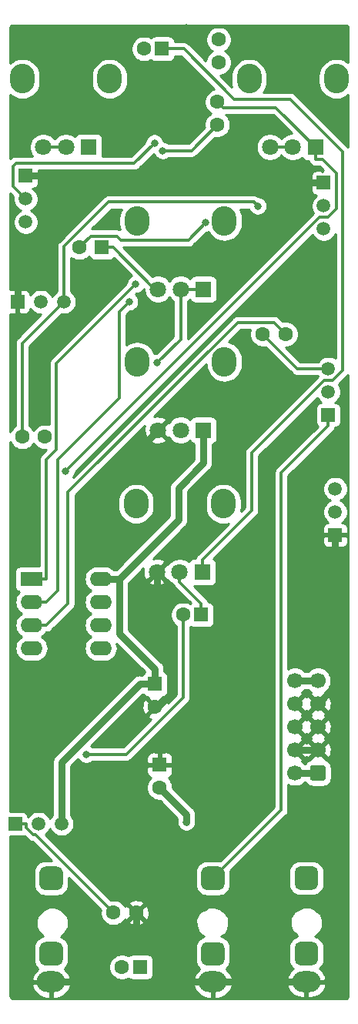
<source format=gbr>
%TF.GenerationSoftware,KiCad,Pcbnew,(5.1.9)-1*%
%TF.CreationDate,2021-08-15T07:19:13+01:00*%
%TF.ProjectId,8x8_Kick_Drum,3878385f-4b69-4636-9b5f-4472756d2e6b,rev?*%
%TF.SameCoordinates,Original*%
%TF.FileFunction,Copper,L2,Bot*%
%TF.FilePolarity,Positive*%
%FSLAX46Y46*%
G04 Gerber Fmt 4.6, Leading zero omitted, Abs format (unit mm)*
G04 Created by KiCad (PCBNEW (5.1.9)-1) date 2021-08-15 07:19:13*
%MOMM*%
%LPD*%
G01*
G04 APERTURE LIST*
%TA.AperFunction,ComponentPad*%
%ADD10C,1.600000*%
%TD*%
%TA.AperFunction,ComponentPad*%
%ADD11R,1.600000X1.600000*%
%TD*%
%TA.AperFunction,ComponentPad*%
%ADD12O,3.100000X2.300000*%
%TD*%
%TA.AperFunction,ComponentPad*%
%ADD13O,2.400000X1.600000*%
%TD*%
%TA.AperFunction,ComponentPad*%
%ADD14R,2.400000X1.600000*%
%TD*%
%TA.AperFunction,ComponentPad*%
%ADD15O,2.720000X3.240000*%
%TD*%
%TA.AperFunction,ComponentPad*%
%ADD16C,1.800000*%
%TD*%
%TA.AperFunction,ComponentPad*%
%ADD17R,1.800000X1.800000*%
%TD*%
%TA.AperFunction,ComponentPad*%
%ADD18R,1.500000X1.500000*%
%TD*%
%TA.AperFunction,ComponentPad*%
%ADD19C,1.500000*%
%TD*%
%TA.AperFunction,ComponentPad*%
%ADD20C,1.700000*%
%TD*%
%TA.AperFunction,ViaPad*%
%ADD21C,0.800000*%
%TD*%
%TA.AperFunction,Conductor*%
%ADD22C,0.750000*%
%TD*%
%TA.AperFunction,Conductor*%
%ADD23C,0.300000*%
%TD*%
%TA.AperFunction,Conductor*%
%ADD24C,0.254000*%
%TD*%
%TA.AperFunction,Conductor*%
%ADD25C,0.100000*%
%TD*%
G04 APERTURE END LIST*
D10*
%TO.P,C17,2*%
%TO.N,Net-(C17-Pad2)*%
X140113000Y-167894000D03*
D11*
%TO.P,C17,1*%
%TO.N,Net-(C17-Pad1)*%
X142113000Y-167894000D03*
%TD*%
D10*
%TO.P,C13,2*%
%TO.N,Net-(C13-Pad2)*%
X146844000Y-129159000D03*
D11*
%TO.P,C13,1*%
%TO.N,Net-(C13-Pad1)*%
X148844000Y-129159000D03*
%TD*%
D10*
%TO.P,C12,2*%
%TO.N,Net-(C11-Pad1)*%
X142526000Y-66929000D03*
D11*
%TO.P,C12,1*%
%TO.N,Net-(C12-Pad1)*%
X144526000Y-66929000D03*
%TD*%
D10*
%TO.P,C3,2*%
%TO.N,-12V*%
X144272000Y-148169000D03*
D11*
%TO.P,C3,1*%
%TO.N,GND*%
X144272000Y-145669000D03*
%TD*%
D10*
%TO.P,C2,2*%
%TO.N,GND*%
X143764000Y-139279000D03*
D11*
%TO.P,C2,1*%
%TO.N,+12V*%
X143764000Y-136779000D03*
%TD*%
%TO.P,J4,TN*%
%TO.N,Net-(J4-PadTN)*%
%TA.AperFunction,ComponentPad*%
G36*
G01*
X133634000Y-165795000D02*
X133634000Y-167095000D01*
G75*
G02*
X132984000Y-167745000I-650000J0D01*
G01*
X131684000Y-167745000D01*
G75*
G02*
X131034000Y-167095000I0J650000D01*
G01*
X131034000Y-165795000D01*
G75*
G02*
X131684000Y-165145000I650000J0D01*
G01*
X132984000Y-165145000D01*
G75*
G02*
X133634000Y-165795000I0J-650000D01*
G01*
G37*
%TD.AperFunction*%
D12*
%TO.P,J4,S*%
%TO.N,GND*%
X132334000Y-169545000D03*
%TO.P,J4,T*%
%TO.N,KICK_OUT*%
%TA.AperFunction,ComponentPad*%
G36*
G01*
X133634000Y-157495000D02*
X133634000Y-158795000D01*
G75*
G02*
X132984000Y-159445000I-650000J0D01*
G01*
X131684000Y-159445000D01*
G75*
G02*
X131034000Y-158795000I0J650000D01*
G01*
X131034000Y-157495000D01*
G75*
G02*
X131684000Y-156845000I650000J0D01*
G01*
X132984000Y-156845000D01*
G75*
G02*
X133634000Y-157495000I0J-650000D01*
G01*
G37*
%TD.AperFunction*%
%TD*%
%TO.P,J3,TN*%
%TO.N,Net-(J3-PadTN)*%
%TA.AperFunction,ComponentPad*%
G36*
G01*
X151414000Y-165798000D02*
X151414000Y-167098000D01*
G75*
G02*
X150764000Y-167748000I-650000J0D01*
G01*
X149464000Y-167748000D01*
G75*
G02*
X148814000Y-167098000I0J650000D01*
G01*
X148814000Y-165798000D01*
G75*
G02*
X149464000Y-165148000I650000J0D01*
G01*
X150764000Y-165148000D01*
G75*
G02*
X151414000Y-165798000I0J-650000D01*
G01*
G37*
%TD.AperFunction*%
%TO.P,J3,S*%
%TO.N,GND*%
X150114000Y-169548000D03*
%TO.P,J3,T*%
%TO.N,ACCENT_IN*%
%TA.AperFunction,ComponentPad*%
G36*
G01*
X151414000Y-157498000D02*
X151414000Y-158798000D01*
G75*
G02*
X150764000Y-159448000I-650000J0D01*
G01*
X149464000Y-159448000D01*
G75*
G02*
X148814000Y-158798000I0J650000D01*
G01*
X148814000Y-157498000D01*
G75*
G02*
X149464000Y-156848000I650000J0D01*
G01*
X150764000Y-156848000D01*
G75*
G02*
X151414000Y-157498000I0J-650000D01*
G01*
G37*
%TD.AperFunction*%
%TD*%
%TO.P,J2,TN*%
%TO.N,Net-(J2-PadTN)*%
%TA.AperFunction,ComponentPad*%
G36*
G01*
X161701000Y-165765000D02*
X161701000Y-167065000D01*
G75*
G02*
X161051000Y-167715000I-650000J0D01*
G01*
X159751000Y-167715000D01*
G75*
G02*
X159101000Y-167065000I0J650000D01*
G01*
X159101000Y-165765000D01*
G75*
G02*
X159751000Y-165115000I650000J0D01*
G01*
X161051000Y-165115000D01*
G75*
G02*
X161701000Y-165765000I0J-650000D01*
G01*
G37*
%TD.AperFunction*%
%TO.P,J2,S*%
%TO.N,GND*%
X160401000Y-169515000D03*
%TO.P,J2,T*%
%TO.N,KICK_TRIGGER*%
%TA.AperFunction,ComponentPad*%
G36*
G01*
X161701000Y-157465000D02*
X161701000Y-158765000D01*
G75*
G02*
X161051000Y-159415000I-650000J0D01*
G01*
X159751000Y-159415000D01*
G75*
G02*
X159101000Y-158765000I0J650000D01*
G01*
X159101000Y-157465000D01*
G75*
G02*
X159751000Y-156815000I650000J0D01*
G01*
X161051000Y-156815000D01*
G75*
G02*
X161701000Y-157465000I0J-650000D01*
G01*
G37*
%TD.AperFunction*%
%TD*%
D13*
%TO.P,U1,8*%
%TO.N,+12V*%
X137795000Y-125222000D03*
%TO.P,U1,4*%
%TO.N,-12V*%
X130175000Y-132842000D03*
%TO.P,U1,7*%
%TO.N,Net-(C14-Pad2)*%
X137795000Y-127762000D03*
%TO.P,U1,3*%
%TO.N,Net-(C7-Pad1)*%
X130175000Y-130302000D03*
%TO.P,U1,6*%
%TO.N,Net-(R18-Pad2)*%
X137795000Y-130302000D03*
%TO.P,U1,2*%
%TO.N,Net-(C9-Pad1)*%
X130175000Y-127762000D03*
%TO.P,U1,5*%
%TO.N,Net-(R20-Pad1)*%
X137795000Y-132842000D03*
D14*
%TO.P,U1,1*%
%TO.N,Net-(C10-Pad2)*%
X130175000Y-125222000D03*
%TD*%
D15*
%TO.P,RV5,*%
%TO.N,*%
X151384000Y-101346000D03*
X141784000Y-101346000D03*
D16*
%TO.P,RV5,3*%
%TO.N,GND*%
X144084000Y-108846000D03*
%TO.P,RV5,2*%
%TO.N,Net-(J3-PadTN)*%
X146584000Y-108846000D03*
D17*
%TO.P,RV5,1*%
%TO.N,+12V*%
X149084000Y-108846000D03*
%TD*%
D15*
%TO.P,RV3,*%
%TO.N,*%
X151271000Y-116960000D03*
X141671000Y-116960000D03*
D16*
%TO.P,RV3,3*%
%TO.N,GND*%
X143971000Y-124460000D03*
%TO.P,RV3,2*%
%TO.N,Net-(C13-Pad1)*%
X146471000Y-124460000D03*
D17*
%TO.P,RV3,1*%
%TO.N,Net-(C12-Pad1)*%
X148971000Y-124460000D03*
%TD*%
D15*
%TO.P,RV4,*%
%TO.N,*%
X151384000Y-85852000D03*
X141784000Y-85852000D03*
D16*
%TO.P,RV4,3*%
%TO.N,Net-(C14-Pad1)*%
X144084000Y-93352000D03*
%TO.P,RV4,2*%
%TO.N,Net-(R18-Pad2)*%
X146584000Y-93352000D03*
D17*
%TO.P,RV4,1*%
X149084000Y-93352000D03*
%TD*%
D15*
%TO.P,RV2,*%
%TO.N,*%
X138759000Y-70224000D03*
X129159000Y-70224000D03*
D16*
%TO.P,RV2,3*%
%TO.N,Net-(C11-Pad1)*%
X131459000Y-77724000D03*
%TO.P,RV2,2*%
X133959000Y-77724000D03*
D17*
%TO.P,RV2,1*%
%TO.N,Net-(R16-Pad2)*%
X136459000Y-77724000D03*
%TD*%
D15*
%TO.P,RV1,*%
%TO.N,*%
X163703000Y-70224000D03*
X154103000Y-70224000D03*
D16*
%TO.P,RV1,3*%
%TO.N,Net-(Q5-Pad3)*%
X156403000Y-77724000D03*
%TO.P,RV1,2*%
X158903000Y-77724000D03*
D17*
%TO.P,RV1,1*%
%TO.N,Net-(C10-Pad1)*%
X161403000Y-77724000D03*
%TD*%
D18*
%TO.P,Q6,1*%
%TO.N,Net-(C17-Pad1)*%
X128397000Y-152146000D03*
D19*
%TO.P,Q6,3*%
%TO.N,+12V*%
X133477000Y-152146000D03*
%TO.P,Q6,2*%
%TO.N,Net-(Q6-Pad2)*%
X130937000Y-152146000D03*
%TD*%
D18*
%TO.P,Q5,1*%
%TO.N,GND*%
X162306000Y-81661000D03*
D19*
%TO.P,Q5,3*%
%TO.N,Net-(Q5-Pad3)*%
X162306000Y-86741000D03*
%TO.P,Q5,2*%
%TO.N,Net-(Q5-Pad2)*%
X162306000Y-84201000D03*
%TD*%
D18*
%TO.P,Q4,1*%
%TO.N,GND*%
X128651000Y-94742000D03*
D19*
%TO.P,Q4,3*%
%TO.N,Net-(C8-Pad1)*%
X133731000Y-94742000D03*
%TO.P,Q4,2*%
%TO.N,Net-(C4-Pad2)*%
X131191000Y-94742000D03*
%TD*%
D18*
%TO.P,Q3,1*%
%TO.N,ACCENT_IN*%
X162814000Y-107188000D03*
D19*
%TO.P,Q3,3*%
%TO.N,Net-(C7-Pad2)*%
X162814000Y-102108000D03*
%TO.P,Q3,2*%
%TO.N,Net-(Q3-Pad2)*%
X162814000Y-104648000D03*
%TD*%
D18*
%TO.P,Q2,1*%
%TO.N,GND*%
X163576000Y-120396000D03*
D19*
%TO.P,Q2,3*%
%TO.N,Net-(Q2-Pad3)*%
X163576000Y-115316000D03*
%TO.P,Q2,2*%
%TO.N,Net-(Q2-Pad2)*%
X163576000Y-117856000D03*
%TD*%
D18*
%TO.P,Q1,1*%
%TO.N,GND*%
X129540000Y-80899000D03*
D19*
%TO.P,Q1,3*%
%TO.N,Net-(C4-Pad2)*%
X129540000Y-85979000D03*
%TO.P,Q1,2*%
%TO.N,Net-(Q1-Pad2)*%
X129540000Y-83439000D03*
%TD*%
D20*
%TO.P,J1,10*%
%TO.N,Net-(D2-Pad2)*%
X159131000Y-136398000D03*
%TO.P,J1,8*%
%TO.N,GND*%
X159131000Y-138938000D03*
%TO.P,J1,6*%
X159131000Y-141478000D03*
%TO.P,J1,4*%
X159131000Y-144018000D03*
%TO.P,J1,2*%
%TO.N,Net-(D3-Pad1)*%
X159131000Y-146558000D03*
%TO.P,J1,9*%
%TO.N,Net-(D2-Pad2)*%
X161671000Y-136398000D03*
%TO.P,J1,7*%
%TO.N,GND*%
X161671000Y-138938000D03*
%TO.P,J1,5*%
X161671000Y-141478000D03*
%TO.P,J1,3*%
X161671000Y-144018000D03*
%TO.P,J1,1*%
%TO.N,Net-(D3-Pad1)*%
%TA.AperFunction,ComponentPad*%
G36*
G01*
X162521000Y-145958000D02*
X162521000Y-147158000D01*
G75*
G02*
X162271000Y-147408000I-250000J0D01*
G01*
X161071000Y-147408000D01*
G75*
G02*
X160821000Y-147158000I0J250000D01*
G01*
X160821000Y-145958000D01*
G75*
G02*
X161071000Y-145708000I250000J0D01*
G01*
X162271000Y-145708000D01*
G75*
G02*
X162521000Y-145958000I0J-250000D01*
G01*
G37*
%TD.AperFunction*%
%TD*%
D10*
%TO.P,C18,2*%
%TO.N,GND*%
X141692000Y-161925000D03*
%TO.P,C18,1*%
%TO.N,Net-(C17-Pad1)*%
X139192000Y-161925000D03*
%TD*%
%TO.P,C14,2*%
%TO.N,Net-(C14-Pad2)*%
X135422000Y-88773000D03*
D11*
%TO.P,C14,1*%
%TO.N,Net-(C14-Pad1)*%
X137922000Y-88773000D03*
%TD*%
D10*
%TO.P,C10,2*%
%TO.N,Net-(C10-Pad2)*%
X150622000Y-75271000D03*
%TO.P,C10,1*%
%TO.N,Net-(C10-Pad1)*%
X150622000Y-72771000D03*
%TD*%
%TO.P,C9,2*%
%TO.N,Net-(C10-Pad1)*%
X150749000Y-68413000D03*
%TO.P,C9,1*%
%TO.N,Net-(C9-Pad1)*%
X150749000Y-65913000D03*
%TD*%
%TO.P,C8,2*%
%TO.N,Net-(C8-Pad2)*%
X131659000Y-109601000D03*
%TO.P,C8,1*%
%TO.N,Net-(C8-Pad1)*%
X129159000Y-109601000D03*
%TD*%
%TO.P,C7,2*%
%TO.N,Net-(C7-Pad2)*%
X155615000Y-98298000D03*
%TO.P,C7,1*%
%TO.N,Net-(C7-Pad1)*%
X158115000Y-98298000D03*
%TD*%
D21*
%TO.N,-12V*%
X147202900Y-151939600D03*
%TO.N,Net-(C8-Pad1)*%
X155067000Y-84212100D03*
%TO.N,Net-(C10-Pad1)*%
X133947300Y-113372800D03*
%TO.N,Net-(C9-Pad1)*%
X140951300Y-94736900D03*
%TO.N,Net-(C10-Pad2)*%
X141634800Y-92803300D03*
X144602500Y-78128400D03*
%TO.N,Net-(Q1-Pad2)*%
X143689000Y-77268500D03*
%TO.N,Net-(R18-Pad2)*%
X144014000Y-101432600D03*
%TO.N,Net-(C13-Pad2)*%
X136196500Y-144502000D03*
%TO.N,Net-(C14-Pad2)*%
X149322800Y-86063100D03*
%TO.N,GND*%
X147066000Y-72009000D03*
X147066000Y-76708000D03*
X135669500Y-115776800D03*
X144780000Y-97409000D03*
X149733000Y-106045000D03*
X129286000Y-121539000D03*
X135255000Y-131191000D03*
X129159000Y-141732000D03*
X132588000Y-141478000D03*
X137795000Y-147193000D03*
X137922000Y-151765000D03*
X144653000Y-153162000D03*
X128651000Y-168910000D03*
X144907000Y-163957000D03*
X153416000Y-166370000D03*
X153924000Y-159766000D03*
X163576000Y-158623000D03*
X163576000Y-166116000D03*
X157099000Y-165989000D03*
X160401000Y-142748000D03*
X160528000Y-140208000D03*
X148120250Y-144945250D03*
X151384000Y-145034000D03*
X146177000Y-142494000D03*
X150241000Y-137922000D03*
X149987000Y-133096000D03*
X140335000Y-141859000D03*
X133731000Y-135763000D03*
X155702000Y-66929000D03*
X162306000Y-66929000D03*
X163195000Y-74295000D03*
X154686000Y-74930000D03*
X162179000Y-93726000D03*
X162179000Y-99441000D03*
X163576000Y-111379000D03*
X152527000Y-110871000D03*
X135890000Y-81026000D03*
X137033000Y-93345000D03*
X151003000Y-89281000D03*
X134239000Y-84582000D03*
X139473600Y-85570400D03*
X142715450Y-98330550D03*
X147193000Y-64643000D03*
X141986000Y-77089000D03*
X150114000Y-78359000D03*
X145813950Y-105808950D03*
X141705000Y-111225000D03*
X143510000Y-91059000D03*
%TD*%
D22*
%TO.N,+12V*%
X143764000Y-136779000D02*
X142088700Y-136779000D01*
X142088700Y-136779000D02*
X133477000Y-145390700D01*
X133477000Y-145390700D02*
X133477000Y-152146000D01*
X143764000Y-136779000D02*
X143764000Y-135103700D01*
X143764000Y-135103700D02*
X139870300Y-131210000D01*
X139870300Y-131210000D02*
X139870300Y-125222000D01*
X137795000Y-125222000D02*
X139870300Y-125222000D01*
X149084000Y-108846000D02*
X149084000Y-112479700D01*
X149084000Y-112479700D02*
X146368200Y-115195500D01*
X146368200Y-115195500D02*
X146368200Y-118724100D01*
X146368200Y-118724100D02*
X139870300Y-125222000D01*
%TO.N,-12V*%
X144272000Y-148169000D02*
X147202800Y-151099800D01*
X147202800Y-151099800D02*
X147202800Y-151939600D01*
X147202800Y-151939600D02*
X147202900Y-151939600D01*
D23*
%TO.N,Net-(C7-Pad2)*%
X162814000Y-102108000D02*
X159425000Y-102108000D01*
X159425000Y-102108000D02*
X155615000Y-98298000D01*
%TO.N,Net-(C7-Pad1)*%
X130175000Y-130302000D02*
X131825300Y-130302000D01*
X158115000Y-98298000D02*
X156856400Y-97039400D01*
X156856400Y-97039400D02*
X152846700Y-97039400D01*
X152846700Y-97039400D02*
X134197300Y-115688800D01*
X134197300Y-115688800D02*
X134197300Y-127930000D01*
X134197300Y-127930000D02*
X131825300Y-130302000D01*
%TO.N,Net-(C8-Pad1)*%
X155067000Y-84212100D02*
X154633100Y-83778200D01*
X154633100Y-83778200D02*
X138636100Y-83778200D01*
X138636100Y-83778200D02*
X133731000Y-88683300D01*
X133731000Y-88683300D02*
X133731000Y-94742000D01*
X129159000Y-109601000D02*
X129159000Y-99314000D01*
X129159000Y-99314000D02*
X133731000Y-94742000D01*
%TO.N,Net-(C10-Pad1)*%
X133947300Y-113372800D02*
X161849000Y-85471100D01*
X161849000Y-85471100D02*
X162776400Y-85471100D01*
X162776400Y-85471100D02*
X163735800Y-84511700D01*
X163735800Y-84511700D02*
X163735800Y-80647600D01*
X163735800Y-80647600D02*
X162162500Y-79074300D01*
X162162500Y-79074300D02*
X161403000Y-79074300D01*
X161403000Y-77724000D02*
X161403000Y-79074300D01*
X150622000Y-72771000D02*
X151222300Y-73371300D01*
X151222300Y-73371300D02*
X157050300Y-73371300D01*
X157050300Y-73371300D02*
X161403000Y-77724000D01*
%TO.N,Net-(C9-Pad1)*%
X131825300Y-127762000D02*
X133096900Y-126490400D01*
X133096900Y-126490400D02*
X133096900Y-112095100D01*
X133096900Y-112095100D02*
X139838500Y-105353500D01*
X139838500Y-105353500D02*
X139838500Y-95849700D01*
X139838500Y-95849700D02*
X140951300Y-94736900D01*
X130175000Y-127762000D02*
X131825300Y-127762000D01*
%TO.N,Net-(C10-Pad2)*%
X130175000Y-125222000D02*
X131825300Y-125222000D01*
X141634800Y-92803300D02*
X132920900Y-101517200D01*
X132920900Y-101517200D02*
X132920900Y-110997800D01*
X132920900Y-110997800D02*
X131825300Y-112093400D01*
X131825300Y-112093400D02*
X131825300Y-125222000D01*
X150622000Y-75271000D02*
X147764600Y-78128400D01*
X147764600Y-78128400D02*
X144602500Y-78128400D01*
%TO.N,Net-(C11-Pad1)*%
X133959000Y-77724000D02*
X131459000Y-77724000D01*
%TO.N,Net-(C12-Pad1)*%
X148971000Y-123109700D02*
X154400600Y-117680100D01*
X154400600Y-117680100D02*
X154400600Y-111363800D01*
X154400600Y-111363800D02*
X162386400Y-103378000D01*
X162386400Y-103378000D02*
X163272100Y-103378000D01*
X163272100Y-103378000D02*
X164371400Y-102278700D01*
X164371400Y-102278700D02*
X164371400Y-78241500D01*
X164371400Y-78241500D02*
X158600700Y-72470800D01*
X158600700Y-72470800D02*
X152476600Y-72470800D01*
X152476600Y-72470800D02*
X146934800Y-66929000D01*
X146934800Y-66929000D02*
X144526000Y-66929000D01*
X148971000Y-124460000D02*
X148971000Y-123109700D01*
%TO.N,Net-(C13-Pad1)*%
X148844000Y-129159000D02*
X148844000Y-127908700D01*
X146471000Y-124460000D02*
X146471000Y-125535700D01*
X146471000Y-125535700D02*
X148844000Y-127908700D01*
D22*
%TO.N,Net-(D2-Pad2)*%
X161671000Y-136398000D02*
X159131000Y-136398000D01*
%TO.N,Net-(D3-Pad1)*%
X161671000Y-146558000D02*
X159131000Y-146558000D01*
D23*
%TO.N,Net-(Q1-Pad2)*%
X129540000Y-83439000D02*
X128139700Y-82038700D01*
X128139700Y-82038700D02*
X128139700Y-79816000D01*
X128139700Y-79816000D02*
X128457100Y-79498600D01*
X128457100Y-79498600D02*
X141458900Y-79498600D01*
X141458900Y-79498600D02*
X143689000Y-77268500D01*
%TO.N,Net-(Q5-Pad3)*%
X158903000Y-77724000D02*
X156403000Y-77724000D01*
%TO.N,Net-(R18-Pad2)*%
X146584000Y-93352000D02*
X146584000Y-98862600D01*
X146584000Y-98862600D02*
X144014000Y-101432600D01*
X149084000Y-93352000D02*
X146584000Y-93352000D01*
%TO.N,Net-(C13-Pad2)*%
X146844000Y-129159000D02*
X146844000Y-138250100D01*
X146844000Y-138250100D02*
X140592100Y-144502000D01*
X140592100Y-144502000D02*
X136196500Y-144502000D01*
%TO.N,Net-(C17-Pad1)*%
X128397000Y-152146000D02*
X129597300Y-152146000D01*
X129597300Y-152146000D02*
X129597300Y-152584400D01*
X129597300Y-152584400D02*
X130359200Y-153346300D01*
X130359200Y-153346300D02*
X130613300Y-153346300D01*
X130613300Y-153346300D02*
X139192000Y-161925000D01*
%TO.N,Net-(C14-Pad2)*%
X135422000Y-88773000D02*
X136672400Y-87522600D01*
X136672400Y-87522600D02*
X139590500Y-87522600D01*
X139590500Y-87522600D02*
X140037100Y-87969200D01*
X140037100Y-87969200D02*
X147416700Y-87969200D01*
X147416700Y-87969200D02*
X149322800Y-86063100D01*
%TO.N,ACCENT_IN*%
X162814000Y-107188000D02*
X162814000Y-108388300D01*
X162814000Y-108388300D02*
X157630600Y-113571700D01*
X157630600Y-113571700D02*
X157630600Y-150631400D01*
X157630600Y-150631400D02*
X150114000Y-158148000D01*
%TO.N,Net-(C14-Pad1)*%
X137922000Y-88773000D02*
X139172300Y-88773000D01*
X144084000Y-93352000D02*
X143751300Y-93352000D01*
X143751300Y-93352000D02*
X139172300Y-88773000D01*
D22*
%TO.N,GND*%
X141692000Y-161925000D02*
X141692000Y-165109400D01*
X144084000Y-108846000D02*
X141705000Y-111225000D01*
X137153200Y-115776800D02*
X135669500Y-115776800D01*
X141692000Y-165109400D02*
X143250100Y-165109400D01*
X143250100Y-165109400D02*
X147688700Y-169548000D01*
X134759300Y-169545000D02*
X139194900Y-165109400D01*
X139194900Y-165109400D02*
X141692000Y-165109400D01*
X150114000Y-169548000D02*
X147688700Y-169548000D01*
X129540000Y-80899000D02*
X131165300Y-80899000D01*
X131169700Y-82213900D02*
X160127800Y-82213900D01*
X160127800Y-82213900D02*
X160680700Y-81661000D01*
X131165300Y-80899000D02*
X131165300Y-82209500D01*
X131165300Y-82209500D02*
X131169700Y-82213900D01*
X131169700Y-82213900D02*
X131169700Y-90598000D01*
X131169700Y-90598000D02*
X128651000Y-93116700D01*
X162306000Y-81661000D02*
X160680700Y-81661000D01*
X128651000Y-94742000D02*
X128651000Y-93116700D01*
X157975700Y-169515000D02*
X157942700Y-169548000D01*
X157942700Y-169548000D02*
X150114000Y-169548000D01*
X132334000Y-169545000D02*
X134759300Y-169545000D01*
X160401000Y-169515000D02*
X157975700Y-169515000D01*
X143764000Y-139279000D02*
X144104900Y-139279000D01*
X144104900Y-139279000D02*
X145453800Y-137930100D01*
X145453800Y-137930100D02*
X145453800Y-131114700D01*
X145453800Y-131114700D02*
X143971000Y-129631900D01*
X143971000Y-129631900D02*
X143971000Y-124460000D01*
X163576000Y-120396000D02*
X163576000Y-137033000D01*
X163576000Y-137033000D02*
X161671000Y-138938000D01*
X161671000Y-144018000D02*
X159131000Y-144018000D01*
X141705000Y-111225000D02*
X137153200Y-115776800D01*
%TD*%
D24*
%TO.N,GND*%
X164993107Y-171039793D02*
X164977940Y-171154912D01*
X164952078Y-171217350D01*
X164910979Y-171270917D01*
X164857439Y-171312001D01*
X164795044Y-171337844D01*
X164679930Y-171353000D01*
X128136277Y-171353000D01*
X128021161Y-171337845D01*
X127958779Y-171312005D01*
X127905207Y-171270898D01*
X127864103Y-171217330D01*
X127838262Y-171154945D01*
X127823107Y-171039829D01*
X127823107Y-169948964D01*
X130195312Y-169948964D01*
X130236274Y-170110757D01*
X130379269Y-170431096D01*
X130582011Y-170717383D01*
X130836710Y-170958616D01*
X131133577Y-171145524D01*
X131461204Y-171270925D01*
X131807000Y-171330000D01*
X132207000Y-171330000D01*
X132207000Y-169672000D01*
X132461000Y-169672000D01*
X132461000Y-171330000D01*
X132861000Y-171330000D01*
X133206796Y-171270925D01*
X133534423Y-171145524D01*
X133831290Y-170958616D01*
X134085989Y-170717383D01*
X134288731Y-170431096D01*
X134431726Y-170110757D01*
X134471928Y-169951964D01*
X147975312Y-169951964D01*
X148016274Y-170113757D01*
X148159269Y-170434096D01*
X148362011Y-170720383D01*
X148616710Y-170961616D01*
X148913577Y-171148524D01*
X149241204Y-171273925D01*
X149587000Y-171333000D01*
X149987000Y-171333000D01*
X149987000Y-169675000D01*
X150241000Y-169675000D01*
X150241000Y-171333000D01*
X150641000Y-171333000D01*
X150986796Y-171273925D01*
X151314423Y-171148524D01*
X151611290Y-170961616D01*
X151865989Y-170720383D01*
X152068731Y-170434096D01*
X152211726Y-170113757D01*
X152252688Y-169951964D01*
X152238700Y-169918964D01*
X158262312Y-169918964D01*
X158303274Y-170080757D01*
X158446269Y-170401096D01*
X158649011Y-170687383D01*
X158903710Y-170928616D01*
X159200577Y-171115524D01*
X159528204Y-171240925D01*
X159874000Y-171300000D01*
X160274000Y-171300000D01*
X160274000Y-169642000D01*
X160528000Y-169642000D01*
X160528000Y-171300000D01*
X160928000Y-171300000D01*
X161273796Y-171240925D01*
X161601423Y-171115524D01*
X161898290Y-170928616D01*
X162152989Y-170687383D01*
X162355731Y-170401096D01*
X162498726Y-170080757D01*
X162539688Y-169918964D01*
X162422283Y-169642000D01*
X160528000Y-169642000D01*
X160274000Y-169642000D01*
X158379717Y-169642000D01*
X158262312Y-169918964D01*
X152238700Y-169918964D01*
X152135283Y-169675000D01*
X150241000Y-169675000D01*
X149987000Y-169675000D01*
X148092717Y-169675000D01*
X147975312Y-169951964D01*
X134471928Y-169951964D01*
X134472688Y-169948964D01*
X134355283Y-169672000D01*
X132461000Y-169672000D01*
X132207000Y-169672000D01*
X130312717Y-169672000D01*
X130195312Y-169948964D01*
X127823107Y-169948964D01*
X127823107Y-169141036D01*
X130195312Y-169141036D01*
X130312717Y-169418000D01*
X132207000Y-169418000D01*
X132207000Y-169398000D01*
X132461000Y-169398000D01*
X132461000Y-169418000D01*
X134355283Y-169418000D01*
X134472688Y-169141036D01*
X134431726Y-168979243D01*
X134288731Y-168658904D01*
X134085989Y-168372617D01*
X133831290Y-168131384D01*
X133780641Y-168099495D01*
X133894804Y-168005804D01*
X134054993Y-167810614D01*
X134085967Y-167752665D01*
X138678000Y-167752665D01*
X138678000Y-168035335D01*
X138733147Y-168312574D01*
X138841320Y-168573727D01*
X138998363Y-168808759D01*
X139198241Y-169008637D01*
X139433273Y-169165680D01*
X139694426Y-169273853D01*
X139971665Y-169329000D01*
X140254335Y-169329000D01*
X140531574Y-169273853D01*
X140792727Y-169165680D01*
X140848210Y-169128607D01*
X140861815Y-169145185D01*
X140958506Y-169224537D01*
X141068820Y-169283502D01*
X141188518Y-169319812D01*
X141313000Y-169332072D01*
X142913000Y-169332072D01*
X143037482Y-169319812D01*
X143157180Y-169283502D01*
X143267494Y-169224537D01*
X143364185Y-169145185D01*
X143365127Y-169144036D01*
X147975312Y-169144036D01*
X148092717Y-169421000D01*
X149987000Y-169421000D01*
X149987000Y-169401000D01*
X150241000Y-169401000D01*
X150241000Y-169421000D01*
X152135283Y-169421000D01*
X152252688Y-169144036D01*
X152244334Y-169111036D01*
X158262312Y-169111036D01*
X158379717Y-169388000D01*
X160274000Y-169388000D01*
X160274000Y-169368000D01*
X160528000Y-169368000D01*
X160528000Y-169388000D01*
X162422283Y-169388000D01*
X162539688Y-169111036D01*
X162498726Y-168949243D01*
X162355731Y-168628904D01*
X162152989Y-168342617D01*
X161898290Y-168101384D01*
X161847641Y-168069495D01*
X161961804Y-167975804D01*
X162121993Y-167780614D01*
X162241023Y-167557924D01*
X162314322Y-167316290D01*
X162339072Y-167065000D01*
X162339072Y-165765000D01*
X162314322Y-165513710D01*
X162241023Y-165272076D01*
X162121993Y-165049386D01*
X161961804Y-164854196D01*
X161766614Y-164694007D01*
X161543924Y-164574977D01*
X161379287Y-164525035D01*
X161493200Y-164439600D01*
X161506803Y-164427803D01*
X161887803Y-164046803D01*
X161898329Y-164034866D01*
X161911592Y-164013796D01*
X162165592Y-163505796D01*
X162176560Y-163473776D01*
X162179000Y-163449000D01*
X162179000Y-162814000D01*
X162178003Y-162798116D01*
X162172483Y-162773839D01*
X161918483Y-162011839D01*
X161908333Y-161989106D01*
X161893943Y-161968789D01*
X161875866Y-161951671D01*
X161854796Y-161938408D01*
X161619232Y-161820626D01*
X161379803Y-161581197D01*
X161367866Y-161570671D01*
X161346796Y-161557408D01*
X160838796Y-161303408D01*
X160806776Y-161292440D01*
X160782000Y-161290000D01*
X160147000Y-161290000D01*
X160131116Y-161290997D01*
X160106839Y-161296517D01*
X159725839Y-161423517D01*
X159709204Y-161430408D01*
X159201204Y-161684408D01*
X159187332Y-161692477D01*
X159168104Y-161708291D01*
X159152330Y-161727553D01*
X158644330Y-162489553D01*
X158632667Y-162511399D01*
X158625440Y-162535224D01*
X158623000Y-162560000D01*
X158623000Y-163195000D01*
X158626792Y-163225802D01*
X158753792Y-163733802D01*
X158763408Y-163759796D01*
X158890408Y-164013796D01*
X158898477Y-164027668D01*
X158914291Y-164046896D01*
X158933553Y-164062670D01*
X159286491Y-164297962D01*
X159398408Y-164521796D01*
X159404017Y-164530706D01*
X159258076Y-164574977D01*
X159035386Y-164694007D01*
X158840196Y-164854196D01*
X158680007Y-165049386D01*
X158560977Y-165272076D01*
X158487678Y-165513710D01*
X158462928Y-165765000D01*
X158462928Y-167065000D01*
X158487678Y-167316290D01*
X158560977Y-167557924D01*
X158680007Y-167780614D01*
X158840196Y-167975804D01*
X158954359Y-168069495D01*
X158903710Y-168101384D01*
X158649011Y-168342617D01*
X158446269Y-168628904D01*
X158303274Y-168949243D01*
X158262312Y-169111036D01*
X152244334Y-169111036D01*
X152211726Y-168982243D01*
X152068731Y-168661904D01*
X151865989Y-168375617D01*
X151611290Y-168134384D01*
X151560641Y-168102495D01*
X151674804Y-168008804D01*
X151834993Y-167813614D01*
X151954023Y-167590924D01*
X152027322Y-167349290D01*
X152052072Y-167098000D01*
X152052072Y-165798000D01*
X152027322Y-165546710D01*
X151954023Y-165305076D01*
X151834993Y-165082386D01*
X151674804Y-164887196D01*
X151479614Y-164727007D01*
X151256924Y-164607977D01*
X151018610Y-164535685D01*
X151186796Y-164451592D01*
X151200447Y-164443670D01*
X151581447Y-164189670D01*
X151606943Y-164167211D01*
X151621333Y-164146894D01*
X151631483Y-164124161D01*
X151758483Y-163743161D01*
X151761208Y-163733802D01*
X151888208Y-163225802D01*
X151892000Y-163195000D01*
X151892000Y-162560000D01*
X151889586Y-162535354D01*
X151882383Y-162511522D01*
X151870670Y-162489553D01*
X151616670Y-162108553D01*
X151600803Y-162089197D01*
X151219803Y-161708197D01*
X151200447Y-161692330D01*
X150819447Y-161438330D01*
X150803247Y-161429168D01*
X150779802Y-161420792D01*
X150271802Y-161293792D01*
X150241000Y-161290000D01*
X149733000Y-161290000D01*
X149708354Y-161292414D01*
X149684522Y-161299617D01*
X149662553Y-161311330D01*
X149295706Y-161555895D01*
X148930839Y-161677517D01*
X148900443Y-161692403D01*
X148881197Y-161708197D01*
X148500197Y-162089197D01*
X148489671Y-162101134D01*
X148476408Y-162122204D01*
X148222408Y-162630204D01*
X148211414Y-162662354D01*
X148209000Y-162687133D01*
X148211466Y-162711907D01*
X148338466Y-163346907D01*
X148339792Y-163352802D01*
X148466792Y-163860802D01*
X148472617Y-163878478D01*
X148484330Y-163900447D01*
X148738330Y-164281447D01*
X148758669Y-164305062D01*
X148778659Y-164319902D01*
X149162171Y-164550009D01*
X148971076Y-164607977D01*
X148748386Y-164727007D01*
X148553196Y-164887196D01*
X148393007Y-165082386D01*
X148273977Y-165305076D01*
X148200678Y-165546710D01*
X148175928Y-165798000D01*
X148175928Y-167098000D01*
X148200678Y-167349290D01*
X148273977Y-167590924D01*
X148393007Y-167813614D01*
X148553196Y-168008804D01*
X148667359Y-168102495D01*
X148616710Y-168134384D01*
X148362011Y-168375617D01*
X148159269Y-168661904D01*
X148016274Y-168982243D01*
X147975312Y-169144036D01*
X143365127Y-169144036D01*
X143443537Y-169048494D01*
X143502502Y-168938180D01*
X143538812Y-168818482D01*
X143551072Y-168694000D01*
X143551072Y-167094000D01*
X143538812Y-166969518D01*
X143502502Y-166849820D01*
X143443537Y-166739506D01*
X143364185Y-166642815D01*
X143267494Y-166563463D01*
X143157180Y-166504498D01*
X143037482Y-166468188D01*
X142913000Y-166455928D01*
X141313000Y-166455928D01*
X141188518Y-166468188D01*
X141068820Y-166504498D01*
X140958506Y-166563463D01*
X140861815Y-166642815D01*
X140848210Y-166659393D01*
X140792727Y-166622320D01*
X140531574Y-166514147D01*
X140254335Y-166459000D01*
X139971665Y-166459000D01*
X139694426Y-166514147D01*
X139433273Y-166622320D01*
X139198241Y-166779363D01*
X138998363Y-166979241D01*
X138841320Y-167214273D01*
X138733147Y-167475426D01*
X138678000Y-167752665D01*
X134085967Y-167752665D01*
X134174023Y-167587924D01*
X134247322Y-167346290D01*
X134272072Y-167095000D01*
X134272072Y-165795000D01*
X134247322Y-165543710D01*
X134174023Y-165302076D01*
X134054993Y-165079386D01*
X133894804Y-164884196D01*
X133699614Y-164724007D01*
X133476924Y-164604977D01*
X133400433Y-164581774D01*
X133406796Y-164578592D01*
X133420557Y-164570597D01*
X133439803Y-164554803D01*
X133693803Y-164300803D01*
X133709670Y-164281447D01*
X134217670Y-163519447D01*
X134229333Y-163497601D01*
X134236560Y-163473776D01*
X134239000Y-163449000D01*
X134239000Y-162687000D01*
X134238003Y-162671116D01*
X134232483Y-162646839D01*
X134105483Y-162265839D01*
X134090597Y-162235443D01*
X134074803Y-162216197D01*
X133566803Y-161708197D01*
X133547447Y-161692330D01*
X133166447Y-161438330D01*
X133150247Y-161429168D01*
X133126802Y-161420792D01*
X132618802Y-161293792D01*
X132588000Y-161290000D01*
X132207000Y-161290000D01*
X132191116Y-161290997D01*
X132166839Y-161296517D01*
X131785839Y-161423517D01*
X131755553Y-161438330D01*
X131374553Y-161692330D01*
X131355197Y-161708197D01*
X130847197Y-162216197D01*
X130826667Y-162243106D01*
X130816517Y-162265839D01*
X130689517Y-162646839D01*
X130685440Y-162662224D01*
X130683000Y-162687000D01*
X130683000Y-163449000D01*
X130683997Y-163464884D01*
X130689517Y-163489161D01*
X130816517Y-163870161D01*
X130831403Y-163900557D01*
X130847197Y-163919803D01*
X131456708Y-164529314D01*
X131432710Y-164531678D01*
X131191076Y-164604977D01*
X130968386Y-164724007D01*
X130773196Y-164884196D01*
X130613007Y-165079386D01*
X130493977Y-165302076D01*
X130420678Y-165543710D01*
X130395928Y-165795000D01*
X130395928Y-167095000D01*
X130420678Y-167346290D01*
X130493977Y-167587924D01*
X130613007Y-167810614D01*
X130773196Y-168005804D01*
X130887359Y-168099495D01*
X130836710Y-168131384D01*
X130582011Y-168372617D01*
X130379269Y-168658904D01*
X130236274Y-168979243D01*
X130195312Y-169141036D01*
X127823107Y-169141036D01*
X127823107Y-153534072D01*
X129147000Y-153534072D01*
X129271482Y-153521812D01*
X129388928Y-153486185D01*
X129776857Y-153874115D01*
X129801436Y-153904064D01*
X129831384Y-153928642D01*
X129831387Y-153928645D01*
X129860759Y-153952750D01*
X129920967Y-154002162D01*
X130057340Y-154075054D01*
X130170872Y-154109494D01*
X130205312Y-154119941D01*
X130219690Y-154121357D01*
X130284593Y-154127750D01*
X132363771Y-156206928D01*
X131684000Y-156206928D01*
X131432710Y-156231678D01*
X131191076Y-156304977D01*
X130968386Y-156424007D01*
X130773196Y-156584196D01*
X130613007Y-156779386D01*
X130493977Y-157002076D01*
X130420678Y-157243710D01*
X130395928Y-157495000D01*
X130395928Y-158795000D01*
X130420678Y-159046290D01*
X130493977Y-159287924D01*
X130613007Y-159510614D01*
X130773196Y-159705804D01*
X130968386Y-159865993D01*
X131191076Y-159985023D01*
X131432710Y-160058322D01*
X131684000Y-160083072D01*
X132984000Y-160083072D01*
X133235290Y-160058322D01*
X133476924Y-159985023D01*
X133699614Y-159865993D01*
X133894804Y-159705804D01*
X134054993Y-159510614D01*
X134174023Y-159287924D01*
X134247322Y-159046290D01*
X134272072Y-158795000D01*
X134272072Y-158115229D01*
X137787446Y-161630603D01*
X137757000Y-161783665D01*
X137757000Y-162066335D01*
X137812147Y-162343574D01*
X137920320Y-162604727D01*
X138077363Y-162839759D01*
X138277241Y-163039637D01*
X138512273Y-163196680D01*
X138773426Y-163304853D01*
X139050665Y-163360000D01*
X139333335Y-163360000D01*
X139610574Y-163304853D01*
X139871727Y-163196680D01*
X140106759Y-163039637D01*
X140228694Y-162917702D01*
X140878903Y-162917702D01*
X140950486Y-163161671D01*
X141205996Y-163282571D01*
X141480184Y-163351300D01*
X141762512Y-163365217D01*
X142042130Y-163323787D01*
X142308292Y-163228603D01*
X142433514Y-163161671D01*
X142505097Y-162917702D01*
X141692000Y-162104605D01*
X140878903Y-162917702D01*
X140228694Y-162917702D01*
X140306637Y-162839759D01*
X140440692Y-162639131D01*
X140455329Y-162666514D01*
X140699298Y-162738097D01*
X141512395Y-161925000D01*
X141871605Y-161925000D01*
X142684702Y-162738097D01*
X142928671Y-162666514D01*
X143049571Y-162411004D01*
X143118300Y-162136816D01*
X143132217Y-161854488D01*
X143090787Y-161574870D01*
X142995603Y-161308708D01*
X142928671Y-161183486D01*
X142684702Y-161111903D01*
X141871605Y-161925000D01*
X141512395Y-161925000D01*
X140699298Y-161111903D01*
X140455329Y-161183486D01*
X140441676Y-161212341D01*
X140306637Y-161010241D01*
X140228694Y-160932298D01*
X140878903Y-160932298D01*
X141692000Y-161745395D01*
X142505097Y-160932298D01*
X142433514Y-160688329D01*
X142178004Y-160567429D01*
X141903816Y-160498700D01*
X141621488Y-160484783D01*
X141341870Y-160526213D01*
X141075708Y-160621397D01*
X140950486Y-160688329D01*
X140878903Y-160932298D01*
X140228694Y-160932298D01*
X140106759Y-160810363D01*
X139871727Y-160653320D01*
X139610574Y-160545147D01*
X139333335Y-160490000D01*
X139050665Y-160490000D01*
X138897603Y-160520446D01*
X131687448Y-153310291D01*
X131819886Y-153221799D01*
X132012799Y-153028886D01*
X132164371Y-152802043D01*
X132207000Y-152699127D01*
X132249629Y-152802043D01*
X132401201Y-153028886D01*
X132594114Y-153221799D01*
X132820957Y-153373371D01*
X133073011Y-153477775D01*
X133340589Y-153531000D01*
X133613411Y-153531000D01*
X133880989Y-153477775D01*
X134133043Y-153373371D01*
X134359886Y-153221799D01*
X134552799Y-153028886D01*
X134704371Y-152802043D01*
X134808775Y-152549989D01*
X134862000Y-152282411D01*
X134862000Y-152009589D01*
X134808775Y-151742011D01*
X134704371Y-151489957D01*
X134552799Y-151263114D01*
X134487000Y-151197315D01*
X134487000Y-146469000D01*
X142833928Y-146469000D01*
X142846188Y-146593482D01*
X142882498Y-146713180D01*
X142941463Y-146823494D01*
X143020815Y-146920185D01*
X143117506Y-146999537D01*
X143227820Y-147058502D01*
X143323943Y-147087661D01*
X143157363Y-147254241D01*
X143000320Y-147489273D01*
X142892147Y-147750426D01*
X142837000Y-148027665D01*
X142837000Y-148310335D01*
X142892147Y-148587574D01*
X143000320Y-148848727D01*
X143157363Y-149083759D01*
X143357241Y-149283637D01*
X143592273Y-149440680D01*
X143853426Y-149548853D01*
X144130665Y-149604000D01*
X144278645Y-149604000D01*
X146192800Y-151518155D01*
X146192800Y-151712479D01*
X146167900Y-151837661D01*
X146167900Y-152041539D01*
X146207674Y-152241498D01*
X146285695Y-152429856D01*
X146398963Y-152599374D01*
X146543126Y-152743537D01*
X146712644Y-152856805D01*
X146901002Y-152934826D01*
X147100961Y-152974600D01*
X147304839Y-152974600D01*
X147504798Y-152934826D01*
X147693156Y-152856805D01*
X147862674Y-152743537D01*
X148006837Y-152599374D01*
X148120105Y-152429856D01*
X148198126Y-152241498D01*
X148237900Y-152041539D01*
X148237900Y-151837661D01*
X148212800Y-151711474D01*
X148212800Y-151149404D01*
X148217686Y-151099799D01*
X148208050Y-151001968D01*
X148198185Y-150901806D01*
X148140432Y-150711420D01*
X148046647Y-150535960D01*
X147920433Y-150382167D01*
X147881894Y-150350539D01*
X145707000Y-148175645D01*
X145707000Y-148027665D01*
X145651853Y-147750426D01*
X145543680Y-147489273D01*
X145386637Y-147254241D01*
X145220057Y-147087661D01*
X145316180Y-147058502D01*
X145426494Y-146999537D01*
X145523185Y-146920185D01*
X145602537Y-146823494D01*
X145661502Y-146713180D01*
X145697812Y-146593482D01*
X145710072Y-146469000D01*
X145707000Y-145954750D01*
X145548250Y-145796000D01*
X144399000Y-145796000D01*
X144399000Y-145816000D01*
X144145000Y-145816000D01*
X144145000Y-145796000D01*
X142995750Y-145796000D01*
X142837000Y-145954750D01*
X142833928Y-146469000D01*
X134487000Y-146469000D01*
X134487000Y-145809055D01*
X135289110Y-145006945D01*
X135392563Y-145161774D01*
X135536726Y-145305937D01*
X135706244Y-145419205D01*
X135894602Y-145497226D01*
X136094561Y-145537000D01*
X136298439Y-145537000D01*
X136498398Y-145497226D01*
X136686756Y-145419205D01*
X136856274Y-145305937D01*
X136875211Y-145287000D01*
X140553547Y-145287000D01*
X140592100Y-145290797D01*
X140630653Y-145287000D01*
X140630661Y-145287000D01*
X140745987Y-145275641D01*
X140893960Y-145230754D01*
X141030333Y-145157862D01*
X141149864Y-145059764D01*
X141174447Y-145029810D01*
X141335257Y-144869000D01*
X142833928Y-144869000D01*
X142837000Y-145383250D01*
X142995750Y-145542000D01*
X144145000Y-145542000D01*
X144145000Y-144392750D01*
X144399000Y-144392750D01*
X144399000Y-145542000D01*
X145548250Y-145542000D01*
X145707000Y-145383250D01*
X145710072Y-144869000D01*
X145697812Y-144744518D01*
X145661502Y-144624820D01*
X145602537Y-144514506D01*
X145523185Y-144417815D01*
X145426494Y-144338463D01*
X145316180Y-144279498D01*
X145196482Y-144243188D01*
X145072000Y-144230928D01*
X144557750Y-144234000D01*
X144399000Y-144392750D01*
X144145000Y-144392750D01*
X143986250Y-144234000D01*
X143472000Y-144230928D01*
X143347518Y-144243188D01*
X143227820Y-144279498D01*
X143117506Y-144338463D01*
X143020815Y-144417815D01*
X142941463Y-144514506D01*
X142882498Y-144624820D01*
X142846188Y-144744518D01*
X142833928Y-144869000D01*
X141335257Y-144869000D01*
X147371810Y-138832447D01*
X147401764Y-138807864D01*
X147499862Y-138688333D01*
X147572754Y-138551960D01*
X147577145Y-138537486D01*
X147617642Y-138403987D01*
X147627464Y-138304253D01*
X147629000Y-138288661D01*
X147629000Y-138288656D01*
X147632797Y-138250100D01*
X147629000Y-138211544D01*
X147629000Y-130439881D01*
X147689506Y-130489537D01*
X147799820Y-130548502D01*
X147919518Y-130584812D01*
X148044000Y-130597072D01*
X149644000Y-130597072D01*
X149768482Y-130584812D01*
X149888180Y-130548502D01*
X149998494Y-130489537D01*
X150095185Y-130410185D01*
X150174537Y-130313494D01*
X150233502Y-130203180D01*
X150269812Y-130083482D01*
X150282072Y-129959000D01*
X150282072Y-128359000D01*
X150269812Y-128234518D01*
X150233502Y-128114820D01*
X150174537Y-128004506D01*
X150095185Y-127907815D01*
X149998494Y-127828463D01*
X149888180Y-127769498D01*
X149768482Y-127733188D01*
X149644000Y-127720928D01*
X149607363Y-127720928D01*
X149572754Y-127606840D01*
X149511247Y-127491768D01*
X149499862Y-127470467D01*
X149401764Y-127350936D01*
X149371810Y-127326353D01*
X148040528Y-125995071D01*
X148071000Y-125998072D01*
X149871000Y-125998072D01*
X149995482Y-125985812D01*
X150115180Y-125949502D01*
X150225494Y-125890537D01*
X150322185Y-125811185D01*
X150401537Y-125714494D01*
X150460502Y-125604180D01*
X150496812Y-125484482D01*
X150509072Y-125360000D01*
X150509072Y-123560000D01*
X150496812Y-123435518D01*
X150460502Y-123315820D01*
X150401537Y-123205506D01*
X150322185Y-123108815D01*
X150225494Y-123029463D01*
X150183722Y-123007135D01*
X154928417Y-118262441D01*
X154958364Y-118237864D01*
X155056462Y-118118333D01*
X155129354Y-117981960D01*
X155131512Y-117974845D01*
X155174242Y-117833987D01*
X155181620Y-117759074D01*
X155185600Y-117718661D01*
X155185600Y-117718656D01*
X155189397Y-117680100D01*
X155185600Y-117641545D01*
X155185600Y-111688957D01*
X161581909Y-105292648D01*
X161586629Y-105304043D01*
X161738201Y-105530886D01*
X161931114Y-105723799D01*
X162047483Y-105801555D01*
X161939518Y-105812188D01*
X161819820Y-105848498D01*
X161709506Y-105907463D01*
X161612815Y-105986815D01*
X161533463Y-106083506D01*
X161474498Y-106193820D01*
X161438188Y-106313518D01*
X161425928Y-106438000D01*
X161425928Y-107938000D01*
X161438188Y-108062482D01*
X161474498Y-108182180D01*
X161533463Y-108292494D01*
X161612815Y-108389185D01*
X161662326Y-108429817D01*
X157102790Y-112989353D01*
X157072836Y-113013936D01*
X156974738Y-113133468D01*
X156901846Y-113269841D01*
X156856959Y-113417814D01*
X156845600Y-113533140D01*
X156845600Y-113533147D01*
X156841803Y-113571700D01*
X156845600Y-113610253D01*
X156845601Y-150306242D01*
X150925963Y-156225880D01*
X150764000Y-156209928D01*
X149464000Y-156209928D01*
X149212710Y-156234678D01*
X148971076Y-156307977D01*
X148748386Y-156427007D01*
X148553196Y-156587196D01*
X148393007Y-156782386D01*
X148273977Y-157005076D01*
X148200678Y-157246710D01*
X148175928Y-157498000D01*
X148175928Y-158798000D01*
X148200678Y-159049290D01*
X148273977Y-159290924D01*
X148393007Y-159513614D01*
X148553196Y-159708804D01*
X148748386Y-159868993D01*
X148971076Y-159988023D01*
X149212710Y-160061322D01*
X149464000Y-160086072D01*
X150764000Y-160086072D01*
X151015290Y-160061322D01*
X151256924Y-159988023D01*
X151479614Y-159868993D01*
X151674804Y-159708804D01*
X151834993Y-159513614D01*
X151954023Y-159290924D01*
X152027322Y-159049290D01*
X152052072Y-158798000D01*
X152052072Y-157498000D01*
X152048822Y-157465000D01*
X158462928Y-157465000D01*
X158462928Y-158765000D01*
X158487678Y-159016290D01*
X158560977Y-159257924D01*
X158680007Y-159480614D01*
X158840196Y-159675804D01*
X159035386Y-159835993D01*
X159258076Y-159955023D01*
X159499710Y-160028322D01*
X159751000Y-160053072D01*
X161051000Y-160053072D01*
X161302290Y-160028322D01*
X161543924Y-159955023D01*
X161766614Y-159835993D01*
X161961804Y-159675804D01*
X162121993Y-159480614D01*
X162241023Y-159257924D01*
X162314322Y-159016290D01*
X162339072Y-158765000D01*
X162339072Y-157465000D01*
X162314322Y-157213710D01*
X162241023Y-156972076D01*
X162121993Y-156749386D01*
X161961804Y-156554196D01*
X161766614Y-156394007D01*
X161543924Y-156274977D01*
X161302290Y-156201678D01*
X161051000Y-156176928D01*
X159751000Y-156176928D01*
X159499710Y-156201678D01*
X159258076Y-156274977D01*
X159035386Y-156394007D01*
X158840196Y-156554196D01*
X158680007Y-156749386D01*
X158560977Y-156972076D01*
X158487678Y-157213710D01*
X158462928Y-157465000D01*
X152048822Y-157465000D01*
X152036120Y-157336037D01*
X158158410Y-151213747D01*
X158188364Y-151189164D01*
X158286462Y-151069633D01*
X158359354Y-150933260D01*
X158368895Y-150901807D01*
X158404242Y-150785287D01*
X158411620Y-150710374D01*
X158415600Y-150669961D01*
X158415600Y-150669956D01*
X158419397Y-150631400D01*
X158415600Y-150592844D01*
X158415600Y-147865979D01*
X158427589Y-147873990D01*
X158697842Y-147985932D01*
X158984740Y-148043000D01*
X159277260Y-148043000D01*
X159564158Y-147985932D01*
X159834411Y-147873990D01*
X160077632Y-147711475D01*
X160221107Y-147568000D01*
X160288024Y-147568000D01*
X160332595Y-147651386D01*
X160443038Y-147785962D01*
X160577614Y-147896405D01*
X160731150Y-147978472D01*
X160897746Y-148029008D01*
X161071000Y-148046072D01*
X162271000Y-148046072D01*
X162444254Y-148029008D01*
X162610850Y-147978472D01*
X162764386Y-147896405D01*
X162898962Y-147785962D01*
X163009405Y-147651386D01*
X163091472Y-147497850D01*
X163142008Y-147331254D01*
X163159072Y-147158000D01*
X163159072Y-145958000D01*
X163142008Y-145784746D01*
X163091472Y-145618150D01*
X163009405Y-145464614D01*
X162898962Y-145330038D01*
X162764386Y-145219595D01*
X162610850Y-145137528D01*
X162501707Y-145104420D01*
X162519792Y-145046397D01*
X161671000Y-144197605D01*
X160822208Y-145046397D01*
X160840293Y-145104420D01*
X160731150Y-145137528D01*
X160577614Y-145219595D01*
X160443038Y-145330038D01*
X160332595Y-145464614D01*
X160288024Y-145548000D01*
X160221107Y-145548000D01*
X160077632Y-145404525D01*
X159904271Y-145288689D01*
X159979792Y-145046397D01*
X159131000Y-144197605D01*
X159116858Y-144211748D01*
X158937253Y-144032143D01*
X158951395Y-144018000D01*
X159310605Y-144018000D01*
X160159397Y-144866792D01*
X160401000Y-144791486D01*
X160642603Y-144866792D01*
X161491395Y-144018000D01*
X161850605Y-144018000D01*
X162699397Y-144866792D01*
X162948472Y-144789157D01*
X163074371Y-144525117D01*
X163146339Y-144241589D01*
X163161611Y-143949469D01*
X163119599Y-143659981D01*
X163021919Y-143384253D01*
X162948472Y-143246843D01*
X162699397Y-143169208D01*
X161850605Y-144018000D01*
X161491395Y-144018000D01*
X160642603Y-143169208D01*
X160401000Y-143244514D01*
X160159397Y-143169208D01*
X159310605Y-144018000D01*
X158951395Y-144018000D01*
X158937253Y-144003858D01*
X159116858Y-143824253D01*
X159131000Y-143838395D01*
X159979792Y-142989603D01*
X159904486Y-142748000D01*
X159979792Y-142506397D01*
X160822208Y-142506397D01*
X160897514Y-142748000D01*
X160822208Y-142989603D01*
X161671000Y-143838395D01*
X162519792Y-142989603D01*
X162444486Y-142748000D01*
X162519792Y-142506397D01*
X161671000Y-141657605D01*
X160822208Y-142506397D01*
X159979792Y-142506397D01*
X159131000Y-141657605D01*
X159116858Y-141671748D01*
X158937253Y-141492143D01*
X158951395Y-141478000D01*
X159310605Y-141478000D01*
X160159397Y-142326792D01*
X160401000Y-142251486D01*
X160642603Y-142326792D01*
X161491395Y-141478000D01*
X161850605Y-141478000D01*
X162699397Y-142326792D01*
X162948472Y-142249157D01*
X163074371Y-141985117D01*
X163146339Y-141701589D01*
X163161611Y-141409469D01*
X163119599Y-141119981D01*
X163021919Y-140844253D01*
X162948472Y-140706843D01*
X162699397Y-140629208D01*
X161850605Y-141478000D01*
X161491395Y-141478000D01*
X160642603Y-140629208D01*
X160401000Y-140704514D01*
X160159397Y-140629208D01*
X159310605Y-141478000D01*
X158951395Y-141478000D01*
X158937253Y-141463858D01*
X159116858Y-141284253D01*
X159131000Y-141298395D01*
X159979792Y-140449603D01*
X159904486Y-140208000D01*
X159979792Y-139966397D01*
X160822208Y-139966397D01*
X160897514Y-140208000D01*
X160822208Y-140449603D01*
X161671000Y-141298395D01*
X162519792Y-140449603D01*
X162444486Y-140208000D01*
X162519792Y-139966397D01*
X161671000Y-139117605D01*
X160822208Y-139966397D01*
X159979792Y-139966397D01*
X159131000Y-139117605D01*
X159116858Y-139131748D01*
X158937253Y-138952143D01*
X158951395Y-138938000D01*
X159310605Y-138938000D01*
X160159397Y-139786792D01*
X160401000Y-139711486D01*
X160642603Y-139786792D01*
X161491395Y-138938000D01*
X161850605Y-138938000D01*
X162699397Y-139786792D01*
X162948472Y-139709157D01*
X163074371Y-139445117D01*
X163146339Y-139161589D01*
X163161611Y-138869469D01*
X163119599Y-138579981D01*
X163021919Y-138304253D01*
X162948472Y-138166843D01*
X162699397Y-138089208D01*
X161850605Y-138938000D01*
X161491395Y-138938000D01*
X160642603Y-138089208D01*
X160401000Y-138164514D01*
X160159397Y-138089208D01*
X159310605Y-138938000D01*
X158951395Y-138938000D01*
X158937253Y-138923858D01*
X159116858Y-138744253D01*
X159131000Y-138758395D01*
X159979792Y-137909603D01*
X159904271Y-137667311D01*
X160077632Y-137551475D01*
X160221107Y-137408000D01*
X160580893Y-137408000D01*
X160724368Y-137551475D01*
X160897729Y-137667311D01*
X160822208Y-137909603D01*
X161671000Y-138758395D01*
X162519792Y-137909603D01*
X162444271Y-137667311D01*
X162617632Y-137551475D01*
X162824475Y-137344632D01*
X162986990Y-137101411D01*
X163098932Y-136831158D01*
X163156000Y-136544260D01*
X163156000Y-136251740D01*
X163098932Y-135964842D01*
X162986990Y-135694589D01*
X162824475Y-135451368D01*
X162617632Y-135244525D01*
X162374411Y-135082010D01*
X162104158Y-134970068D01*
X161817260Y-134913000D01*
X161524740Y-134913000D01*
X161237842Y-134970068D01*
X160967589Y-135082010D01*
X160724368Y-135244525D01*
X160580893Y-135388000D01*
X160221107Y-135388000D01*
X160077632Y-135244525D01*
X159834411Y-135082010D01*
X159564158Y-134970068D01*
X159277260Y-134913000D01*
X158984740Y-134913000D01*
X158697842Y-134970068D01*
X158427589Y-135082010D01*
X158415600Y-135090021D01*
X158415600Y-121146000D01*
X162187928Y-121146000D01*
X162200188Y-121270482D01*
X162236498Y-121390180D01*
X162295463Y-121500494D01*
X162374815Y-121597185D01*
X162471506Y-121676537D01*
X162581820Y-121735502D01*
X162701518Y-121771812D01*
X162826000Y-121784072D01*
X163290250Y-121781000D01*
X163449000Y-121622250D01*
X163449000Y-120523000D01*
X163703000Y-120523000D01*
X163703000Y-121622250D01*
X163861750Y-121781000D01*
X164326000Y-121784072D01*
X164450482Y-121771812D01*
X164570180Y-121735502D01*
X164680494Y-121676537D01*
X164777185Y-121597185D01*
X164856537Y-121500494D01*
X164915502Y-121390180D01*
X164951812Y-121270482D01*
X164964072Y-121146000D01*
X164961000Y-120681750D01*
X164802250Y-120523000D01*
X163703000Y-120523000D01*
X163449000Y-120523000D01*
X162349750Y-120523000D01*
X162191000Y-120681750D01*
X162187928Y-121146000D01*
X158415600Y-121146000D01*
X158415600Y-119646000D01*
X162187928Y-119646000D01*
X162191000Y-120110250D01*
X162349750Y-120269000D01*
X163449000Y-120269000D01*
X163449000Y-120249000D01*
X163703000Y-120249000D01*
X163703000Y-120269000D01*
X164802250Y-120269000D01*
X164961000Y-120110250D01*
X164964072Y-119646000D01*
X164951812Y-119521518D01*
X164915502Y-119401820D01*
X164856537Y-119291506D01*
X164777185Y-119194815D01*
X164680494Y-119115463D01*
X164570180Y-119056498D01*
X164450482Y-119020188D01*
X164342517Y-119009555D01*
X164458886Y-118931799D01*
X164651799Y-118738886D01*
X164803371Y-118512043D01*
X164907775Y-118259989D01*
X164961000Y-117992411D01*
X164961000Y-117719589D01*
X164907775Y-117452011D01*
X164803371Y-117199957D01*
X164651799Y-116973114D01*
X164458886Y-116780201D01*
X164232043Y-116628629D01*
X164129127Y-116586000D01*
X164232043Y-116543371D01*
X164458886Y-116391799D01*
X164651799Y-116198886D01*
X164803371Y-115972043D01*
X164907775Y-115719989D01*
X164961000Y-115452411D01*
X164961000Y-115179589D01*
X164907775Y-114912011D01*
X164803371Y-114659957D01*
X164651799Y-114433114D01*
X164458886Y-114240201D01*
X164232043Y-114088629D01*
X163979989Y-113984225D01*
X163712411Y-113931000D01*
X163439589Y-113931000D01*
X163172011Y-113984225D01*
X162919957Y-114088629D01*
X162693114Y-114240201D01*
X162500201Y-114433114D01*
X162348629Y-114659957D01*
X162244225Y-114912011D01*
X162191000Y-115179589D01*
X162191000Y-115452411D01*
X162244225Y-115719989D01*
X162348629Y-115972043D01*
X162500201Y-116198886D01*
X162693114Y-116391799D01*
X162919957Y-116543371D01*
X163022873Y-116586000D01*
X162919957Y-116628629D01*
X162693114Y-116780201D01*
X162500201Y-116973114D01*
X162348629Y-117199957D01*
X162244225Y-117452011D01*
X162191000Y-117719589D01*
X162191000Y-117992411D01*
X162244225Y-118259989D01*
X162348629Y-118512043D01*
X162500201Y-118738886D01*
X162693114Y-118931799D01*
X162809483Y-119009555D01*
X162701518Y-119020188D01*
X162581820Y-119056498D01*
X162471506Y-119115463D01*
X162374815Y-119194815D01*
X162295463Y-119291506D01*
X162236498Y-119401820D01*
X162200188Y-119521518D01*
X162187928Y-119646000D01*
X158415600Y-119646000D01*
X158415600Y-113896857D01*
X163341810Y-108970647D01*
X163371764Y-108946064D01*
X163469862Y-108826533D01*
X163542754Y-108690160D01*
X163555541Y-108648007D01*
X163577774Y-108574715D01*
X163688482Y-108563812D01*
X163808180Y-108527502D01*
X163918494Y-108468537D01*
X164015185Y-108389185D01*
X164094537Y-108292494D01*
X164153502Y-108182180D01*
X164189812Y-108062482D01*
X164202072Y-107938000D01*
X164202072Y-106438000D01*
X164189812Y-106313518D01*
X164153502Y-106193820D01*
X164094537Y-106083506D01*
X164015185Y-105986815D01*
X163918494Y-105907463D01*
X163808180Y-105848498D01*
X163688482Y-105812188D01*
X163580517Y-105801555D01*
X163696886Y-105723799D01*
X163889799Y-105530886D01*
X164041371Y-105304043D01*
X164145775Y-105051989D01*
X164199000Y-104784411D01*
X164199000Y-104511589D01*
X164145775Y-104244011D01*
X164041371Y-103991957D01*
X163931994Y-103828263D01*
X164899217Y-102861041D01*
X164929164Y-102836464D01*
X164993108Y-102758550D01*
X164993107Y-171039793D01*
%TA.AperFunction,Conductor*%
D25*
G36*
X164993107Y-171039793D02*
G01*
X164977940Y-171154912D01*
X164952078Y-171217350D01*
X164910979Y-171270917D01*
X164857439Y-171312001D01*
X164795044Y-171337844D01*
X164679930Y-171353000D01*
X128136277Y-171353000D01*
X128021161Y-171337845D01*
X127958779Y-171312005D01*
X127905207Y-171270898D01*
X127864103Y-171217330D01*
X127838262Y-171154945D01*
X127823107Y-171039829D01*
X127823107Y-169948964D01*
X130195312Y-169948964D01*
X130236274Y-170110757D01*
X130379269Y-170431096D01*
X130582011Y-170717383D01*
X130836710Y-170958616D01*
X131133577Y-171145524D01*
X131461204Y-171270925D01*
X131807000Y-171330000D01*
X132207000Y-171330000D01*
X132207000Y-169672000D01*
X132461000Y-169672000D01*
X132461000Y-171330000D01*
X132861000Y-171330000D01*
X133206796Y-171270925D01*
X133534423Y-171145524D01*
X133831290Y-170958616D01*
X134085989Y-170717383D01*
X134288731Y-170431096D01*
X134431726Y-170110757D01*
X134471928Y-169951964D01*
X147975312Y-169951964D01*
X148016274Y-170113757D01*
X148159269Y-170434096D01*
X148362011Y-170720383D01*
X148616710Y-170961616D01*
X148913577Y-171148524D01*
X149241204Y-171273925D01*
X149587000Y-171333000D01*
X149987000Y-171333000D01*
X149987000Y-169675000D01*
X150241000Y-169675000D01*
X150241000Y-171333000D01*
X150641000Y-171333000D01*
X150986796Y-171273925D01*
X151314423Y-171148524D01*
X151611290Y-170961616D01*
X151865989Y-170720383D01*
X152068731Y-170434096D01*
X152211726Y-170113757D01*
X152252688Y-169951964D01*
X152238700Y-169918964D01*
X158262312Y-169918964D01*
X158303274Y-170080757D01*
X158446269Y-170401096D01*
X158649011Y-170687383D01*
X158903710Y-170928616D01*
X159200577Y-171115524D01*
X159528204Y-171240925D01*
X159874000Y-171300000D01*
X160274000Y-171300000D01*
X160274000Y-169642000D01*
X160528000Y-169642000D01*
X160528000Y-171300000D01*
X160928000Y-171300000D01*
X161273796Y-171240925D01*
X161601423Y-171115524D01*
X161898290Y-170928616D01*
X162152989Y-170687383D01*
X162355731Y-170401096D01*
X162498726Y-170080757D01*
X162539688Y-169918964D01*
X162422283Y-169642000D01*
X160528000Y-169642000D01*
X160274000Y-169642000D01*
X158379717Y-169642000D01*
X158262312Y-169918964D01*
X152238700Y-169918964D01*
X152135283Y-169675000D01*
X150241000Y-169675000D01*
X149987000Y-169675000D01*
X148092717Y-169675000D01*
X147975312Y-169951964D01*
X134471928Y-169951964D01*
X134472688Y-169948964D01*
X134355283Y-169672000D01*
X132461000Y-169672000D01*
X132207000Y-169672000D01*
X130312717Y-169672000D01*
X130195312Y-169948964D01*
X127823107Y-169948964D01*
X127823107Y-169141036D01*
X130195312Y-169141036D01*
X130312717Y-169418000D01*
X132207000Y-169418000D01*
X132207000Y-169398000D01*
X132461000Y-169398000D01*
X132461000Y-169418000D01*
X134355283Y-169418000D01*
X134472688Y-169141036D01*
X134431726Y-168979243D01*
X134288731Y-168658904D01*
X134085989Y-168372617D01*
X133831290Y-168131384D01*
X133780641Y-168099495D01*
X133894804Y-168005804D01*
X134054993Y-167810614D01*
X134085967Y-167752665D01*
X138678000Y-167752665D01*
X138678000Y-168035335D01*
X138733147Y-168312574D01*
X138841320Y-168573727D01*
X138998363Y-168808759D01*
X139198241Y-169008637D01*
X139433273Y-169165680D01*
X139694426Y-169273853D01*
X139971665Y-169329000D01*
X140254335Y-169329000D01*
X140531574Y-169273853D01*
X140792727Y-169165680D01*
X140848210Y-169128607D01*
X140861815Y-169145185D01*
X140958506Y-169224537D01*
X141068820Y-169283502D01*
X141188518Y-169319812D01*
X141313000Y-169332072D01*
X142913000Y-169332072D01*
X143037482Y-169319812D01*
X143157180Y-169283502D01*
X143267494Y-169224537D01*
X143364185Y-169145185D01*
X143365127Y-169144036D01*
X147975312Y-169144036D01*
X148092717Y-169421000D01*
X149987000Y-169421000D01*
X149987000Y-169401000D01*
X150241000Y-169401000D01*
X150241000Y-169421000D01*
X152135283Y-169421000D01*
X152252688Y-169144036D01*
X152244334Y-169111036D01*
X158262312Y-169111036D01*
X158379717Y-169388000D01*
X160274000Y-169388000D01*
X160274000Y-169368000D01*
X160528000Y-169368000D01*
X160528000Y-169388000D01*
X162422283Y-169388000D01*
X162539688Y-169111036D01*
X162498726Y-168949243D01*
X162355731Y-168628904D01*
X162152989Y-168342617D01*
X161898290Y-168101384D01*
X161847641Y-168069495D01*
X161961804Y-167975804D01*
X162121993Y-167780614D01*
X162241023Y-167557924D01*
X162314322Y-167316290D01*
X162339072Y-167065000D01*
X162339072Y-165765000D01*
X162314322Y-165513710D01*
X162241023Y-165272076D01*
X162121993Y-165049386D01*
X161961804Y-164854196D01*
X161766614Y-164694007D01*
X161543924Y-164574977D01*
X161379287Y-164525035D01*
X161493200Y-164439600D01*
X161506803Y-164427803D01*
X161887803Y-164046803D01*
X161898329Y-164034866D01*
X161911592Y-164013796D01*
X162165592Y-163505796D01*
X162176560Y-163473776D01*
X162179000Y-163449000D01*
X162179000Y-162814000D01*
X162178003Y-162798116D01*
X162172483Y-162773839D01*
X161918483Y-162011839D01*
X161908333Y-161989106D01*
X161893943Y-161968789D01*
X161875866Y-161951671D01*
X161854796Y-161938408D01*
X161619232Y-161820626D01*
X161379803Y-161581197D01*
X161367866Y-161570671D01*
X161346796Y-161557408D01*
X160838796Y-161303408D01*
X160806776Y-161292440D01*
X160782000Y-161290000D01*
X160147000Y-161290000D01*
X160131116Y-161290997D01*
X160106839Y-161296517D01*
X159725839Y-161423517D01*
X159709204Y-161430408D01*
X159201204Y-161684408D01*
X159187332Y-161692477D01*
X159168104Y-161708291D01*
X159152330Y-161727553D01*
X158644330Y-162489553D01*
X158632667Y-162511399D01*
X158625440Y-162535224D01*
X158623000Y-162560000D01*
X158623000Y-163195000D01*
X158626792Y-163225802D01*
X158753792Y-163733802D01*
X158763408Y-163759796D01*
X158890408Y-164013796D01*
X158898477Y-164027668D01*
X158914291Y-164046896D01*
X158933553Y-164062670D01*
X159286491Y-164297962D01*
X159398408Y-164521796D01*
X159404017Y-164530706D01*
X159258076Y-164574977D01*
X159035386Y-164694007D01*
X158840196Y-164854196D01*
X158680007Y-165049386D01*
X158560977Y-165272076D01*
X158487678Y-165513710D01*
X158462928Y-165765000D01*
X158462928Y-167065000D01*
X158487678Y-167316290D01*
X158560977Y-167557924D01*
X158680007Y-167780614D01*
X158840196Y-167975804D01*
X158954359Y-168069495D01*
X158903710Y-168101384D01*
X158649011Y-168342617D01*
X158446269Y-168628904D01*
X158303274Y-168949243D01*
X158262312Y-169111036D01*
X152244334Y-169111036D01*
X152211726Y-168982243D01*
X152068731Y-168661904D01*
X151865989Y-168375617D01*
X151611290Y-168134384D01*
X151560641Y-168102495D01*
X151674804Y-168008804D01*
X151834993Y-167813614D01*
X151954023Y-167590924D01*
X152027322Y-167349290D01*
X152052072Y-167098000D01*
X152052072Y-165798000D01*
X152027322Y-165546710D01*
X151954023Y-165305076D01*
X151834993Y-165082386D01*
X151674804Y-164887196D01*
X151479614Y-164727007D01*
X151256924Y-164607977D01*
X151018610Y-164535685D01*
X151186796Y-164451592D01*
X151200447Y-164443670D01*
X151581447Y-164189670D01*
X151606943Y-164167211D01*
X151621333Y-164146894D01*
X151631483Y-164124161D01*
X151758483Y-163743161D01*
X151761208Y-163733802D01*
X151888208Y-163225802D01*
X151892000Y-163195000D01*
X151892000Y-162560000D01*
X151889586Y-162535354D01*
X151882383Y-162511522D01*
X151870670Y-162489553D01*
X151616670Y-162108553D01*
X151600803Y-162089197D01*
X151219803Y-161708197D01*
X151200447Y-161692330D01*
X150819447Y-161438330D01*
X150803247Y-161429168D01*
X150779802Y-161420792D01*
X150271802Y-161293792D01*
X150241000Y-161290000D01*
X149733000Y-161290000D01*
X149708354Y-161292414D01*
X149684522Y-161299617D01*
X149662553Y-161311330D01*
X149295706Y-161555895D01*
X148930839Y-161677517D01*
X148900443Y-161692403D01*
X148881197Y-161708197D01*
X148500197Y-162089197D01*
X148489671Y-162101134D01*
X148476408Y-162122204D01*
X148222408Y-162630204D01*
X148211414Y-162662354D01*
X148209000Y-162687133D01*
X148211466Y-162711907D01*
X148338466Y-163346907D01*
X148339792Y-163352802D01*
X148466792Y-163860802D01*
X148472617Y-163878478D01*
X148484330Y-163900447D01*
X148738330Y-164281447D01*
X148758669Y-164305062D01*
X148778659Y-164319902D01*
X149162171Y-164550009D01*
X148971076Y-164607977D01*
X148748386Y-164727007D01*
X148553196Y-164887196D01*
X148393007Y-165082386D01*
X148273977Y-165305076D01*
X148200678Y-165546710D01*
X148175928Y-165798000D01*
X148175928Y-167098000D01*
X148200678Y-167349290D01*
X148273977Y-167590924D01*
X148393007Y-167813614D01*
X148553196Y-168008804D01*
X148667359Y-168102495D01*
X148616710Y-168134384D01*
X148362011Y-168375617D01*
X148159269Y-168661904D01*
X148016274Y-168982243D01*
X147975312Y-169144036D01*
X143365127Y-169144036D01*
X143443537Y-169048494D01*
X143502502Y-168938180D01*
X143538812Y-168818482D01*
X143551072Y-168694000D01*
X143551072Y-167094000D01*
X143538812Y-166969518D01*
X143502502Y-166849820D01*
X143443537Y-166739506D01*
X143364185Y-166642815D01*
X143267494Y-166563463D01*
X143157180Y-166504498D01*
X143037482Y-166468188D01*
X142913000Y-166455928D01*
X141313000Y-166455928D01*
X141188518Y-166468188D01*
X141068820Y-166504498D01*
X140958506Y-166563463D01*
X140861815Y-166642815D01*
X140848210Y-166659393D01*
X140792727Y-166622320D01*
X140531574Y-166514147D01*
X140254335Y-166459000D01*
X139971665Y-166459000D01*
X139694426Y-166514147D01*
X139433273Y-166622320D01*
X139198241Y-166779363D01*
X138998363Y-166979241D01*
X138841320Y-167214273D01*
X138733147Y-167475426D01*
X138678000Y-167752665D01*
X134085967Y-167752665D01*
X134174023Y-167587924D01*
X134247322Y-167346290D01*
X134272072Y-167095000D01*
X134272072Y-165795000D01*
X134247322Y-165543710D01*
X134174023Y-165302076D01*
X134054993Y-165079386D01*
X133894804Y-164884196D01*
X133699614Y-164724007D01*
X133476924Y-164604977D01*
X133400433Y-164581774D01*
X133406796Y-164578592D01*
X133420557Y-164570597D01*
X133439803Y-164554803D01*
X133693803Y-164300803D01*
X133709670Y-164281447D01*
X134217670Y-163519447D01*
X134229333Y-163497601D01*
X134236560Y-163473776D01*
X134239000Y-163449000D01*
X134239000Y-162687000D01*
X134238003Y-162671116D01*
X134232483Y-162646839D01*
X134105483Y-162265839D01*
X134090597Y-162235443D01*
X134074803Y-162216197D01*
X133566803Y-161708197D01*
X133547447Y-161692330D01*
X133166447Y-161438330D01*
X133150247Y-161429168D01*
X133126802Y-161420792D01*
X132618802Y-161293792D01*
X132588000Y-161290000D01*
X132207000Y-161290000D01*
X132191116Y-161290997D01*
X132166839Y-161296517D01*
X131785839Y-161423517D01*
X131755553Y-161438330D01*
X131374553Y-161692330D01*
X131355197Y-161708197D01*
X130847197Y-162216197D01*
X130826667Y-162243106D01*
X130816517Y-162265839D01*
X130689517Y-162646839D01*
X130685440Y-162662224D01*
X130683000Y-162687000D01*
X130683000Y-163449000D01*
X130683997Y-163464884D01*
X130689517Y-163489161D01*
X130816517Y-163870161D01*
X130831403Y-163900557D01*
X130847197Y-163919803D01*
X131456708Y-164529314D01*
X131432710Y-164531678D01*
X131191076Y-164604977D01*
X130968386Y-164724007D01*
X130773196Y-164884196D01*
X130613007Y-165079386D01*
X130493977Y-165302076D01*
X130420678Y-165543710D01*
X130395928Y-165795000D01*
X130395928Y-167095000D01*
X130420678Y-167346290D01*
X130493977Y-167587924D01*
X130613007Y-167810614D01*
X130773196Y-168005804D01*
X130887359Y-168099495D01*
X130836710Y-168131384D01*
X130582011Y-168372617D01*
X130379269Y-168658904D01*
X130236274Y-168979243D01*
X130195312Y-169141036D01*
X127823107Y-169141036D01*
X127823107Y-153534072D01*
X129147000Y-153534072D01*
X129271482Y-153521812D01*
X129388928Y-153486185D01*
X129776857Y-153874115D01*
X129801436Y-153904064D01*
X129831384Y-153928642D01*
X129831387Y-153928645D01*
X129860759Y-153952750D01*
X129920967Y-154002162D01*
X130057340Y-154075054D01*
X130170872Y-154109494D01*
X130205312Y-154119941D01*
X130219690Y-154121357D01*
X130284593Y-154127750D01*
X132363771Y-156206928D01*
X131684000Y-156206928D01*
X131432710Y-156231678D01*
X131191076Y-156304977D01*
X130968386Y-156424007D01*
X130773196Y-156584196D01*
X130613007Y-156779386D01*
X130493977Y-157002076D01*
X130420678Y-157243710D01*
X130395928Y-157495000D01*
X130395928Y-158795000D01*
X130420678Y-159046290D01*
X130493977Y-159287924D01*
X130613007Y-159510614D01*
X130773196Y-159705804D01*
X130968386Y-159865993D01*
X131191076Y-159985023D01*
X131432710Y-160058322D01*
X131684000Y-160083072D01*
X132984000Y-160083072D01*
X133235290Y-160058322D01*
X133476924Y-159985023D01*
X133699614Y-159865993D01*
X133894804Y-159705804D01*
X134054993Y-159510614D01*
X134174023Y-159287924D01*
X134247322Y-159046290D01*
X134272072Y-158795000D01*
X134272072Y-158115229D01*
X137787446Y-161630603D01*
X137757000Y-161783665D01*
X137757000Y-162066335D01*
X137812147Y-162343574D01*
X137920320Y-162604727D01*
X138077363Y-162839759D01*
X138277241Y-163039637D01*
X138512273Y-163196680D01*
X138773426Y-163304853D01*
X139050665Y-163360000D01*
X139333335Y-163360000D01*
X139610574Y-163304853D01*
X139871727Y-163196680D01*
X140106759Y-163039637D01*
X140228694Y-162917702D01*
X140878903Y-162917702D01*
X140950486Y-163161671D01*
X141205996Y-163282571D01*
X141480184Y-163351300D01*
X141762512Y-163365217D01*
X142042130Y-163323787D01*
X142308292Y-163228603D01*
X142433514Y-163161671D01*
X142505097Y-162917702D01*
X141692000Y-162104605D01*
X140878903Y-162917702D01*
X140228694Y-162917702D01*
X140306637Y-162839759D01*
X140440692Y-162639131D01*
X140455329Y-162666514D01*
X140699298Y-162738097D01*
X141512395Y-161925000D01*
X141871605Y-161925000D01*
X142684702Y-162738097D01*
X142928671Y-162666514D01*
X143049571Y-162411004D01*
X143118300Y-162136816D01*
X143132217Y-161854488D01*
X143090787Y-161574870D01*
X142995603Y-161308708D01*
X142928671Y-161183486D01*
X142684702Y-161111903D01*
X141871605Y-161925000D01*
X141512395Y-161925000D01*
X140699298Y-161111903D01*
X140455329Y-161183486D01*
X140441676Y-161212341D01*
X140306637Y-161010241D01*
X140228694Y-160932298D01*
X140878903Y-160932298D01*
X141692000Y-161745395D01*
X142505097Y-160932298D01*
X142433514Y-160688329D01*
X142178004Y-160567429D01*
X141903816Y-160498700D01*
X141621488Y-160484783D01*
X141341870Y-160526213D01*
X141075708Y-160621397D01*
X140950486Y-160688329D01*
X140878903Y-160932298D01*
X140228694Y-160932298D01*
X140106759Y-160810363D01*
X139871727Y-160653320D01*
X139610574Y-160545147D01*
X139333335Y-160490000D01*
X139050665Y-160490000D01*
X138897603Y-160520446D01*
X131687448Y-153310291D01*
X131819886Y-153221799D01*
X132012799Y-153028886D01*
X132164371Y-152802043D01*
X132207000Y-152699127D01*
X132249629Y-152802043D01*
X132401201Y-153028886D01*
X132594114Y-153221799D01*
X132820957Y-153373371D01*
X133073011Y-153477775D01*
X133340589Y-153531000D01*
X133613411Y-153531000D01*
X133880989Y-153477775D01*
X134133043Y-153373371D01*
X134359886Y-153221799D01*
X134552799Y-153028886D01*
X134704371Y-152802043D01*
X134808775Y-152549989D01*
X134862000Y-152282411D01*
X134862000Y-152009589D01*
X134808775Y-151742011D01*
X134704371Y-151489957D01*
X134552799Y-151263114D01*
X134487000Y-151197315D01*
X134487000Y-146469000D01*
X142833928Y-146469000D01*
X142846188Y-146593482D01*
X142882498Y-146713180D01*
X142941463Y-146823494D01*
X143020815Y-146920185D01*
X143117506Y-146999537D01*
X143227820Y-147058502D01*
X143323943Y-147087661D01*
X143157363Y-147254241D01*
X143000320Y-147489273D01*
X142892147Y-147750426D01*
X142837000Y-148027665D01*
X142837000Y-148310335D01*
X142892147Y-148587574D01*
X143000320Y-148848727D01*
X143157363Y-149083759D01*
X143357241Y-149283637D01*
X143592273Y-149440680D01*
X143853426Y-149548853D01*
X144130665Y-149604000D01*
X144278645Y-149604000D01*
X146192800Y-151518155D01*
X146192800Y-151712479D01*
X146167900Y-151837661D01*
X146167900Y-152041539D01*
X146207674Y-152241498D01*
X146285695Y-152429856D01*
X146398963Y-152599374D01*
X146543126Y-152743537D01*
X146712644Y-152856805D01*
X146901002Y-152934826D01*
X147100961Y-152974600D01*
X147304839Y-152974600D01*
X147504798Y-152934826D01*
X147693156Y-152856805D01*
X147862674Y-152743537D01*
X148006837Y-152599374D01*
X148120105Y-152429856D01*
X148198126Y-152241498D01*
X148237900Y-152041539D01*
X148237900Y-151837661D01*
X148212800Y-151711474D01*
X148212800Y-151149404D01*
X148217686Y-151099799D01*
X148208050Y-151001968D01*
X148198185Y-150901806D01*
X148140432Y-150711420D01*
X148046647Y-150535960D01*
X147920433Y-150382167D01*
X147881894Y-150350539D01*
X145707000Y-148175645D01*
X145707000Y-148027665D01*
X145651853Y-147750426D01*
X145543680Y-147489273D01*
X145386637Y-147254241D01*
X145220057Y-147087661D01*
X145316180Y-147058502D01*
X145426494Y-146999537D01*
X145523185Y-146920185D01*
X145602537Y-146823494D01*
X145661502Y-146713180D01*
X145697812Y-146593482D01*
X145710072Y-146469000D01*
X145707000Y-145954750D01*
X145548250Y-145796000D01*
X144399000Y-145796000D01*
X144399000Y-145816000D01*
X144145000Y-145816000D01*
X144145000Y-145796000D01*
X142995750Y-145796000D01*
X142837000Y-145954750D01*
X142833928Y-146469000D01*
X134487000Y-146469000D01*
X134487000Y-145809055D01*
X135289110Y-145006945D01*
X135392563Y-145161774D01*
X135536726Y-145305937D01*
X135706244Y-145419205D01*
X135894602Y-145497226D01*
X136094561Y-145537000D01*
X136298439Y-145537000D01*
X136498398Y-145497226D01*
X136686756Y-145419205D01*
X136856274Y-145305937D01*
X136875211Y-145287000D01*
X140553547Y-145287000D01*
X140592100Y-145290797D01*
X140630653Y-145287000D01*
X140630661Y-145287000D01*
X140745987Y-145275641D01*
X140893960Y-145230754D01*
X141030333Y-145157862D01*
X141149864Y-145059764D01*
X141174447Y-145029810D01*
X141335257Y-144869000D01*
X142833928Y-144869000D01*
X142837000Y-145383250D01*
X142995750Y-145542000D01*
X144145000Y-145542000D01*
X144145000Y-144392750D01*
X144399000Y-144392750D01*
X144399000Y-145542000D01*
X145548250Y-145542000D01*
X145707000Y-145383250D01*
X145710072Y-144869000D01*
X145697812Y-144744518D01*
X145661502Y-144624820D01*
X145602537Y-144514506D01*
X145523185Y-144417815D01*
X145426494Y-144338463D01*
X145316180Y-144279498D01*
X145196482Y-144243188D01*
X145072000Y-144230928D01*
X144557750Y-144234000D01*
X144399000Y-144392750D01*
X144145000Y-144392750D01*
X143986250Y-144234000D01*
X143472000Y-144230928D01*
X143347518Y-144243188D01*
X143227820Y-144279498D01*
X143117506Y-144338463D01*
X143020815Y-144417815D01*
X142941463Y-144514506D01*
X142882498Y-144624820D01*
X142846188Y-144744518D01*
X142833928Y-144869000D01*
X141335257Y-144869000D01*
X147371810Y-138832447D01*
X147401764Y-138807864D01*
X147499862Y-138688333D01*
X147572754Y-138551960D01*
X147577145Y-138537486D01*
X147617642Y-138403987D01*
X147627464Y-138304253D01*
X147629000Y-138288661D01*
X147629000Y-138288656D01*
X147632797Y-138250100D01*
X147629000Y-138211544D01*
X147629000Y-130439881D01*
X147689506Y-130489537D01*
X147799820Y-130548502D01*
X147919518Y-130584812D01*
X148044000Y-130597072D01*
X149644000Y-130597072D01*
X149768482Y-130584812D01*
X149888180Y-130548502D01*
X149998494Y-130489537D01*
X150095185Y-130410185D01*
X150174537Y-130313494D01*
X150233502Y-130203180D01*
X150269812Y-130083482D01*
X150282072Y-129959000D01*
X150282072Y-128359000D01*
X150269812Y-128234518D01*
X150233502Y-128114820D01*
X150174537Y-128004506D01*
X150095185Y-127907815D01*
X149998494Y-127828463D01*
X149888180Y-127769498D01*
X149768482Y-127733188D01*
X149644000Y-127720928D01*
X149607363Y-127720928D01*
X149572754Y-127606840D01*
X149511247Y-127491768D01*
X149499862Y-127470467D01*
X149401764Y-127350936D01*
X149371810Y-127326353D01*
X148040528Y-125995071D01*
X148071000Y-125998072D01*
X149871000Y-125998072D01*
X149995482Y-125985812D01*
X150115180Y-125949502D01*
X150225494Y-125890537D01*
X150322185Y-125811185D01*
X150401537Y-125714494D01*
X150460502Y-125604180D01*
X150496812Y-125484482D01*
X150509072Y-125360000D01*
X150509072Y-123560000D01*
X150496812Y-123435518D01*
X150460502Y-123315820D01*
X150401537Y-123205506D01*
X150322185Y-123108815D01*
X150225494Y-123029463D01*
X150183722Y-123007135D01*
X154928417Y-118262441D01*
X154958364Y-118237864D01*
X155056462Y-118118333D01*
X155129354Y-117981960D01*
X155131512Y-117974845D01*
X155174242Y-117833987D01*
X155181620Y-117759074D01*
X155185600Y-117718661D01*
X155185600Y-117718656D01*
X155189397Y-117680100D01*
X155185600Y-117641545D01*
X155185600Y-111688957D01*
X161581909Y-105292648D01*
X161586629Y-105304043D01*
X161738201Y-105530886D01*
X161931114Y-105723799D01*
X162047483Y-105801555D01*
X161939518Y-105812188D01*
X161819820Y-105848498D01*
X161709506Y-105907463D01*
X161612815Y-105986815D01*
X161533463Y-106083506D01*
X161474498Y-106193820D01*
X161438188Y-106313518D01*
X161425928Y-106438000D01*
X161425928Y-107938000D01*
X161438188Y-108062482D01*
X161474498Y-108182180D01*
X161533463Y-108292494D01*
X161612815Y-108389185D01*
X161662326Y-108429817D01*
X157102790Y-112989353D01*
X157072836Y-113013936D01*
X156974738Y-113133468D01*
X156901846Y-113269841D01*
X156856959Y-113417814D01*
X156845600Y-113533140D01*
X156845600Y-113533147D01*
X156841803Y-113571700D01*
X156845600Y-113610253D01*
X156845601Y-150306242D01*
X150925963Y-156225880D01*
X150764000Y-156209928D01*
X149464000Y-156209928D01*
X149212710Y-156234678D01*
X148971076Y-156307977D01*
X148748386Y-156427007D01*
X148553196Y-156587196D01*
X148393007Y-156782386D01*
X148273977Y-157005076D01*
X148200678Y-157246710D01*
X148175928Y-157498000D01*
X148175928Y-158798000D01*
X148200678Y-159049290D01*
X148273977Y-159290924D01*
X148393007Y-159513614D01*
X148553196Y-159708804D01*
X148748386Y-159868993D01*
X148971076Y-159988023D01*
X149212710Y-160061322D01*
X149464000Y-160086072D01*
X150764000Y-160086072D01*
X151015290Y-160061322D01*
X151256924Y-159988023D01*
X151479614Y-159868993D01*
X151674804Y-159708804D01*
X151834993Y-159513614D01*
X151954023Y-159290924D01*
X152027322Y-159049290D01*
X152052072Y-158798000D01*
X152052072Y-157498000D01*
X152048822Y-157465000D01*
X158462928Y-157465000D01*
X158462928Y-158765000D01*
X158487678Y-159016290D01*
X158560977Y-159257924D01*
X158680007Y-159480614D01*
X158840196Y-159675804D01*
X159035386Y-159835993D01*
X159258076Y-159955023D01*
X159499710Y-160028322D01*
X159751000Y-160053072D01*
X161051000Y-160053072D01*
X161302290Y-160028322D01*
X161543924Y-159955023D01*
X161766614Y-159835993D01*
X161961804Y-159675804D01*
X162121993Y-159480614D01*
X162241023Y-159257924D01*
X162314322Y-159016290D01*
X162339072Y-158765000D01*
X162339072Y-157465000D01*
X162314322Y-157213710D01*
X162241023Y-156972076D01*
X162121993Y-156749386D01*
X161961804Y-156554196D01*
X161766614Y-156394007D01*
X161543924Y-156274977D01*
X161302290Y-156201678D01*
X161051000Y-156176928D01*
X159751000Y-156176928D01*
X159499710Y-156201678D01*
X159258076Y-156274977D01*
X159035386Y-156394007D01*
X158840196Y-156554196D01*
X158680007Y-156749386D01*
X158560977Y-156972076D01*
X158487678Y-157213710D01*
X158462928Y-157465000D01*
X152048822Y-157465000D01*
X152036120Y-157336037D01*
X158158410Y-151213747D01*
X158188364Y-151189164D01*
X158286462Y-151069633D01*
X158359354Y-150933260D01*
X158368895Y-150901807D01*
X158404242Y-150785287D01*
X158411620Y-150710374D01*
X158415600Y-150669961D01*
X158415600Y-150669956D01*
X158419397Y-150631400D01*
X158415600Y-150592844D01*
X158415600Y-147865979D01*
X158427589Y-147873990D01*
X158697842Y-147985932D01*
X158984740Y-148043000D01*
X159277260Y-148043000D01*
X159564158Y-147985932D01*
X159834411Y-147873990D01*
X160077632Y-147711475D01*
X160221107Y-147568000D01*
X160288024Y-147568000D01*
X160332595Y-147651386D01*
X160443038Y-147785962D01*
X160577614Y-147896405D01*
X160731150Y-147978472D01*
X160897746Y-148029008D01*
X161071000Y-148046072D01*
X162271000Y-148046072D01*
X162444254Y-148029008D01*
X162610850Y-147978472D01*
X162764386Y-147896405D01*
X162898962Y-147785962D01*
X163009405Y-147651386D01*
X163091472Y-147497850D01*
X163142008Y-147331254D01*
X163159072Y-147158000D01*
X163159072Y-145958000D01*
X163142008Y-145784746D01*
X163091472Y-145618150D01*
X163009405Y-145464614D01*
X162898962Y-145330038D01*
X162764386Y-145219595D01*
X162610850Y-145137528D01*
X162501707Y-145104420D01*
X162519792Y-145046397D01*
X161671000Y-144197605D01*
X160822208Y-145046397D01*
X160840293Y-145104420D01*
X160731150Y-145137528D01*
X160577614Y-145219595D01*
X160443038Y-145330038D01*
X160332595Y-145464614D01*
X160288024Y-145548000D01*
X160221107Y-145548000D01*
X160077632Y-145404525D01*
X159904271Y-145288689D01*
X159979792Y-145046397D01*
X159131000Y-144197605D01*
X159116858Y-144211748D01*
X158937253Y-144032143D01*
X158951395Y-144018000D01*
X159310605Y-144018000D01*
X160159397Y-144866792D01*
X160401000Y-144791486D01*
X160642603Y-144866792D01*
X161491395Y-144018000D01*
X161850605Y-144018000D01*
X162699397Y-144866792D01*
X162948472Y-144789157D01*
X163074371Y-144525117D01*
X163146339Y-144241589D01*
X163161611Y-143949469D01*
X163119599Y-143659981D01*
X163021919Y-143384253D01*
X162948472Y-143246843D01*
X162699397Y-143169208D01*
X161850605Y-144018000D01*
X161491395Y-144018000D01*
X160642603Y-143169208D01*
X160401000Y-143244514D01*
X160159397Y-143169208D01*
X159310605Y-144018000D01*
X158951395Y-144018000D01*
X158937253Y-144003858D01*
X159116858Y-143824253D01*
X159131000Y-143838395D01*
X159979792Y-142989603D01*
X159904486Y-142748000D01*
X159979792Y-142506397D01*
X160822208Y-142506397D01*
X160897514Y-142748000D01*
X160822208Y-142989603D01*
X161671000Y-143838395D01*
X162519792Y-142989603D01*
X162444486Y-142748000D01*
X162519792Y-142506397D01*
X161671000Y-141657605D01*
X160822208Y-142506397D01*
X159979792Y-142506397D01*
X159131000Y-141657605D01*
X159116858Y-141671748D01*
X158937253Y-141492143D01*
X158951395Y-141478000D01*
X159310605Y-141478000D01*
X160159397Y-142326792D01*
X160401000Y-142251486D01*
X160642603Y-142326792D01*
X161491395Y-141478000D01*
X161850605Y-141478000D01*
X162699397Y-142326792D01*
X162948472Y-142249157D01*
X163074371Y-141985117D01*
X163146339Y-141701589D01*
X163161611Y-141409469D01*
X163119599Y-141119981D01*
X163021919Y-140844253D01*
X162948472Y-140706843D01*
X162699397Y-140629208D01*
X161850605Y-141478000D01*
X161491395Y-141478000D01*
X160642603Y-140629208D01*
X160401000Y-140704514D01*
X160159397Y-140629208D01*
X159310605Y-141478000D01*
X158951395Y-141478000D01*
X158937253Y-141463858D01*
X159116858Y-141284253D01*
X159131000Y-141298395D01*
X159979792Y-140449603D01*
X159904486Y-140208000D01*
X159979792Y-139966397D01*
X160822208Y-139966397D01*
X160897514Y-140208000D01*
X160822208Y-140449603D01*
X161671000Y-141298395D01*
X162519792Y-140449603D01*
X162444486Y-140208000D01*
X162519792Y-139966397D01*
X161671000Y-139117605D01*
X160822208Y-139966397D01*
X159979792Y-139966397D01*
X159131000Y-139117605D01*
X159116858Y-139131748D01*
X158937253Y-138952143D01*
X158951395Y-138938000D01*
X159310605Y-138938000D01*
X160159397Y-139786792D01*
X160401000Y-139711486D01*
X160642603Y-139786792D01*
X161491395Y-138938000D01*
X161850605Y-138938000D01*
X162699397Y-139786792D01*
X162948472Y-139709157D01*
X163074371Y-139445117D01*
X163146339Y-139161589D01*
X163161611Y-138869469D01*
X163119599Y-138579981D01*
X163021919Y-138304253D01*
X162948472Y-138166843D01*
X162699397Y-138089208D01*
X161850605Y-138938000D01*
X161491395Y-138938000D01*
X160642603Y-138089208D01*
X160401000Y-138164514D01*
X160159397Y-138089208D01*
X159310605Y-138938000D01*
X158951395Y-138938000D01*
X158937253Y-138923858D01*
X159116858Y-138744253D01*
X159131000Y-138758395D01*
X159979792Y-137909603D01*
X159904271Y-137667311D01*
X160077632Y-137551475D01*
X160221107Y-137408000D01*
X160580893Y-137408000D01*
X160724368Y-137551475D01*
X160897729Y-137667311D01*
X160822208Y-137909603D01*
X161671000Y-138758395D01*
X162519792Y-137909603D01*
X162444271Y-137667311D01*
X162617632Y-137551475D01*
X162824475Y-137344632D01*
X162986990Y-137101411D01*
X163098932Y-136831158D01*
X163156000Y-136544260D01*
X163156000Y-136251740D01*
X163098932Y-135964842D01*
X162986990Y-135694589D01*
X162824475Y-135451368D01*
X162617632Y-135244525D01*
X162374411Y-135082010D01*
X162104158Y-134970068D01*
X161817260Y-134913000D01*
X161524740Y-134913000D01*
X161237842Y-134970068D01*
X160967589Y-135082010D01*
X160724368Y-135244525D01*
X160580893Y-135388000D01*
X160221107Y-135388000D01*
X160077632Y-135244525D01*
X159834411Y-135082010D01*
X159564158Y-134970068D01*
X159277260Y-134913000D01*
X158984740Y-134913000D01*
X158697842Y-134970068D01*
X158427589Y-135082010D01*
X158415600Y-135090021D01*
X158415600Y-121146000D01*
X162187928Y-121146000D01*
X162200188Y-121270482D01*
X162236498Y-121390180D01*
X162295463Y-121500494D01*
X162374815Y-121597185D01*
X162471506Y-121676537D01*
X162581820Y-121735502D01*
X162701518Y-121771812D01*
X162826000Y-121784072D01*
X163290250Y-121781000D01*
X163449000Y-121622250D01*
X163449000Y-120523000D01*
X163703000Y-120523000D01*
X163703000Y-121622250D01*
X163861750Y-121781000D01*
X164326000Y-121784072D01*
X164450482Y-121771812D01*
X164570180Y-121735502D01*
X164680494Y-121676537D01*
X164777185Y-121597185D01*
X164856537Y-121500494D01*
X164915502Y-121390180D01*
X164951812Y-121270482D01*
X164964072Y-121146000D01*
X164961000Y-120681750D01*
X164802250Y-120523000D01*
X163703000Y-120523000D01*
X163449000Y-120523000D01*
X162349750Y-120523000D01*
X162191000Y-120681750D01*
X162187928Y-121146000D01*
X158415600Y-121146000D01*
X158415600Y-119646000D01*
X162187928Y-119646000D01*
X162191000Y-120110250D01*
X162349750Y-120269000D01*
X163449000Y-120269000D01*
X163449000Y-120249000D01*
X163703000Y-120249000D01*
X163703000Y-120269000D01*
X164802250Y-120269000D01*
X164961000Y-120110250D01*
X164964072Y-119646000D01*
X164951812Y-119521518D01*
X164915502Y-119401820D01*
X164856537Y-119291506D01*
X164777185Y-119194815D01*
X164680494Y-119115463D01*
X164570180Y-119056498D01*
X164450482Y-119020188D01*
X164342517Y-119009555D01*
X164458886Y-118931799D01*
X164651799Y-118738886D01*
X164803371Y-118512043D01*
X164907775Y-118259989D01*
X164961000Y-117992411D01*
X164961000Y-117719589D01*
X164907775Y-117452011D01*
X164803371Y-117199957D01*
X164651799Y-116973114D01*
X164458886Y-116780201D01*
X164232043Y-116628629D01*
X164129127Y-116586000D01*
X164232043Y-116543371D01*
X164458886Y-116391799D01*
X164651799Y-116198886D01*
X164803371Y-115972043D01*
X164907775Y-115719989D01*
X164961000Y-115452411D01*
X164961000Y-115179589D01*
X164907775Y-114912011D01*
X164803371Y-114659957D01*
X164651799Y-114433114D01*
X164458886Y-114240201D01*
X164232043Y-114088629D01*
X163979989Y-113984225D01*
X163712411Y-113931000D01*
X163439589Y-113931000D01*
X163172011Y-113984225D01*
X162919957Y-114088629D01*
X162693114Y-114240201D01*
X162500201Y-114433114D01*
X162348629Y-114659957D01*
X162244225Y-114912011D01*
X162191000Y-115179589D01*
X162191000Y-115452411D01*
X162244225Y-115719989D01*
X162348629Y-115972043D01*
X162500201Y-116198886D01*
X162693114Y-116391799D01*
X162919957Y-116543371D01*
X163022873Y-116586000D01*
X162919957Y-116628629D01*
X162693114Y-116780201D01*
X162500201Y-116973114D01*
X162348629Y-117199957D01*
X162244225Y-117452011D01*
X162191000Y-117719589D01*
X162191000Y-117992411D01*
X162244225Y-118259989D01*
X162348629Y-118512043D01*
X162500201Y-118738886D01*
X162693114Y-118931799D01*
X162809483Y-119009555D01*
X162701518Y-119020188D01*
X162581820Y-119056498D01*
X162471506Y-119115463D01*
X162374815Y-119194815D01*
X162295463Y-119291506D01*
X162236498Y-119401820D01*
X162200188Y-119521518D01*
X162187928Y-119646000D01*
X158415600Y-119646000D01*
X158415600Y-113896857D01*
X163341810Y-108970647D01*
X163371764Y-108946064D01*
X163469862Y-108826533D01*
X163542754Y-108690160D01*
X163555541Y-108648007D01*
X163577774Y-108574715D01*
X163688482Y-108563812D01*
X163808180Y-108527502D01*
X163918494Y-108468537D01*
X164015185Y-108389185D01*
X164094537Y-108292494D01*
X164153502Y-108182180D01*
X164189812Y-108062482D01*
X164202072Y-107938000D01*
X164202072Y-106438000D01*
X164189812Y-106313518D01*
X164153502Y-106193820D01*
X164094537Y-106083506D01*
X164015185Y-105986815D01*
X163918494Y-105907463D01*
X163808180Y-105848498D01*
X163688482Y-105812188D01*
X163580517Y-105801555D01*
X163696886Y-105723799D01*
X163889799Y-105530886D01*
X164041371Y-105304043D01*
X164145775Y-105051989D01*
X164199000Y-104784411D01*
X164199000Y-104511589D01*
X164145775Y-104244011D01*
X164041371Y-103991957D01*
X163931994Y-103828263D01*
X164899217Y-102861041D01*
X164929164Y-102836464D01*
X164993108Y-102758550D01*
X164993107Y-171039793D01*
G37*
%TD.AperFunction*%
D24*
X154235147Y-97879426D02*
X154180000Y-98156665D01*
X154180000Y-98439335D01*
X154235147Y-98716574D01*
X154343320Y-98977727D01*
X154500363Y-99212759D01*
X154700241Y-99412637D01*
X154935273Y-99569680D01*
X155196426Y-99677853D01*
X155473665Y-99733000D01*
X155756335Y-99733000D01*
X155909397Y-99702554D01*
X158842653Y-102635810D01*
X158867236Y-102665764D01*
X158986767Y-102763862D01*
X159092237Y-102820236D01*
X159123140Y-102836754D01*
X159271113Y-102881642D01*
X159346026Y-102889020D01*
X159386439Y-102893000D01*
X159386444Y-102893000D01*
X159425000Y-102896797D01*
X159463556Y-102893000D01*
X161672796Y-102893000D01*
X161708223Y-102946020D01*
X153872785Y-110781458D01*
X153842837Y-110806036D01*
X153818259Y-110835984D01*
X153818255Y-110835988D01*
X153788143Y-110872680D01*
X153744739Y-110925567D01*
X153706130Y-110997801D01*
X153671846Y-111061941D01*
X153626959Y-111209914D01*
X153611803Y-111363800D01*
X153615601Y-111402363D01*
X153615600Y-117354942D01*
X153183870Y-117786672D01*
X153237133Y-117611087D01*
X153266000Y-117317997D01*
X153266000Y-116602002D01*
X153237133Y-116308912D01*
X153123057Y-115932853D01*
X152937807Y-115586275D01*
X152688503Y-115282497D01*
X152384725Y-115033193D01*
X152038146Y-114847943D01*
X151662087Y-114733867D01*
X151271000Y-114695348D01*
X150879912Y-114733867D01*
X150503853Y-114847943D01*
X150157275Y-115033193D01*
X149853497Y-115282497D01*
X149604193Y-115586275D01*
X149418943Y-115932854D01*
X149304867Y-116308913D01*
X149276000Y-116602003D01*
X149276000Y-117317998D01*
X149304867Y-117611088D01*
X149418943Y-117987147D01*
X149604193Y-118333725D01*
X149853498Y-118637503D01*
X150157276Y-118886807D01*
X150503854Y-119072057D01*
X150879913Y-119186133D01*
X151271000Y-119224652D01*
X151662088Y-119186133D01*
X151837672Y-119132870D01*
X148443185Y-122527358D01*
X148413237Y-122551936D01*
X148388659Y-122581884D01*
X148388655Y-122581888D01*
X148355690Y-122622056D01*
X148315139Y-122671467D01*
X148276177Y-122744360D01*
X148242246Y-122807841D01*
X148207638Y-122921928D01*
X148071000Y-122921928D01*
X147946518Y-122934188D01*
X147826820Y-122970498D01*
X147716506Y-123029463D01*
X147619815Y-123108815D01*
X147540463Y-123205506D01*
X147487120Y-123305303D01*
X147449505Y-123267688D01*
X147198095Y-123099701D01*
X146918743Y-122983989D01*
X146622184Y-122925000D01*
X146319816Y-122925000D01*
X146023257Y-122983989D01*
X145743905Y-123099701D01*
X145492495Y-123267688D01*
X145278688Y-123481495D01*
X145183262Y-123624310D01*
X145035080Y-123575525D01*
X144150605Y-124460000D01*
X145035080Y-125344475D01*
X145183262Y-125295690D01*
X145278688Y-125438505D01*
X145492495Y-125652312D01*
X145735257Y-125814521D01*
X145742246Y-125837559D01*
X145770563Y-125890537D01*
X145815139Y-125973933D01*
X145842277Y-126007000D01*
X145888655Y-126063512D01*
X145888659Y-126063516D01*
X145913237Y-126093464D01*
X145943185Y-126118042D01*
X147669788Y-127844645D01*
X147592815Y-127907815D01*
X147579210Y-127924393D01*
X147523727Y-127887320D01*
X147262574Y-127779147D01*
X146985335Y-127724000D01*
X146702665Y-127724000D01*
X146425426Y-127779147D01*
X146164273Y-127887320D01*
X145929241Y-128044363D01*
X145729363Y-128244241D01*
X145572320Y-128479273D01*
X145464147Y-128740426D01*
X145409000Y-129017665D01*
X145409000Y-129300335D01*
X145464147Y-129577574D01*
X145572320Y-129838727D01*
X145729363Y-130073759D01*
X145929241Y-130273637D01*
X146059000Y-130360339D01*
X146059001Y-137924942D01*
X145134414Y-138849529D01*
X145067603Y-138662708D01*
X145000671Y-138537486D01*
X144756702Y-138465903D01*
X143943605Y-139279000D01*
X143957748Y-139293143D01*
X143778143Y-139472748D01*
X143764000Y-139458605D01*
X142950903Y-140271702D01*
X143022486Y-140515671D01*
X143277996Y-140636571D01*
X143333467Y-140650476D01*
X140266943Y-143717000D01*
X136875211Y-143717000D01*
X136856274Y-143698063D01*
X136701445Y-143594610D01*
X140946543Y-139349512D01*
X142323783Y-139349512D01*
X142365213Y-139629130D01*
X142460397Y-139895292D01*
X142527329Y-140020514D01*
X142771298Y-140092097D01*
X143584395Y-139279000D01*
X142771298Y-138465903D01*
X142527329Y-138537486D01*
X142406429Y-138792996D01*
X142337700Y-139067184D01*
X142323783Y-139349512D01*
X140946543Y-139349512D01*
X142408766Y-137887290D01*
X142433463Y-137933494D01*
X142512815Y-138030185D01*
X142609506Y-138109537D01*
X142719820Y-138168502D01*
X142839518Y-138204812D01*
X142964000Y-138217072D01*
X142971215Y-138217072D01*
X142950903Y-138286298D01*
X143764000Y-139099395D01*
X144577097Y-138286298D01*
X144556785Y-138217072D01*
X144564000Y-138217072D01*
X144688482Y-138204812D01*
X144808180Y-138168502D01*
X144918494Y-138109537D01*
X145015185Y-138030185D01*
X145094537Y-137933494D01*
X145153502Y-137823180D01*
X145189812Y-137703482D01*
X145202072Y-137579000D01*
X145202072Y-135979000D01*
X145189812Y-135854518D01*
X145153502Y-135734820D01*
X145094537Y-135624506D01*
X145015185Y-135527815D01*
X144918494Y-135448463D01*
X144808180Y-135389498D01*
X144774000Y-135379130D01*
X144774000Y-135153304D01*
X144778886Y-135103699D01*
X144760103Y-134913000D01*
X144759385Y-134905706D01*
X144701632Y-134715320D01*
X144607847Y-134539860D01*
X144481633Y-134386067D01*
X144443094Y-134354439D01*
X140880300Y-130791645D01*
X140880300Y-125640355D01*
X140996575Y-125524080D01*
X143086525Y-125524080D01*
X143170208Y-125778261D01*
X143442775Y-125909158D01*
X143735642Y-125984365D01*
X144037553Y-126000991D01*
X144336907Y-125958397D01*
X144622199Y-125858222D01*
X144771792Y-125778261D01*
X144855475Y-125524080D01*
X143971000Y-124639605D01*
X143086525Y-125524080D01*
X140996575Y-125524080D01*
X142498679Y-124021976D01*
X142446635Y-124224642D01*
X142430009Y-124526553D01*
X142472603Y-124825907D01*
X142572778Y-125111199D01*
X142652739Y-125260792D01*
X142906920Y-125344475D01*
X143791395Y-124460000D01*
X143777253Y-124445858D01*
X143956858Y-124266253D01*
X143971000Y-124280395D01*
X144855475Y-123395920D01*
X144771792Y-123141739D01*
X144499225Y-123010842D01*
X144206358Y-122935635D01*
X143904447Y-122919009D01*
X143605093Y-122961603D01*
X143534137Y-122986518D01*
X147047294Y-119473361D01*
X147085833Y-119441733D01*
X147212047Y-119287940D01*
X147305832Y-119112480D01*
X147363585Y-118922094D01*
X147378200Y-118773708D01*
X147378200Y-118773706D01*
X147383086Y-118724101D01*
X147378200Y-118674496D01*
X147378200Y-115613855D01*
X149763094Y-113228961D01*
X149801633Y-113197333D01*
X149927847Y-113043540D01*
X150021632Y-112868080D01*
X150079385Y-112677694D01*
X150094000Y-112529308D01*
X150094000Y-112529306D01*
X150098886Y-112479701D01*
X150094000Y-112430096D01*
X150094000Y-110373238D01*
X150108482Y-110371812D01*
X150228180Y-110335502D01*
X150338494Y-110276537D01*
X150435185Y-110197185D01*
X150514537Y-110100494D01*
X150573502Y-109990180D01*
X150609812Y-109870482D01*
X150622072Y-109746000D01*
X150622072Y-107946000D01*
X150609812Y-107821518D01*
X150573502Y-107701820D01*
X150514537Y-107591506D01*
X150435185Y-107494815D01*
X150338494Y-107415463D01*
X150228180Y-107356498D01*
X150108482Y-107320188D01*
X149984000Y-107307928D01*
X148184000Y-107307928D01*
X148059518Y-107320188D01*
X147939820Y-107356498D01*
X147829506Y-107415463D01*
X147732815Y-107494815D01*
X147653463Y-107591506D01*
X147600120Y-107691303D01*
X147562505Y-107653688D01*
X147311095Y-107485701D01*
X147031743Y-107369989D01*
X146735184Y-107311000D01*
X146432816Y-107311000D01*
X146136257Y-107369989D01*
X145856905Y-107485701D01*
X145605495Y-107653688D01*
X145391688Y-107867495D01*
X145296262Y-108010310D01*
X145148080Y-107961525D01*
X144263605Y-108846000D01*
X145148080Y-109730475D01*
X145296262Y-109681690D01*
X145391688Y-109824505D01*
X145605495Y-110038312D01*
X145856905Y-110206299D01*
X146136257Y-110322011D01*
X146432816Y-110381000D01*
X146735184Y-110381000D01*
X147031743Y-110322011D01*
X147311095Y-110206299D01*
X147562505Y-110038312D01*
X147600120Y-110000697D01*
X147653463Y-110100494D01*
X147732815Y-110197185D01*
X147829506Y-110276537D01*
X147939820Y-110335502D01*
X148059518Y-110371812D01*
X148074000Y-110373238D01*
X148074001Y-112061344D01*
X145689106Y-114446239D01*
X145650567Y-114477867D01*
X145524353Y-114631660D01*
X145469723Y-114733867D01*
X145430568Y-114807121D01*
X145372815Y-114997506D01*
X145353314Y-115195500D01*
X145358200Y-115245108D01*
X145358201Y-118305744D01*
X139451945Y-124212000D01*
X139222493Y-124212000D01*
X139214608Y-124202392D01*
X138996101Y-124023068D01*
X138746808Y-123889818D01*
X138476309Y-123807764D01*
X138265492Y-123787000D01*
X137324508Y-123787000D01*
X137113691Y-123807764D01*
X136843192Y-123889818D01*
X136593899Y-124023068D01*
X136375392Y-124202392D01*
X136196068Y-124420899D01*
X136062818Y-124670192D01*
X135980764Y-124940691D01*
X135953057Y-125222000D01*
X135980764Y-125503309D01*
X136062818Y-125773808D01*
X136196068Y-126023101D01*
X136375392Y-126241608D01*
X136593899Y-126420932D01*
X136726858Y-126492000D01*
X136593899Y-126563068D01*
X136375392Y-126742392D01*
X136196068Y-126960899D01*
X136062818Y-127210192D01*
X135980764Y-127480691D01*
X135953057Y-127762000D01*
X135980764Y-128043309D01*
X136062818Y-128313808D01*
X136196068Y-128563101D01*
X136375392Y-128781608D01*
X136593899Y-128960932D01*
X136726858Y-129032000D01*
X136593899Y-129103068D01*
X136375392Y-129282392D01*
X136196068Y-129500899D01*
X136062818Y-129750192D01*
X135980764Y-130020691D01*
X135953057Y-130302000D01*
X135980764Y-130583309D01*
X136062818Y-130853808D01*
X136196068Y-131103101D01*
X136375392Y-131321608D01*
X136593899Y-131500932D01*
X136726858Y-131572000D01*
X136593899Y-131643068D01*
X136375392Y-131822392D01*
X136196068Y-132040899D01*
X136062818Y-132290192D01*
X135980764Y-132560691D01*
X135953057Y-132842000D01*
X135980764Y-133123309D01*
X136062818Y-133393808D01*
X136196068Y-133643101D01*
X136375392Y-133861608D01*
X136593899Y-134040932D01*
X136843192Y-134174182D01*
X137113691Y-134256236D01*
X137324508Y-134277000D01*
X138265492Y-134277000D01*
X138476309Y-134256236D01*
X138746808Y-134174182D01*
X138996101Y-134040932D01*
X139214608Y-133861608D01*
X139393932Y-133643101D01*
X139527182Y-133393808D01*
X139609236Y-133123309D01*
X139636943Y-132842000D01*
X139609236Y-132560691D01*
X139529379Y-132297434D01*
X142655711Y-135423766D01*
X142609506Y-135448463D01*
X142512815Y-135527815D01*
X142433463Y-135624506D01*
X142374498Y-135734820D01*
X142364130Y-135769000D01*
X142138308Y-135769000D01*
X142088700Y-135764114D01*
X141890705Y-135783615D01*
X141700320Y-135841368D01*
X141524860Y-135935153D01*
X141371067Y-136061367D01*
X141339444Y-136099900D01*
X132797906Y-144641439D01*
X132759367Y-144673067D01*
X132633153Y-144826860D01*
X132544748Y-144992256D01*
X132539368Y-145002321D01*
X132481615Y-145192706D01*
X132462114Y-145390700D01*
X132467000Y-145440308D01*
X132467001Y-151197314D01*
X132401201Y-151263114D01*
X132249629Y-151489957D01*
X132207000Y-151592873D01*
X132164371Y-151489957D01*
X132012799Y-151263114D01*
X131819886Y-151070201D01*
X131593043Y-150918629D01*
X131340989Y-150814225D01*
X131073411Y-150761000D01*
X130800589Y-150761000D01*
X130533011Y-150814225D01*
X130280957Y-150918629D01*
X130054114Y-151070201D01*
X129861201Y-151263114D01*
X129783445Y-151379483D01*
X129772812Y-151271518D01*
X129736502Y-151151820D01*
X129677537Y-151041506D01*
X129598185Y-150944815D01*
X129501494Y-150865463D01*
X129391180Y-150806498D01*
X129271482Y-150770188D01*
X129147000Y-150757928D01*
X127823107Y-150757928D01*
X127823107Y-110125703D01*
X127887320Y-110280727D01*
X128044363Y-110515759D01*
X128244241Y-110715637D01*
X128479273Y-110872680D01*
X128740426Y-110980853D01*
X129017665Y-111036000D01*
X129300335Y-111036000D01*
X129577574Y-110980853D01*
X129838727Y-110872680D01*
X130073759Y-110715637D01*
X130273637Y-110515759D01*
X130409000Y-110313173D01*
X130544363Y-110515759D01*
X130744241Y-110715637D01*
X130979273Y-110872680D01*
X131240426Y-110980853D01*
X131517665Y-111036000D01*
X131772543Y-111036000D01*
X131297490Y-111511053D01*
X131267536Y-111535636D01*
X131169438Y-111655168D01*
X131096546Y-111791541D01*
X131051659Y-111939514D01*
X131040300Y-112054840D01*
X131040300Y-112054847D01*
X131036503Y-112093400D01*
X131040300Y-112131953D01*
X131040301Y-123783928D01*
X128975000Y-123783928D01*
X128850518Y-123796188D01*
X128730820Y-123832498D01*
X128620506Y-123891463D01*
X128523815Y-123970815D01*
X128444463Y-124067506D01*
X128385498Y-124177820D01*
X128349188Y-124297518D01*
X128336928Y-124422000D01*
X128336928Y-126022000D01*
X128349188Y-126146482D01*
X128385498Y-126266180D01*
X128444463Y-126376494D01*
X128523815Y-126473185D01*
X128620506Y-126552537D01*
X128730820Y-126611502D01*
X128850518Y-126647812D01*
X128868482Y-126649581D01*
X128755392Y-126742392D01*
X128576068Y-126960899D01*
X128442818Y-127210192D01*
X128360764Y-127480691D01*
X128333057Y-127762000D01*
X128360764Y-128043309D01*
X128442818Y-128313808D01*
X128576068Y-128563101D01*
X128755392Y-128781608D01*
X128973899Y-128960932D01*
X129106858Y-129032000D01*
X128973899Y-129103068D01*
X128755392Y-129282392D01*
X128576068Y-129500899D01*
X128442818Y-129750192D01*
X128360764Y-130020691D01*
X128333057Y-130302000D01*
X128360764Y-130583309D01*
X128442818Y-130853808D01*
X128576068Y-131103101D01*
X128755392Y-131321608D01*
X128973899Y-131500932D01*
X129106858Y-131572000D01*
X128973899Y-131643068D01*
X128755392Y-131822392D01*
X128576068Y-132040899D01*
X128442818Y-132290192D01*
X128360764Y-132560691D01*
X128333057Y-132842000D01*
X128360764Y-133123309D01*
X128442818Y-133393808D01*
X128576068Y-133643101D01*
X128755392Y-133861608D01*
X128973899Y-134040932D01*
X129223192Y-134174182D01*
X129493691Y-134256236D01*
X129704508Y-134277000D01*
X130645492Y-134277000D01*
X130856309Y-134256236D01*
X131126808Y-134174182D01*
X131376101Y-134040932D01*
X131594608Y-133861608D01*
X131773932Y-133643101D01*
X131907182Y-133393808D01*
X131989236Y-133123309D01*
X132016943Y-132842000D01*
X131989236Y-132560691D01*
X131907182Y-132290192D01*
X131773932Y-132040899D01*
X131594608Y-131822392D01*
X131376101Y-131643068D01*
X131243142Y-131572000D01*
X131376101Y-131500932D01*
X131594608Y-131321608D01*
X131773932Y-131103101D01*
X131782538Y-131087000D01*
X131786747Y-131087000D01*
X131825300Y-131090797D01*
X131863853Y-131087000D01*
X131863861Y-131087000D01*
X131979187Y-131075641D01*
X132127160Y-131030754D01*
X132263533Y-130957862D01*
X132383064Y-130859764D01*
X132407647Y-130829810D01*
X134725110Y-128512347D01*
X134755064Y-128487764D01*
X134853162Y-128368233D01*
X134926054Y-128231860D01*
X134961558Y-128114820D01*
X134970942Y-128083887D01*
X134978760Y-128004506D01*
X134982300Y-127968561D01*
X134982300Y-127968556D01*
X134986097Y-127930000D01*
X134982300Y-127891444D01*
X134982300Y-116602003D01*
X139676000Y-116602003D01*
X139676000Y-117317998D01*
X139704867Y-117611088D01*
X139818943Y-117987147D01*
X140004193Y-118333725D01*
X140253498Y-118637503D01*
X140557276Y-118886807D01*
X140903854Y-119072057D01*
X141279913Y-119186133D01*
X141671000Y-119224652D01*
X142062088Y-119186133D01*
X142438147Y-119072057D01*
X142784725Y-118886807D01*
X143088503Y-118637503D01*
X143337807Y-118333725D01*
X143523057Y-117987147D01*
X143637133Y-117611087D01*
X143666000Y-117317997D01*
X143666000Y-116602002D01*
X143637133Y-116308912D01*
X143523057Y-115932853D01*
X143337807Y-115586275D01*
X143088503Y-115282497D01*
X142784725Y-115033193D01*
X142438146Y-114847943D01*
X142062087Y-114733867D01*
X141671000Y-114695348D01*
X141279912Y-114733867D01*
X140903853Y-114847943D01*
X140557275Y-115033193D01*
X140253497Y-115282497D01*
X140004193Y-115586275D01*
X139818943Y-115932854D01*
X139704867Y-116308913D01*
X139676000Y-116602003D01*
X134982300Y-116602003D01*
X134982300Y-116013957D01*
X141086177Y-109910080D01*
X143199525Y-109910080D01*
X143283208Y-110164261D01*
X143555775Y-110295158D01*
X143848642Y-110370365D01*
X144150553Y-110386991D01*
X144449907Y-110344397D01*
X144735199Y-110244222D01*
X144884792Y-110164261D01*
X144968475Y-109910080D01*
X144084000Y-109025605D01*
X143199525Y-109910080D01*
X141086177Y-109910080D01*
X142619763Y-108376494D01*
X142559635Y-108610642D01*
X142543009Y-108912553D01*
X142585603Y-109211907D01*
X142685778Y-109497199D01*
X142765739Y-109646792D01*
X143019920Y-109730475D01*
X143904395Y-108846000D01*
X143890253Y-108831858D01*
X144069858Y-108652253D01*
X144084000Y-108666395D01*
X144968475Y-107781920D01*
X144884792Y-107527739D01*
X144612225Y-107396842D01*
X144319358Y-107321635D01*
X144017447Y-107305009D01*
X143718093Y-107347603D01*
X143611078Y-107385179D01*
X149389000Y-101607258D01*
X149389000Y-101703998D01*
X149417867Y-101997088D01*
X149531943Y-102373147D01*
X149717193Y-102719725D01*
X149966498Y-103023503D01*
X150270276Y-103272807D01*
X150616854Y-103458057D01*
X150992913Y-103572133D01*
X151384000Y-103610652D01*
X151775088Y-103572133D01*
X152151147Y-103458057D01*
X152497725Y-103272807D01*
X152801503Y-103023503D01*
X153050807Y-102719725D01*
X153236057Y-102373147D01*
X153350133Y-101997087D01*
X153379000Y-101703997D01*
X153379000Y-100988002D01*
X153350133Y-100694912D01*
X153236057Y-100318853D01*
X153050807Y-99972275D01*
X152801503Y-99668497D01*
X152497725Y-99419193D01*
X152151146Y-99233943D01*
X151852813Y-99143445D01*
X153171858Y-97824400D01*
X154257939Y-97824400D01*
X154235147Y-97879426D01*
%TA.AperFunction,Conductor*%
D25*
G36*
X154235147Y-97879426D02*
G01*
X154180000Y-98156665D01*
X154180000Y-98439335D01*
X154235147Y-98716574D01*
X154343320Y-98977727D01*
X154500363Y-99212759D01*
X154700241Y-99412637D01*
X154935273Y-99569680D01*
X155196426Y-99677853D01*
X155473665Y-99733000D01*
X155756335Y-99733000D01*
X155909397Y-99702554D01*
X158842653Y-102635810D01*
X158867236Y-102665764D01*
X158986767Y-102763862D01*
X159092237Y-102820236D01*
X159123140Y-102836754D01*
X159271113Y-102881642D01*
X159346026Y-102889020D01*
X159386439Y-102893000D01*
X159386444Y-102893000D01*
X159425000Y-102896797D01*
X159463556Y-102893000D01*
X161672796Y-102893000D01*
X161708223Y-102946020D01*
X153872785Y-110781458D01*
X153842837Y-110806036D01*
X153818259Y-110835984D01*
X153818255Y-110835988D01*
X153788143Y-110872680D01*
X153744739Y-110925567D01*
X153706130Y-110997801D01*
X153671846Y-111061941D01*
X153626959Y-111209914D01*
X153611803Y-111363800D01*
X153615601Y-111402363D01*
X153615600Y-117354942D01*
X153183870Y-117786672D01*
X153237133Y-117611087D01*
X153266000Y-117317997D01*
X153266000Y-116602002D01*
X153237133Y-116308912D01*
X153123057Y-115932853D01*
X152937807Y-115586275D01*
X152688503Y-115282497D01*
X152384725Y-115033193D01*
X152038146Y-114847943D01*
X151662087Y-114733867D01*
X151271000Y-114695348D01*
X150879912Y-114733867D01*
X150503853Y-114847943D01*
X150157275Y-115033193D01*
X149853497Y-115282497D01*
X149604193Y-115586275D01*
X149418943Y-115932854D01*
X149304867Y-116308913D01*
X149276000Y-116602003D01*
X149276000Y-117317998D01*
X149304867Y-117611088D01*
X149418943Y-117987147D01*
X149604193Y-118333725D01*
X149853498Y-118637503D01*
X150157276Y-118886807D01*
X150503854Y-119072057D01*
X150879913Y-119186133D01*
X151271000Y-119224652D01*
X151662088Y-119186133D01*
X151837672Y-119132870D01*
X148443185Y-122527358D01*
X148413237Y-122551936D01*
X148388659Y-122581884D01*
X148388655Y-122581888D01*
X148355690Y-122622056D01*
X148315139Y-122671467D01*
X148276177Y-122744360D01*
X148242246Y-122807841D01*
X148207638Y-122921928D01*
X148071000Y-122921928D01*
X147946518Y-122934188D01*
X147826820Y-122970498D01*
X147716506Y-123029463D01*
X147619815Y-123108815D01*
X147540463Y-123205506D01*
X147487120Y-123305303D01*
X147449505Y-123267688D01*
X147198095Y-123099701D01*
X146918743Y-122983989D01*
X146622184Y-122925000D01*
X146319816Y-122925000D01*
X146023257Y-122983989D01*
X145743905Y-123099701D01*
X145492495Y-123267688D01*
X145278688Y-123481495D01*
X145183262Y-123624310D01*
X145035080Y-123575525D01*
X144150605Y-124460000D01*
X145035080Y-125344475D01*
X145183262Y-125295690D01*
X145278688Y-125438505D01*
X145492495Y-125652312D01*
X145735257Y-125814521D01*
X145742246Y-125837559D01*
X145770563Y-125890537D01*
X145815139Y-125973933D01*
X145842277Y-126007000D01*
X145888655Y-126063512D01*
X145888659Y-126063516D01*
X145913237Y-126093464D01*
X145943185Y-126118042D01*
X147669788Y-127844645D01*
X147592815Y-127907815D01*
X147579210Y-127924393D01*
X147523727Y-127887320D01*
X147262574Y-127779147D01*
X146985335Y-127724000D01*
X146702665Y-127724000D01*
X146425426Y-127779147D01*
X146164273Y-127887320D01*
X145929241Y-128044363D01*
X145729363Y-128244241D01*
X145572320Y-128479273D01*
X145464147Y-128740426D01*
X145409000Y-129017665D01*
X145409000Y-129300335D01*
X145464147Y-129577574D01*
X145572320Y-129838727D01*
X145729363Y-130073759D01*
X145929241Y-130273637D01*
X146059000Y-130360339D01*
X146059001Y-137924942D01*
X145134414Y-138849529D01*
X145067603Y-138662708D01*
X145000671Y-138537486D01*
X144756702Y-138465903D01*
X143943605Y-139279000D01*
X143957748Y-139293143D01*
X143778143Y-139472748D01*
X143764000Y-139458605D01*
X142950903Y-140271702D01*
X143022486Y-140515671D01*
X143277996Y-140636571D01*
X143333467Y-140650476D01*
X140266943Y-143717000D01*
X136875211Y-143717000D01*
X136856274Y-143698063D01*
X136701445Y-143594610D01*
X140946543Y-139349512D01*
X142323783Y-139349512D01*
X142365213Y-139629130D01*
X142460397Y-139895292D01*
X142527329Y-140020514D01*
X142771298Y-140092097D01*
X143584395Y-139279000D01*
X142771298Y-138465903D01*
X142527329Y-138537486D01*
X142406429Y-138792996D01*
X142337700Y-139067184D01*
X142323783Y-139349512D01*
X140946543Y-139349512D01*
X142408766Y-137887290D01*
X142433463Y-137933494D01*
X142512815Y-138030185D01*
X142609506Y-138109537D01*
X142719820Y-138168502D01*
X142839518Y-138204812D01*
X142964000Y-138217072D01*
X142971215Y-138217072D01*
X142950903Y-138286298D01*
X143764000Y-139099395D01*
X144577097Y-138286298D01*
X144556785Y-138217072D01*
X144564000Y-138217072D01*
X144688482Y-138204812D01*
X144808180Y-138168502D01*
X144918494Y-138109537D01*
X145015185Y-138030185D01*
X145094537Y-137933494D01*
X145153502Y-137823180D01*
X145189812Y-137703482D01*
X145202072Y-137579000D01*
X145202072Y-135979000D01*
X145189812Y-135854518D01*
X145153502Y-135734820D01*
X145094537Y-135624506D01*
X145015185Y-135527815D01*
X144918494Y-135448463D01*
X144808180Y-135389498D01*
X144774000Y-135379130D01*
X144774000Y-135153304D01*
X144778886Y-135103699D01*
X144760103Y-134913000D01*
X144759385Y-134905706D01*
X144701632Y-134715320D01*
X144607847Y-134539860D01*
X144481633Y-134386067D01*
X144443094Y-134354439D01*
X140880300Y-130791645D01*
X140880300Y-125640355D01*
X140996575Y-125524080D01*
X143086525Y-125524080D01*
X143170208Y-125778261D01*
X143442775Y-125909158D01*
X143735642Y-125984365D01*
X144037553Y-126000991D01*
X144336907Y-125958397D01*
X144622199Y-125858222D01*
X144771792Y-125778261D01*
X144855475Y-125524080D01*
X143971000Y-124639605D01*
X143086525Y-125524080D01*
X140996575Y-125524080D01*
X142498679Y-124021976D01*
X142446635Y-124224642D01*
X142430009Y-124526553D01*
X142472603Y-124825907D01*
X142572778Y-125111199D01*
X142652739Y-125260792D01*
X142906920Y-125344475D01*
X143791395Y-124460000D01*
X143777253Y-124445858D01*
X143956858Y-124266253D01*
X143971000Y-124280395D01*
X144855475Y-123395920D01*
X144771792Y-123141739D01*
X144499225Y-123010842D01*
X144206358Y-122935635D01*
X143904447Y-122919009D01*
X143605093Y-122961603D01*
X143534137Y-122986518D01*
X147047294Y-119473361D01*
X147085833Y-119441733D01*
X147212047Y-119287940D01*
X147305832Y-119112480D01*
X147363585Y-118922094D01*
X147378200Y-118773708D01*
X147378200Y-118773706D01*
X147383086Y-118724101D01*
X147378200Y-118674496D01*
X147378200Y-115613855D01*
X149763094Y-113228961D01*
X149801633Y-113197333D01*
X149927847Y-113043540D01*
X150021632Y-112868080D01*
X150079385Y-112677694D01*
X150094000Y-112529308D01*
X150094000Y-112529306D01*
X150098886Y-112479701D01*
X150094000Y-112430096D01*
X150094000Y-110373238D01*
X150108482Y-110371812D01*
X150228180Y-110335502D01*
X150338494Y-110276537D01*
X150435185Y-110197185D01*
X150514537Y-110100494D01*
X150573502Y-109990180D01*
X150609812Y-109870482D01*
X150622072Y-109746000D01*
X150622072Y-107946000D01*
X150609812Y-107821518D01*
X150573502Y-107701820D01*
X150514537Y-107591506D01*
X150435185Y-107494815D01*
X150338494Y-107415463D01*
X150228180Y-107356498D01*
X150108482Y-107320188D01*
X149984000Y-107307928D01*
X148184000Y-107307928D01*
X148059518Y-107320188D01*
X147939820Y-107356498D01*
X147829506Y-107415463D01*
X147732815Y-107494815D01*
X147653463Y-107591506D01*
X147600120Y-107691303D01*
X147562505Y-107653688D01*
X147311095Y-107485701D01*
X147031743Y-107369989D01*
X146735184Y-107311000D01*
X146432816Y-107311000D01*
X146136257Y-107369989D01*
X145856905Y-107485701D01*
X145605495Y-107653688D01*
X145391688Y-107867495D01*
X145296262Y-108010310D01*
X145148080Y-107961525D01*
X144263605Y-108846000D01*
X145148080Y-109730475D01*
X145296262Y-109681690D01*
X145391688Y-109824505D01*
X145605495Y-110038312D01*
X145856905Y-110206299D01*
X146136257Y-110322011D01*
X146432816Y-110381000D01*
X146735184Y-110381000D01*
X147031743Y-110322011D01*
X147311095Y-110206299D01*
X147562505Y-110038312D01*
X147600120Y-110000697D01*
X147653463Y-110100494D01*
X147732815Y-110197185D01*
X147829506Y-110276537D01*
X147939820Y-110335502D01*
X148059518Y-110371812D01*
X148074000Y-110373238D01*
X148074001Y-112061344D01*
X145689106Y-114446239D01*
X145650567Y-114477867D01*
X145524353Y-114631660D01*
X145469723Y-114733867D01*
X145430568Y-114807121D01*
X145372815Y-114997506D01*
X145353314Y-115195500D01*
X145358200Y-115245108D01*
X145358201Y-118305744D01*
X139451945Y-124212000D01*
X139222493Y-124212000D01*
X139214608Y-124202392D01*
X138996101Y-124023068D01*
X138746808Y-123889818D01*
X138476309Y-123807764D01*
X138265492Y-123787000D01*
X137324508Y-123787000D01*
X137113691Y-123807764D01*
X136843192Y-123889818D01*
X136593899Y-124023068D01*
X136375392Y-124202392D01*
X136196068Y-124420899D01*
X136062818Y-124670192D01*
X135980764Y-124940691D01*
X135953057Y-125222000D01*
X135980764Y-125503309D01*
X136062818Y-125773808D01*
X136196068Y-126023101D01*
X136375392Y-126241608D01*
X136593899Y-126420932D01*
X136726858Y-126492000D01*
X136593899Y-126563068D01*
X136375392Y-126742392D01*
X136196068Y-126960899D01*
X136062818Y-127210192D01*
X135980764Y-127480691D01*
X135953057Y-127762000D01*
X135980764Y-128043309D01*
X136062818Y-128313808D01*
X136196068Y-128563101D01*
X136375392Y-128781608D01*
X136593899Y-128960932D01*
X136726858Y-129032000D01*
X136593899Y-129103068D01*
X136375392Y-129282392D01*
X136196068Y-129500899D01*
X136062818Y-129750192D01*
X135980764Y-130020691D01*
X135953057Y-130302000D01*
X135980764Y-130583309D01*
X136062818Y-130853808D01*
X136196068Y-131103101D01*
X136375392Y-131321608D01*
X136593899Y-131500932D01*
X136726858Y-131572000D01*
X136593899Y-131643068D01*
X136375392Y-131822392D01*
X136196068Y-132040899D01*
X136062818Y-132290192D01*
X135980764Y-132560691D01*
X135953057Y-132842000D01*
X135980764Y-133123309D01*
X136062818Y-133393808D01*
X136196068Y-133643101D01*
X136375392Y-133861608D01*
X136593899Y-134040932D01*
X136843192Y-134174182D01*
X137113691Y-134256236D01*
X137324508Y-134277000D01*
X138265492Y-134277000D01*
X138476309Y-134256236D01*
X138746808Y-134174182D01*
X138996101Y-134040932D01*
X139214608Y-133861608D01*
X139393932Y-133643101D01*
X139527182Y-133393808D01*
X139609236Y-133123309D01*
X139636943Y-132842000D01*
X139609236Y-132560691D01*
X139529379Y-132297434D01*
X142655711Y-135423766D01*
X142609506Y-135448463D01*
X142512815Y-135527815D01*
X142433463Y-135624506D01*
X142374498Y-135734820D01*
X142364130Y-135769000D01*
X142138308Y-135769000D01*
X142088700Y-135764114D01*
X141890705Y-135783615D01*
X141700320Y-135841368D01*
X141524860Y-135935153D01*
X141371067Y-136061367D01*
X141339444Y-136099900D01*
X132797906Y-144641439D01*
X132759367Y-144673067D01*
X132633153Y-144826860D01*
X132544748Y-144992256D01*
X132539368Y-145002321D01*
X132481615Y-145192706D01*
X132462114Y-145390700D01*
X132467000Y-145440308D01*
X132467001Y-151197314D01*
X132401201Y-151263114D01*
X132249629Y-151489957D01*
X132207000Y-151592873D01*
X132164371Y-151489957D01*
X132012799Y-151263114D01*
X131819886Y-151070201D01*
X131593043Y-150918629D01*
X131340989Y-150814225D01*
X131073411Y-150761000D01*
X130800589Y-150761000D01*
X130533011Y-150814225D01*
X130280957Y-150918629D01*
X130054114Y-151070201D01*
X129861201Y-151263114D01*
X129783445Y-151379483D01*
X129772812Y-151271518D01*
X129736502Y-151151820D01*
X129677537Y-151041506D01*
X129598185Y-150944815D01*
X129501494Y-150865463D01*
X129391180Y-150806498D01*
X129271482Y-150770188D01*
X129147000Y-150757928D01*
X127823107Y-150757928D01*
X127823107Y-110125703D01*
X127887320Y-110280727D01*
X128044363Y-110515759D01*
X128244241Y-110715637D01*
X128479273Y-110872680D01*
X128740426Y-110980853D01*
X129017665Y-111036000D01*
X129300335Y-111036000D01*
X129577574Y-110980853D01*
X129838727Y-110872680D01*
X130073759Y-110715637D01*
X130273637Y-110515759D01*
X130409000Y-110313173D01*
X130544363Y-110515759D01*
X130744241Y-110715637D01*
X130979273Y-110872680D01*
X131240426Y-110980853D01*
X131517665Y-111036000D01*
X131772543Y-111036000D01*
X131297490Y-111511053D01*
X131267536Y-111535636D01*
X131169438Y-111655168D01*
X131096546Y-111791541D01*
X131051659Y-111939514D01*
X131040300Y-112054840D01*
X131040300Y-112054847D01*
X131036503Y-112093400D01*
X131040300Y-112131953D01*
X131040301Y-123783928D01*
X128975000Y-123783928D01*
X128850518Y-123796188D01*
X128730820Y-123832498D01*
X128620506Y-123891463D01*
X128523815Y-123970815D01*
X128444463Y-124067506D01*
X128385498Y-124177820D01*
X128349188Y-124297518D01*
X128336928Y-124422000D01*
X128336928Y-126022000D01*
X128349188Y-126146482D01*
X128385498Y-126266180D01*
X128444463Y-126376494D01*
X128523815Y-126473185D01*
X128620506Y-126552537D01*
X128730820Y-126611502D01*
X128850518Y-126647812D01*
X128868482Y-126649581D01*
X128755392Y-126742392D01*
X128576068Y-126960899D01*
X128442818Y-127210192D01*
X128360764Y-127480691D01*
X128333057Y-127762000D01*
X128360764Y-128043309D01*
X128442818Y-128313808D01*
X128576068Y-128563101D01*
X128755392Y-128781608D01*
X128973899Y-128960932D01*
X129106858Y-129032000D01*
X128973899Y-129103068D01*
X128755392Y-129282392D01*
X128576068Y-129500899D01*
X128442818Y-129750192D01*
X128360764Y-130020691D01*
X128333057Y-130302000D01*
X128360764Y-130583309D01*
X128442818Y-130853808D01*
X128576068Y-131103101D01*
X128755392Y-131321608D01*
X128973899Y-131500932D01*
X129106858Y-131572000D01*
X128973899Y-131643068D01*
X128755392Y-131822392D01*
X128576068Y-132040899D01*
X128442818Y-132290192D01*
X128360764Y-132560691D01*
X128333057Y-132842000D01*
X128360764Y-133123309D01*
X128442818Y-133393808D01*
X128576068Y-133643101D01*
X128755392Y-133861608D01*
X128973899Y-134040932D01*
X129223192Y-134174182D01*
X129493691Y-134256236D01*
X129704508Y-134277000D01*
X130645492Y-134277000D01*
X130856309Y-134256236D01*
X131126808Y-134174182D01*
X131376101Y-134040932D01*
X131594608Y-133861608D01*
X131773932Y-133643101D01*
X131907182Y-133393808D01*
X131989236Y-133123309D01*
X132016943Y-132842000D01*
X131989236Y-132560691D01*
X131907182Y-132290192D01*
X131773932Y-132040899D01*
X131594608Y-131822392D01*
X131376101Y-131643068D01*
X131243142Y-131572000D01*
X131376101Y-131500932D01*
X131594608Y-131321608D01*
X131773932Y-131103101D01*
X131782538Y-131087000D01*
X131786747Y-131087000D01*
X131825300Y-131090797D01*
X131863853Y-131087000D01*
X131863861Y-131087000D01*
X131979187Y-131075641D01*
X132127160Y-131030754D01*
X132263533Y-130957862D01*
X132383064Y-130859764D01*
X132407647Y-130829810D01*
X134725110Y-128512347D01*
X134755064Y-128487764D01*
X134853162Y-128368233D01*
X134926054Y-128231860D01*
X134961558Y-128114820D01*
X134970942Y-128083887D01*
X134978760Y-128004506D01*
X134982300Y-127968561D01*
X134982300Y-127968556D01*
X134986097Y-127930000D01*
X134982300Y-127891444D01*
X134982300Y-116602003D01*
X139676000Y-116602003D01*
X139676000Y-117317998D01*
X139704867Y-117611088D01*
X139818943Y-117987147D01*
X140004193Y-118333725D01*
X140253498Y-118637503D01*
X140557276Y-118886807D01*
X140903854Y-119072057D01*
X141279913Y-119186133D01*
X141671000Y-119224652D01*
X142062088Y-119186133D01*
X142438147Y-119072057D01*
X142784725Y-118886807D01*
X143088503Y-118637503D01*
X143337807Y-118333725D01*
X143523057Y-117987147D01*
X143637133Y-117611087D01*
X143666000Y-117317997D01*
X143666000Y-116602002D01*
X143637133Y-116308912D01*
X143523057Y-115932853D01*
X143337807Y-115586275D01*
X143088503Y-115282497D01*
X142784725Y-115033193D01*
X142438146Y-114847943D01*
X142062087Y-114733867D01*
X141671000Y-114695348D01*
X141279912Y-114733867D01*
X140903853Y-114847943D01*
X140557275Y-115033193D01*
X140253497Y-115282497D01*
X140004193Y-115586275D01*
X139818943Y-115932854D01*
X139704867Y-116308913D01*
X139676000Y-116602003D01*
X134982300Y-116602003D01*
X134982300Y-116013957D01*
X141086177Y-109910080D01*
X143199525Y-109910080D01*
X143283208Y-110164261D01*
X143555775Y-110295158D01*
X143848642Y-110370365D01*
X144150553Y-110386991D01*
X144449907Y-110344397D01*
X144735199Y-110244222D01*
X144884792Y-110164261D01*
X144968475Y-109910080D01*
X144084000Y-109025605D01*
X143199525Y-109910080D01*
X141086177Y-109910080D01*
X142619763Y-108376494D01*
X142559635Y-108610642D01*
X142543009Y-108912553D01*
X142585603Y-109211907D01*
X142685778Y-109497199D01*
X142765739Y-109646792D01*
X143019920Y-109730475D01*
X143904395Y-108846000D01*
X143890253Y-108831858D01*
X144069858Y-108652253D01*
X144084000Y-108666395D01*
X144968475Y-107781920D01*
X144884792Y-107527739D01*
X144612225Y-107396842D01*
X144319358Y-107321635D01*
X144017447Y-107305009D01*
X143718093Y-107347603D01*
X143611078Y-107385179D01*
X149389000Y-101607258D01*
X149389000Y-101703998D01*
X149417867Y-101997088D01*
X149531943Y-102373147D01*
X149717193Y-102719725D01*
X149966498Y-103023503D01*
X150270276Y-103272807D01*
X150616854Y-103458057D01*
X150992913Y-103572133D01*
X151384000Y-103610652D01*
X151775088Y-103572133D01*
X152151147Y-103458057D01*
X152497725Y-103272807D01*
X152801503Y-103023503D01*
X153050807Y-102719725D01*
X153236057Y-102373147D01*
X153350133Y-101997087D01*
X153379000Y-101703997D01*
X153379000Y-100988002D01*
X153350133Y-100694912D01*
X153236057Y-100318853D01*
X153050807Y-99972275D01*
X152801503Y-99668497D01*
X152497725Y-99419193D01*
X152151146Y-99233943D01*
X151852813Y-99143445D01*
X153171858Y-97824400D01*
X154257939Y-97824400D01*
X154235147Y-97879426D01*
G37*
%TD.AperFunction*%
D24*
X163586400Y-100958376D02*
X163470043Y-100880629D01*
X163217989Y-100776225D01*
X162950411Y-100723000D01*
X162677589Y-100723000D01*
X162410011Y-100776225D01*
X162157957Y-100880629D01*
X161931114Y-101032201D01*
X161738201Y-101225114D01*
X161672796Y-101323000D01*
X159750157Y-101323000D01*
X158160157Y-99733000D01*
X158256335Y-99733000D01*
X158533574Y-99677853D01*
X158794727Y-99569680D01*
X159029759Y-99412637D01*
X159229637Y-99212759D01*
X159386680Y-98977727D01*
X159494853Y-98716574D01*
X159550000Y-98439335D01*
X159550000Y-98156665D01*
X159494853Y-97879426D01*
X159386680Y-97618273D01*
X159229637Y-97383241D01*
X159029759Y-97183363D01*
X158794727Y-97026320D01*
X158533574Y-96918147D01*
X158256335Y-96863000D01*
X157973665Y-96863000D01*
X157820604Y-96893446D01*
X157438747Y-96511590D01*
X157414164Y-96481636D01*
X157294633Y-96383538D01*
X157158260Y-96310646D01*
X157010287Y-96265759D01*
X156894961Y-96254400D01*
X156894953Y-96254400D01*
X156856400Y-96250603D01*
X156817847Y-96254400D01*
X152885252Y-96254400D01*
X152846699Y-96250603D01*
X152808146Y-96254400D01*
X152808139Y-96254400D01*
X152707190Y-96264343D01*
X152692812Y-96265759D01*
X152658372Y-96276206D01*
X152544840Y-96310646D01*
X152408467Y-96383538D01*
X152379314Y-96407464D01*
X152318887Y-96457055D01*
X152318884Y-96457058D01*
X152288936Y-96481636D01*
X152264358Y-96511584D01*
X134767081Y-114008862D01*
X134864505Y-113863056D01*
X134942526Y-113674698D01*
X134982300Y-113474739D01*
X134982300Y-113447957D01*
X161065327Y-87364930D01*
X161078629Y-87397043D01*
X161230201Y-87623886D01*
X161423114Y-87816799D01*
X161649957Y-87968371D01*
X161902011Y-88072775D01*
X162169589Y-88126000D01*
X162442411Y-88126000D01*
X162709989Y-88072775D01*
X162962043Y-87968371D01*
X163188886Y-87816799D01*
X163381799Y-87623886D01*
X163533371Y-87397043D01*
X163586401Y-87269018D01*
X163586400Y-100958376D01*
%TA.AperFunction,Conductor*%
D25*
G36*
X163586400Y-100958376D02*
G01*
X163470043Y-100880629D01*
X163217989Y-100776225D01*
X162950411Y-100723000D01*
X162677589Y-100723000D01*
X162410011Y-100776225D01*
X162157957Y-100880629D01*
X161931114Y-101032201D01*
X161738201Y-101225114D01*
X161672796Y-101323000D01*
X159750157Y-101323000D01*
X158160157Y-99733000D01*
X158256335Y-99733000D01*
X158533574Y-99677853D01*
X158794727Y-99569680D01*
X159029759Y-99412637D01*
X159229637Y-99212759D01*
X159386680Y-98977727D01*
X159494853Y-98716574D01*
X159550000Y-98439335D01*
X159550000Y-98156665D01*
X159494853Y-97879426D01*
X159386680Y-97618273D01*
X159229637Y-97383241D01*
X159029759Y-97183363D01*
X158794727Y-97026320D01*
X158533574Y-96918147D01*
X158256335Y-96863000D01*
X157973665Y-96863000D01*
X157820604Y-96893446D01*
X157438747Y-96511590D01*
X157414164Y-96481636D01*
X157294633Y-96383538D01*
X157158260Y-96310646D01*
X157010287Y-96265759D01*
X156894961Y-96254400D01*
X156894953Y-96254400D01*
X156856400Y-96250603D01*
X156817847Y-96254400D01*
X152885252Y-96254400D01*
X152846699Y-96250603D01*
X152808146Y-96254400D01*
X152808139Y-96254400D01*
X152707190Y-96264343D01*
X152692812Y-96265759D01*
X152658372Y-96276206D01*
X152544840Y-96310646D01*
X152408467Y-96383538D01*
X152379314Y-96407464D01*
X152318887Y-96457055D01*
X152318884Y-96457058D01*
X152288936Y-96481636D01*
X152264358Y-96511584D01*
X134767081Y-114008862D01*
X134864505Y-113863056D01*
X134942526Y-113674698D01*
X134982300Y-113474739D01*
X134982300Y-113447957D01*
X161065327Y-87364930D01*
X161078629Y-87397043D01*
X161230201Y-87623886D01*
X161423114Y-87816799D01*
X161649957Y-87968371D01*
X161902011Y-88072775D01*
X162169589Y-88126000D01*
X162442411Y-88126000D01*
X162709989Y-88072775D01*
X162962043Y-87968371D01*
X163188886Y-87816799D01*
X163381799Y-87623886D01*
X163533371Y-87397043D01*
X163586401Y-87269018D01*
X163586400Y-100958376D01*
G37*
%TD.AperFunction*%
D24*
X158757842Y-76189000D02*
X158751816Y-76189000D01*
X158455257Y-76247989D01*
X158175905Y-76363701D01*
X157924495Y-76531688D01*
X157710688Y-76745495D01*
X157653000Y-76831831D01*
X157595312Y-76745495D01*
X157381505Y-76531688D01*
X157130095Y-76363701D01*
X156850743Y-76247989D01*
X156554184Y-76189000D01*
X156251816Y-76189000D01*
X155955257Y-76247989D01*
X155675905Y-76363701D01*
X155424495Y-76531688D01*
X155210688Y-76745495D01*
X155042701Y-76996905D01*
X154926989Y-77276257D01*
X154868000Y-77572816D01*
X154868000Y-77875184D01*
X154926989Y-78171743D01*
X155042701Y-78451095D01*
X155210688Y-78702505D01*
X155424495Y-78916312D01*
X155675905Y-79084299D01*
X155955257Y-79200011D01*
X156251816Y-79259000D01*
X156554184Y-79259000D01*
X156850743Y-79200011D01*
X157130095Y-79084299D01*
X157381505Y-78916312D01*
X157595312Y-78702505D01*
X157653000Y-78616169D01*
X157710688Y-78702505D01*
X157924495Y-78916312D01*
X158175905Y-79084299D01*
X158455257Y-79200011D01*
X158751816Y-79259000D01*
X159054184Y-79259000D01*
X159350743Y-79200011D01*
X159630095Y-79084299D01*
X159881505Y-78916312D01*
X159919120Y-78878697D01*
X159972463Y-78978494D01*
X160051815Y-79075185D01*
X160148506Y-79154537D01*
X160258820Y-79213502D01*
X160378518Y-79249812D01*
X160503000Y-79262072D01*
X160639638Y-79262072D01*
X160674246Y-79376160D01*
X160747138Y-79512533D01*
X160845236Y-79632064D01*
X160964767Y-79730162D01*
X161101140Y-79803054D01*
X161249113Y-79847941D01*
X161364439Y-79859300D01*
X161364440Y-79859300D01*
X161403000Y-79863098D01*
X161441561Y-79859300D01*
X161837343Y-79859300D01*
X162254042Y-80276000D01*
X162178998Y-80276000D01*
X162178998Y-80434748D01*
X162020250Y-80276000D01*
X161556000Y-80272928D01*
X161431518Y-80285188D01*
X161311820Y-80321498D01*
X161201506Y-80380463D01*
X161104815Y-80459815D01*
X161025463Y-80556506D01*
X160966498Y-80666820D01*
X160930188Y-80786518D01*
X160917928Y-80911000D01*
X160921000Y-81375250D01*
X161079750Y-81534000D01*
X162179000Y-81534000D01*
X162179000Y-81514000D01*
X162433000Y-81514000D01*
X162433000Y-81534000D01*
X162453000Y-81534000D01*
X162453000Y-81788000D01*
X162433000Y-81788000D01*
X162433000Y-81808000D01*
X162179000Y-81808000D01*
X162179000Y-81788000D01*
X161079750Y-81788000D01*
X160921000Y-81946750D01*
X160917928Y-82411000D01*
X160930188Y-82535482D01*
X160966498Y-82655180D01*
X161025463Y-82765494D01*
X161104815Y-82862185D01*
X161201506Y-82941537D01*
X161311820Y-83000502D01*
X161431518Y-83036812D01*
X161539483Y-83047445D01*
X161423114Y-83125201D01*
X161230201Y-83318114D01*
X161078629Y-83544957D01*
X160974225Y-83797011D01*
X160921000Y-84064589D01*
X160921000Y-84337411D01*
X160974225Y-84604989D01*
X161078629Y-84857043D01*
X161188487Y-85021456D01*
X147370515Y-98839428D01*
X147369000Y-98824044D01*
X147369000Y-94673608D01*
X147562505Y-94544312D01*
X147600120Y-94506697D01*
X147653463Y-94606494D01*
X147732815Y-94703185D01*
X147829506Y-94782537D01*
X147939820Y-94841502D01*
X148059518Y-94877812D01*
X148184000Y-94890072D01*
X149984000Y-94890072D01*
X150108482Y-94877812D01*
X150228180Y-94841502D01*
X150338494Y-94782537D01*
X150435185Y-94703185D01*
X150514537Y-94606494D01*
X150573502Y-94496180D01*
X150609812Y-94376482D01*
X150622072Y-94252000D01*
X150622072Y-92452000D01*
X150609812Y-92327518D01*
X150573502Y-92207820D01*
X150514537Y-92097506D01*
X150435185Y-92000815D01*
X150338494Y-91921463D01*
X150228180Y-91862498D01*
X150108482Y-91826188D01*
X149984000Y-91813928D01*
X148184000Y-91813928D01*
X148059518Y-91826188D01*
X147939820Y-91862498D01*
X147829506Y-91921463D01*
X147732815Y-92000815D01*
X147653463Y-92097506D01*
X147600120Y-92197303D01*
X147562505Y-92159688D01*
X147311095Y-91991701D01*
X147031743Y-91875989D01*
X146735184Y-91817000D01*
X146432816Y-91817000D01*
X146136257Y-91875989D01*
X145856905Y-91991701D01*
X145605495Y-92159688D01*
X145391688Y-92373495D01*
X145334000Y-92459831D01*
X145276312Y-92373495D01*
X145062505Y-92159688D01*
X144811095Y-91991701D01*
X144531743Y-91875989D01*
X144235184Y-91817000D01*
X143932816Y-91817000D01*
X143636257Y-91875989D01*
X143458908Y-91949450D01*
X140263657Y-88754200D01*
X147378147Y-88754200D01*
X147416700Y-88757997D01*
X147455253Y-88754200D01*
X147455261Y-88754200D01*
X147570587Y-88742841D01*
X147718560Y-88697954D01*
X147854933Y-88625062D01*
X147974464Y-88526964D01*
X147999047Y-88497010D01*
X149397958Y-87098100D01*
X149424739Y-87098100D01*
X149624698Y-87058326D01*
X149627169Y-87057302D01*
X149717193Y-87225725D01*
X149966498Y-87529503D01*
X150270276Y-87778807D01*
X150616854Y-87964057D01*
X150992913Y-88078133D01*
X151384000Y-88116652D01*
X151775088Y-88078133D01*
X152151147Y-87964057D01*
X152497725Y-87778807D01*
X152801503Y-87529503D01*
X153050807Y-87225725D01*
X153236057Y-86879147D01*
X153350133Y-86503087D01*
X153379000Y-86209997D01*
X153379000Y-85494002D01*
X153350133Y-85200912D01*
X153236057Y-84824853D01*
X153096200Y-84563200D01*
X154092154Y-84563200D01*
X154149795Y-84702356D01*
X154263063Y-84871874D01*
X154407226Y-85016037D01*
X154576744Y-85129305D01*
X154765102Y-85207326D01*
X154965061Y-85247100D01*
X155168939Y-85247100D01*
X155368898Y-85207326D01*
X155557256Y-85129305D01*
X155726774Y-85016037D01*
X155870937Y-84871874D01*
X155984205Y-84702356D01*
X156062226Y-84513998D01*
X156102000Y-84314039D01*
X156102000Y-84110161D01*
X156062226Y-83910202D01*
X155984205Y-83721844D01*
X155870937Y-83552326D01*
X155726774Y-83408163D01*
X155557256Y-83294895D01*
X155368898Y-83216874D01*
X155168939Y-83177100D01*
X155138060Y-83177100D01*
X155071333Y-83122338D01*
X154934960Y-83049446D01*
X154786987Y-83004559D01*
X154671661Y-82993200D01*
X154671653Y-82993200D01*
X154633100Y-82989403D01*
X154594547Y-82993200D01*
X138674655Y-82993200D01*
X138636100Y-82989403D01*
X138597544Y-82993200D01*
X138597539Y-82993200D01*
X138557126Y-82997180D01*
X138482213Y-83004558D01*
X138345600Y-83046000D01*
X138334240Y-83049446D01*
X138197867Y-83122338D01*
X138137659Y-83171750D01*
X138108287Y-83195855D01*
X138108284Y-83195858D01*
X138078336Y-83220436D01*
X138053758Y-83250384D01*
X133203190Y-88100953D01*
X133173236Y-88125536D01*
X133075138Y-88245068D01*
X133002246Y-88381441D01*
X132957359Y-88529414D01*
X132946000Y-88644740D01*
X132946000Y-88644747D01*
X132942203Y-88683300D01*
X132946000Y-88721853D01*
X132946001Y-93600795D01*
X132848114Y-93666201D01*
X132655201Y-93859114D01*
X132503629Y-94085957D01*
X132461000Y-94188873D01*
X132418371Y-94085957D01*
X132266799Y-93859114D01*
X132073886Y-93666201D01*
X131847043Y-93514629D01*
X131594989Y-93410225D01*
X131327411Y-93357000D01*
X131054589Y-93357000D01*
X130787011Y-93410225D01*
X130534957Y-93514629D01*
X130308114Y-93666201D01*
X130115201Y-93859114D01*
X130037445Y-93975483D01*
X130026812Y-93867518D01*
X129990502Y-93747820D01*
X129931537Y-93637506D01*
X129852185Y-93540815D01*
X129755494Y-93461463D01*
X129645180Y-93402498D01*
X129525482Y-93366188D01*
X129401000Y-93353928D01*
X128936750Y-93357000D01*
X128778000Y-93515750D01*
X128778000Y-94615000D01*
X128798000Y-94615000D01*
X128798000Y-94869000D01*
X128778000Y-94869000D01*
X128778000Y-95968250D01*
X128936750Y-96127000D01*
X129401000Y-96130072D01*
X129525482Y-96117812D01*
X129645180Y-96081502D01*
X129755494Y-96022537D01*
X129852185Y-95943185D01*
X129931537Y-95846494D01*
X129990502Y-95736180D01*
X130026812Y-95616482D01*
X130037445Y-95508517D01*
X130115201Y-95624886D01*
X130308114Y-95817799D01*
X130534957Y-95969371D01*
X130787011Y-96073775D01*
X131054589Y-96127000D01*
X131235842Y-96127000D01*
X128631185Y-98731658D01*
X128601237Y-98756236D01*
X128576659Y-98786184D01*
X128576655Y-98786188D01*
X128544137Y-98825812D01*
X128503139Y-98875767D01*
X128489566Y-98901161D01*
X128430246Y-99012141D01*
X128385359Y-99160114D01*
X128370203Y-99314000D01*
X128374001Y-99352563D01*
X128374000Y-108399661D01*
X128244241Y-108486363D01*
X128044363Y-108686241D01*
X127887320Y-108921273D01*
X127823107Y-109076297D01*
X127823107Y-96122400D01*
X127901000Y-96130072D01*
X128365250Y-96127000D01*
X128524000Y-95968250D01*
X128524000Y-94869000D01*
X128504000Y-94869000D01*
X128504000Y-94615000D01*
X128524000Y-94615000D01*
X128524000Y-93515750D01*
X128365250Y-93357000D01*
X127901000Y-93353928D01*
X127823107Y-93361600D01*
X127823107Y-82832264D01*
X128177967Y-83187125D01*
X128155000Y-83302589D01*
X128155000Y-83575411D01*
X128208225Y-83842989D01*
X128312629Y-84095043D01*
X128464201Y-84321886D01*
X128657114Y-84514799D01*
X128883957Y-84666371D01*
X128986873Y-84709000D01*
X128883957Y-84751629D01*
X128657114Y-84903201D01*
X128464201Y-85096114D01*
X128312629Y-85322957D01*
X128208225Y-85575011D01*
X128155000Y-85842589D01*
X128155000Y-86115411D01*
X128208225Y-86382989D01*
X128312629Y-86635043D01*
X128464201Y-86861886D01*
X128657114Y-87054799D01*
X128883957Y-87206371D01*
X129136011Y-87310775D01*
X129403589Y-87364000D01*
X129676411Y-87364000D01*
X129943989Y-87310775D01*
X130196043Y-87206371D01*
X130422886Y-87054799D01*
X130615799Y-86861886D01*
X130767371Y-86635043D01*
X130871775Y-86382989D01*
X130925000Y-86115411D01*
X130925000Y-85842589D01*
X130871775Y-85575011D01*
X130767371Y-85322957D01*
X130615799Y-85096114D01*
X130422886Y-84903201D01*
X130196043Y-84751629D01*
X130093127Y-84709000D01*
X130196043Y-84666371D01*
X130422886Y-84514799D01*
X130615799Y-84321886D01*
X130767371Y-84095043D01*
X130871775Y-83842989D01*
X130925000Y-83575411D01*
X130925000Y-83302589D01*
X130871775Y-83035011D01*
X130767371Y-82782957D01*
X130615799Y-82556114D01*
X130422886Y-82363201D01*
X130306517Y-82285445D01*
X130414482Y-82274812D01*
X130534180Y-82238502D01*
X130644494Y-82179537D01*
X130741185Y-82100185D01*
X130820537Y-82003494D01*
X130879502Y-81893180D01*
X130915812Y-81773482D01*
X130928072Y-81649000D01*
X130925000Y-81184750D01*
X130766250Y-81026000D01*
X129667000Y-81026000D01*
X129667000Y-81046000D01*
X129413000Y-81046000D01*
X129413000Y-81026000D01*
X129393000Y-81026000D01*
X129393000Y-80772000D01*
X129413000Y-80772000D01*
X129413000Y-80752000D01*
X129667000Y-80752000D01*
X129667000Y-80772000D01*
X130766250Y-80772000D01*
X130925000Y-80613250D01*
X130927181Y-80283600D01*
X141420347Y-80283600D01*
X141458900Y-80287397D01*
X141497453Y-80283600D01*
X141497461Y-80283600D01*
X141612787Y-80272241D01*
X141760760Y-80227354D01*
X141897133Y-80154462D01*
X142016664Y-80056364D01*
X142041247Y-80026410D01*
X143616086Y-78451571D01*
X143685295Y-78618656D01*
X143798563Y-78788174D01*
X143942726Y-78932337D01*
X144112244Y-79045605D01*
X144300602Y-79123626D01*
X144500561Y-79163400D01*
X144704439Y-79163400D01*
X144904398Y-79123626D01*
X145092756Y-79045605D01*
X145262274Y-78932337D01*
X145281211Y-78913400D01*
X147726047Y-78913400D01*
X147764600Y-78917197D01*
X147803153Y-78913400D01*
X147803161Y-78913400D01*
X147918487Y-78902041D01*
X148066460Y-78857154D01*
X148202833Y-78784262D01*
X148322364Y-78686164D01*
X148346947Y-78656210D01*
X150327603Y-76675554D01*
X150480665Y-76706000D01*
X150763335Y-76706000D01*
X151040574Y-76650853D01*
X151301727Y-76542680D01*
X151536759Y-76385637D01*
X151736637Y-76185759D01*
X151893680Y-75950727D01*
X152001853Y-75689574D01*
X152057000Y-75412335D01*
X152057000Y-75129665D01*
X152001853Y-74852426D01*
X151893680Y-74591273D01*
X151736637Y-74356241D01*
X151536759Y-74156363D01*
X151536665Y-74156300D01*
X156725143Y-74156300D01*
X158757842Y-76189000D01*
%TA.AperFunction,Conductor*%
D25*
G36*
X158757842Y-76189000D02*
G01*
X158751816Y-76189000D01*
X158455257Y-76247989D01*
X158175905Y-76363701D01*
X157924495Y-76531688D01*
X157710688Y-76745495D01*
X157653000Y-76831831D01*
X157595312Y-76745495D01*
X157381505Y-76531688D01*
X157130095Y-76363701D01*
X156850743Y-76247989D01*
X156554184Y-76189000D01*
X156251816Y-76189000D01*
X155955257Y-76247989D01*
X155675905Y-76363701D01*
X155424495Y-76531688D01*
X155210688Y-76745495D01*
X155042701Y-76996905D01*
X154926989Y-77276257D01*
X154868000Y-77572816D01*
X154868000Y-77875184D01*
X154926989Y-78171743D01*
X155042701Y-78451095D01*
X155210688Y-78702505D01*
X155424495Y-78916312D01*
X155675905Y-79084299D01*
X155955257Y-79200011D01*
X156251816Y-79259000D01*
X156554184Y-79259000D01*
X156850743Y-79200011D01*
X157130095Y-79084299D01*
X157381505Y-78916312D01*
X157595312Y-78702505D01*
X157653000Y-78616169D01*
X157710688Y-78702505D01*
X157924495Y-78916312D01*
X158175905Y-79084299D01*
X158455257Y-79200011D01*
X158751816Y-79259000D01*
X159054184Y-79259000D01*
X159350743Y-79200011D01*
X159630095Y-79084299D01*
X159881505Y-78916312D01*
X159919120Y-78878697D01*
X159972463Y-78978494D01*
X160051815Y-79075185D01*
X160148506Y-79154537D01*
X160258820Y-79213502D01*
X160378518Y-79249812D01*
X160503000Y-79262072D01*
X160639638Y-79262072D01*
X160674246Y-79376160D01*
X160747138Y-79512533D01*
X160845236Y-79632064D01*
X160964767Y-79730162D01*
X161101140Y-79803054D01*
X161249113Y-79847941D01*
X161364439Y-79859300D01*
X161364440Y-79859300D01*
X161403000Y-79863098D01*
X161441561Y-79859300D01*
X161837343Y-79859300D01*
X162254042Y-80276000D01*
X162178998Y-80276000D01*
X162178998Y-80434748D01*
X162020250Y-80276000D01*
X161556000Y-80272928D01*
X161431518Y-80285188D01*
X161311820Y-80321498D01*
X161201506Y-80380463D01*
X161104815Y-80459815D01*
X161025463Y-80556506D01*
X160966498Y-80666820D01*
X160930188Y-80786518D01*
X160917928Y-80911000D01*
X160921000Y-81375250D01*
X161079750Y-81534000D01*
X162179000Y-81534000D01*
X162179000Y-81514000D01*
X162433000Y-81514000D01*
X162433000Y-81534000D01*
X162453000Y-81534000D01*
X162453000Y-81788000D01*
X162433000Y-81788000D01*
X162433000Y-81808000D01*
X162179000Y-81808000D01*
X162179000Y-81788000D01*
X161079750Y-81788000D01*
X160921000Y-81946750D01*
X160917928Y-82411000D01*
X160930188Y-82535482D01*
X160966498Y-82655180D01*
X161025463Y-82765494D01*
X161104815Y-82862185D01*
X161201506Y-82941537D01*
X161311820Y-83000502D01*
X161431518Y-83036812D01*
X161539483Y-83047445D01*
X161423114Y-83125201D01*
X161230201Y-83318114D01*
X161078629Y-83544957D01*
X160974225Y-83797011D01*
X160921000Y-84064589D01*
X160921000Y-84337411D01*
X160974225Y-84604989D01*
X161078629Y-84857043D01*
X161188487Y-85021456D01*
X147370515Y-98839428D01*
X147369000Y-98824044D01*
X147369000Y-94673608D01*
X147562505Y-94544312D01*
X147600120Y-94506697D01*
X147653463Y-94606494D01*
X147732815Y-94703185D01*
X147829506Y-94782537D01*
X147939820Y-94841502D01*
X148059518Y-94877812D01*
X148184000Y-94890072D01*
X149984000Y-94890072D01*
X150108482Y-94877812D01*
X150228180Y-94841502D01*
X150338494Y-94782537D01*
X150435185Y-94703185D01*
X150514537Y-94606494D01*
X150573502Y-94496180D01*
X150609812Y-94376482D01*
X150622072Y-94252000D01*
X150622072Y-92452000D01*
X150609812Y-92327518D01*
X150573502Y-92207820D01*
X150514537Y-92097506D01*
X150435185Y-92000815D01*
X150338494Y-91921463D01*
X150228180Y-91862498D01*
X150108482Y-91826188D01*
X149984000Y-91813928D01*
X148184000Y-91813928D01*
X148059518Y-91826188D01*
X147939820Y-91862498D01*
X147829506Y-91921463D01*
X147732815Y-92000815D01*
X147653463Y-92097506D01*
X147600120Y-92197303D01*
X147562505Y-92159688D01*
X147311095Y-91991701D01*
X147031743Y-91875989D01*
X146735184Y-91817000D01*
X146432816Y-91817000D01*
X146136257Y-91875989D01*
X145856905Y-91991701D01*
X145605495Y-92159688D01*
X145391688Y-92373495D01*
X145334000Y-92459831D01*
X145276312Y-92373495D01*
X145062505Y-92159688D01*
X144811095Y-91991701D01*
X144531743Y-91875989D01*
X144235184Y-91817000D01*
X143932816Y-91817000D01*
X143636257Y-91875989D01*
X143458908Y-91949450D01*
X140263657Y-88754200D01*
X147378147Y-88754200D01*
X147416700Y-88757997D01*
X147455253Y-88754200D01*
X147455261Y-88754200D01*
X147570587Y-88742841D01*
X147718560Y-88697954D01*
X147854933Y-88625062D01*
X147974464Y-88526964D01*
X147999047Y-88497010D01*
X149397958Y-87098100D01*
X149424739Y-87098100D01*
X149624698Y-87058326D01*
X149627169Y-87057302D01*
X149717193Y-87225725D01*
X149966498Y-87529503D01*
X150270276Y-87778807D01*
X150616854Y-87964057D01*
X150992913Y-88078133D01*
X151384000Y-88116652D01*
X151775088Y-88078133D01*
X152151147Y-87964057D01*
X152497725Y-87778807D01*
X152801503Y-87529503D01*
X153050807Y-87225725D01*
X153236057Y-86879147D01*
X153350133Y-86503087D01*
X153379000Y-86209997D01*
X153379000Y-85494002D01*
X153350133Y-85200912D01*
X153236057Y-84824853D01*
X153096200Y-84563200D01*
X154092154Y-84563200D01*
X154149795Y-84702356D01*
X154263063Y-84871874D01*
X154407226Y-85016037D01*
X154576744Y-85129305D01*
X154765102Y-85207326D01*
X154965061Y-85247100D01*
X155168939Y-85247100D01*
X155368898Y-85207326D01*
X155557256Y-85129305D01*
X155726774Y-85016037D01*
X155870937Y-84871874D01*
X155984205Y-84702356D01*
X156062226Y-84513998D01*
X156102000Y-84314039D01*
X156102000Y-84110161D01*
X156062226Y-83910202D01*
X155984205Y-83721844D01*
X155870937Y-83552326D01*
X155726774Y-83408163D01*
X155557256Y-83294895D01*
X155368898Y-83216874D01*
X155168939Y-83177100D01*
X155138060Y-83177100D01*
X155071333Y-83122338D01*
X154934960Y-83049446D01*
X154786987Y-83004559D01*
X154671661Y-82993200D01*
X154671653Y-82993200D01*
X154633100Y-82989403D01*
X154594547Y-82993200D01*
X138674655Y-82993200D01*
X138636100Y-82989403D01*
X138597544Y-82993200D01*
X138597539Y-82993200D01*
X138557126Y-82997180D01*
X138482213Y-83004558D01*
X138345600Y-83046000D01*
X138334240Y-83049446D01*
X138197867Y-83122338D01*
X138137659Y-83171750D01*
X138108287Y-83195855D01*
X138108284Y-83195858D01*
X138078336Y-83220436D01*
X138053758Y-83250384D01*
X133203190Y-88100953D01*
X133173236Y-88125536D01*
X133075138Y-88245068D01*
X133002246Y-88381441D01*
X132957359Y-88529414D01*
X132946000Y-88644740D01*
X132946000Y-88644747D01*
X132942203Y-88683300D01*
X132946000Y-88721853D01*
X132946001Y-93600795D01*
X132848114Y-93666201D01*
X132655201Y-93859114D01*
X132503629Y-94085957D01*
X132461000Y-94188873D01*
X132418371Y-94085957D01*
X132266799Y-93859114D01*
X132073886Y-93666201D01*
X131847043Y-93514629D01*
X131594989Y-93410225D01*
X131327411Y-93357000D01*
X131054589Y-93357000D01*
X130787011Y-93410225D01*
X130534957Y-93514629D01*
X130308114Y-93666201D01*
X130115201Y-93859114D01*
X130037445Y-93975483D01*
X130026812Y-93867518D01*
X129990502Y-93747820D01*
X129931537Y-93637506D01*
X129852185Y-93540815D01*
X129755494Y-93461463D01*
X129645180Y-93402498D01*
X129525482Y-93366188D01*
X129401000Y-93353928D01*
X128936750Y-93357000D01*
X128778000Y-93515750D01*
X128778000Y-94615000D01*
X128798000Y-94615000D01*
X128798000Y-94869000D01*
X128778000Y-94869000D01*
X128778000Y-95968250D01*
X128936750Y-96127000D01*
X129401000Y-96130072D01*
X129525482Y-96117812D01*
X129645180Y-96081502D01*
X129755494Y-96022537D01*
X129852185Y-95943185D01*
X129931537Y-95846494D01*
X129990502Y-95736180D01*
X130026812Y-95616482D01*
X130037445Y-95508517D01*
X130115201Y-95624886D01*
X130308114Y-95817799D01*
X130534957Y-95969371D01*
X130787011Y-96073775D01*
X131054589Y-96127000D01*
X131235842Y-96127000D01*
X128631185Y-98731658D01*
X128601237Y-98756236D01*
X128576659Y-98786184D01*
X128576655Y-98786188D01*
X128544137Y-98825812D01*
X128503139Y-98875767D01*
X128489566Y-98901161D01*
X128430246Y-99012141D01*
X128385359Y-99160114D01*
X128370203Y-99314000D01*
X128374001Y-99352563D01*
X128374000Y-108399661D01*
X128244241Y-108486363D01*
X128044363Y-108686241D01*
X127887320Y-108921273D01*
X127823107Y-109076297D01*
X127823107Y-96122400D01*
X127901000Y-96130072D01*
X128365250Y-96127000D01*
X128524000Y-95968250D01*
X128524000Y-94869000D01*
X128504000Y-94869000D01*
X128504000Y-94615000D01*
X128524000Y-94615000D01*
X128524000Y-93515750D01*
X128365250Y-93357000D01*
X127901000Y-93353928D01*
X127823107Y-93361600D01*
X127823107Y-82832264D01*
X128177967Y-83187125D01*
X128155000Y-83302589D01*
X128155000Y-83575411D01*
X128208225Y-83842989D01*
X128312629Y-84095043D01*
X128464201Y-84321886D01*
X128657114Y-84514799D01*
X128883957Y-84666371D01*
X128986873Y-84709000D01*
X128883957Y-84751629D01*
X128657114Y-84903201D01*
X128464201Y-85096114D01*
X128312629Y-85322957D01*
X128208225Y-85575011D01*
X128155000Y-85842589D01*
X128155000Y-86115411D01*
X128208225Y-86382989D01*
X128312629Y-86635043D01*
X128464201Y-86861886D01*
X128657114Y-87054799D01*
X128883957Y-87206371D01*
X129136011Y-87310775D01*
X129403589Y-87364000D01*
X129676411Y-87364000D01*
X129943989Y-87310775D01*
X130196043Y-87206371D01*
X130422886Y-87054799D01*
X130615799Y-86861886D01*
X130767371Y-86635043D01*
X130871775Y-86382989D01*
X130925000Y-86115411D01*
X130925000Y-85842589D01*
X130871775Y-85575011D01*
X130767371Y-85322957D01*
X130615799Y-85096114D01*
X130422886Y-84903201D01*
X130196043Y-84751629D01*
X130093127Y-84709000D01*
X130196043Y-84666371D01*
X130422886Y-84514799D01*
X130615799Y-84321886D01*
X130767371Y-84095043D01*
X130871775Y-83842989D01*
X130925000Y-83575411D01*
X130925000Y-83302589D01*
X130871775Y-83035011D01*
X130767371Y-82782957D01*
X130615799Y-82556114D01*
X130422886Y-82363201D01*
X130306517Y-82285445D01*
X130414482Y-82274812D01*
X130534180Y-82238502D01*
X130644494Y-82179537D01*
X130741185Y-82100185D01*
X130820537Y-82003494D01*
X130879502Y-81893180D01*
X130915812Y-81773482D01*
X130928072Y-81649000D01*
X130925000Y-81184750D01*
X130766250Y-81026000D01*
X129667000Y-81026000D01*
X129667000Y-81046000D01*
X129413000Y-81046000D01*
X129413000Y-81026000D01*
X129393000Y-81026000D01*
X129393000Y-80772000D01*
X129413000Y-80772000D01*
X129413000Y-80752000D01*
X129667000Y-80752000D01*
X129667000Y-80772000D01*
X130766250Y-80772000D01*
X130925000Y-80613250D01*
X130927181Y-80283600D01*
X141420347Y-80283600D01*
X141458900Y-80287397D01*
X141497453Y-80283600D01*
X141497461Y-80283600D01*
X141612787Y-80272241D01*
X141760760Y-80227354D01*
X141897133Y-80154462D01*
X142016664Y-80056364D01*
X142041247Y-80026410D01*
X143616086Y-78451571D01*
X143685295Y-78618656D01*
X143798563Y-78788174D01*
X143942726Y-78932337D01*
X144112244Y-79045605D01*
X144300602Y-79123626D01*
X144500561Y-79163400D01*
X144704439Y-79163400D01*
X144904398Y-79123626D01*
X145092756Y-79045605D01*
X145262274Y-78932337D01*
X145281211Y-78913400D01*
X147726047Y-78913400D01*
X147764600Y-78917197D01*
X147803153Y-78913400D01*
X147803161Y-78913400D01*
X147918487Y-78902041D01*
X148066460Y-78857154D01*
X148202833Y-78784262D01*
X148322364Y-78686164D01*
X148346947Y-78656210D01*
X150327603Y-76675554D01*
X150480665Y-76706000D01*
X150763335Y-76706000D01*
X151040574Y-76650853D01*
X151301727Y-76542680D01*
X151536759Y-76385637D01*
X151736637Y-76185759D01*
X151893680Y-75950727D01*
X152001853Y-75689574D01*
X152057000Y-75412335D01*
X152057000Y-75129665D01*
X152001853Y-74852426D01*
X151893680Y-74591273D01*
X151736637Y-74356241D01*
X151536759Y-74156363D01*
X151536665Y-74156300D01*
X156725143Y-74156300D01*
X158757842Y-76189000D01*
G37*
%TD.AperFunction*%
D24*
X136532498Y-89817180D02*
X136591463Y-89927494D01*
X136670815Y-90024185D01*
X136767506Y-90103537D01*
X136877820Y-90162502D01*
X136997518Y-90198812D01*
X137122000Y-90211072D01*
X138722000Y-90211072D01*
X138846482Y-90198812D01*
X138966180Y-90162502D01*
X139076494Y-90103537D01*
X139173185Y-90024185D01*
X139236355Y-89947212D01*
X141166247Y-91877105D01*
X141144544Y-91886095D01*
X140975026Y-91999363D01*
X140830863Y-92143526D01*
X140717595Y-92313044D01*
X140639574Y-92501402D01*
X140599800Y-92701361D01*
X140599800Y-92728143D01*
X132393090Y-100934853D01*
X132363136Y-100959436D01*
X132265038Y-101078968D01*
X132192146Y-101215341D01*
X132147259Y-101363314D01*
X132135900Y-101478640D01*
X132135900Y-101478647D01*
X132132103Y-101517200D01*
X132135900Y-101555753D01*
X132135901Y-108245307D01*
X132077574Y-108221147D01*
X131800335Y-108166000D01*
X131517665Y-108166000D01*
X131240426Y-108221147D01*
X130979273Y-108329320D01*
X130744241Y-108486363D01*
X130544363Y-108686241D01*
X130409000Y-108888827D01*
X130273637Y-108686241D01*
X130073759Y-108486363D01*
X129944000Y-108399661D01*
X129944000Y-99639157D01*
X133479125Y-96104033D01*
X133594589Y-96127000D01*
X133867411Y-96127000D01*
X134134989Y-96073775D01*
X134387043Y-95969371D01*
X134613886Y-95817799D01*
X134806799Y-95624886D01*
X134958371Y-95398043D01*
X135062775Y-95145989D01*
X135116000Y-94878411D01*
X135116000Y-94605589D01*
X135062775Y-94338011D01*
X134958371Y-94085957D01*
X134806799Y-93859114D01*
X134613886Y-93666201D01*
X134516000Y-93600796D01*
X134516000Y-89893490D01*
X134742273Y-90044680D01*
X135003426Y-90152853D01*
X135280665Y-90208000D01*
X135563335Y-90208000D01*
X135840574Y-90152853D01*
X136101727Y-90044680D01*
X136336759Y-89887637D01*
X136503339Y-89721057D01*
X136532498Y-89817180D01*
%TA.AperFunction,Conductor*%
D25*
G36*
X136532498Y-89817180D02*
G01*
X136591463Y-89927494D01*
X136670815Y-90024185D01*
X136767506Y-90103537D01*
X136877820Y-90162502D01*
X136997518Y-90198812D01*
X137122000Y-90211072D01*
X138722000Y-90211072D01*
X138846482Y-90198812D01*
X138966180Y-90162502D01*
X139076494Y-90103537D01*
X139173185Y-90024185D01*
X139236355Y-89947212D01*
X141166247Y-91877105D01*
X141144544Y-91886095D01*
X140975026Y-91999363D01*
X140830863Y-92143526D01*
X140717595Y-92313044D01*
X140639574Y-92501402D01*
X140599800Y-92701361D01*
X140599800Y-92728143D01*
X132393090Y-100934853D01*
X132363136Y-100959436D01*
X132265038Y-101078968D01*
X132192146Y-101215341D01*
X132147259Y-101363314D01*
X132135900Y-101478640D01*
X132135900Y-101478647D01*
X132132103Y-101517200D01*
X132135900Y-101555753D01*
X132135901Y-108245307D01*
X132077574Y-108221147D01*
X131800335Y-108166000D01*
X131517665Y-108166000D01*
X131240426Y-108221147D01*
X130979273Y-108329320D01*
X130744241Y-108486363D01*
X130544363Y-108686241D01*
X130409000Y-108888827D01*
X130273637Y-108686241D01*
X130073759Y-108486363D01*
X129944000Y-108399661D01*
X129944000Y-99639157D01*
X133479125Y-96104033D01*
X133594589Y-96127000D01*
X133867411Y-96127000D01*
X134134989Y-96073775D01*
X134387043Y-95969371D01*
X134613886Y-95817799D01*
X134806799Y-95624886D01*
X134958371Y-95398043D01*
X135062775Y-95145989D01*
X135116000Y-94878411D01*
X135116000Y-94605589D01*
X135062775Y-94338011D01*
X134958371Y-94085957D01*
X134806799Y-93859114D01*
X134613886Y-93666201D01*
X134516000Y-93600796D01*
X134516000Y-89893490D01*
X134742273Y-90044680D01*
X135003426Y-90152853D01*
X135280665Y-90208000D01*
X135563335Y-90208000D01*
X135840574Y-90152853D01*
X136101727Y-90044680D01*
X136336759Y-89887637D01*
X136503339Y-89721057D01*
X136532498Y-89817180D01*
G37*
%TD.AperFunction*%
D24*
X142549000Y-93503184D02*
X142607989Y-93799743D01*
X142723701Y-94079095D01*
X142891688Y-94330505D01*
X143105495Y-94544312D01*
X143356905Y-94712299D01*
X143636257Y-94828011D01*
X143932816Y-94887000D01*
X144235184Y-94887000D01*
X144531743Y-94828011D01*
X144811095Y-94712299D01*
X145062505Y-94544312D01*
X145276312Y-94330505D01*
X145334000Y-94244169D01*
X145391688Y-94330505D01*
X145605495Y-94544312D01*
X145799000Y-94673608D01*
X145799001Y-98537442D01*
X143938843Y-100397600D01*
X143912061Y-100397600D01*
X143712102Y-100437374D01*
X143676485Y-100452127D01*
X143636057Y-100318853D01*
X143450807Y-99972275D01*
X143201503Y-99668497D01*
X142897725Y-99419193D01*
X142551146Y-99233943D01*
X142175087Y-99119867D01*
X141784000Y-99081348D01*
X141392912Y-99119867D01*
X141016853Y-99233943D01*
X140670275Y-99419193D01*
X140623500Y-99457580D01*
X140623500Y-96174857D01*
X141026457Y-95771900D01*
X141053239Y-95771900D01*
X141253198Y-95732126D01*
X141441556Y-95654105D01*
X141611074Y-95540837D01*
X141755237Y-95396674D01*
X141868505Y-95227156D01*
X141946526Y-95038798D01*
X141986300Y-94838839D01*
X141986300Y-94634961D01*
X141946526Y-94435002D01*
X141868505Y-94246644D01*
X141755237Y-94077126D01*
X141613184Y-93935073D01*
X141709957Y-93838300D01*
X141736739Y-93838300D01*
X141936698Y-93798526D01*
X142125056Y-93720505D01*
X142294574Y-93607237D01*
X142438737Y-93463074D01*
X142549000Y-93298053D01*
X142549000Y-93503184D01*
%TA.AperFunction,Conductor*%
D25*
G36*
X142549000Y-93503184D02*
G01*
X142607989Y-93799743D01*
X142723701Y-94079095D01*
X142891688Y-94330505D01*
X143105495Y-94544312D01*
X143356905Y-94712299D01*
X143636257Y-94828011D01*
X143932816Y-94887000D01*
X144235184Y-94887000D01*
X144531743Y-94828011D01*
X144811095Y-94712299D01*
X145062505Y-94544312D01*
X145276312Y-94330505D01*
X145334000Y-94244169D01*
X145391688Y-94330505D01*
X145605495Y-94544312D01*
X145799000Y-94673608D01*
X145799001Y-98537442D01*
X143938843Y-100397600D01*
X143912061Y-100397600D01*
X143712102Y-100437374D01*
X143676485Y-100452127D01*
X143636057Y-100318853D01*
X143450807Y-99972275D01*
X143201503Y-99668497D01*
X142897725Y-99419193D01*
X142551146Y-99233943D01*
X142175087Y-99119867D01*
X141784000Y-99081348D01*
X141392912Y-99119867D01*
X141016853Y-99233943D01*
X140670275Y-99419193D01*
X140623500Y-99457580D01*
X140623500Y-96174857D01*
X141026457Y-95771900D01*
X141053239Y-95771900D01*
X141253198Y-95732126D01*
X141441556Y-95654105D01*
X141611074Y-95540837D01*
X141755237Y-95396674D01*
X141868505Y-95227156D01*
X141946526Y-95038798D01*
X141986300Y-94838839D01*
X141986300Y-94634961D01*
X141946526Y-94435002D01*
X141868505Y-94246644D01*
X141755237Y-94077126D01*
X141613184Y-93935073D01*
X141709957Y-93838300D01*
X141736739Y-93838300D01*
X141936698Y-93798526D01*
X142125056Y-93720505D01*
X142294574Y-93607237D01*
X142438737Y-93463074D01*
X142549000Y-93298053D01*
X142549000Y-93503184D01*
G37*
%TD.AperFunction*%
D24*
X139931943Y-84824854D02*
X139817867Y-85200913D01*
X139789000Y-85494003D01*
X139789000Y-86209998D01*
X139817867Y-86503088D01*
X139908720Y-86802590D01*
X139892360Y-86793846D01*
X139744387Y-86748959D01*
X139629061Y-86737600D01*
X139629053Y-86737600D01*
X139590500Y-86733803D01*
X139551947Y-86737600D01*
X136786858Y-86737600D01*
X138961258Y-84563200D01*
X140071800Y-84563200D01*
X139931943Y-84824854D01*
%TA.AperFunction,Conductor*%
D25*
G36*
X139931943Y-84824854D02*
G01*
X139817867Y-85200913D01*
X139789000Y-85494003D01*
X139789000Y-86209998D01*
X139817867Y-86503088D01*
X139908720Y-86802590D01*
X139892360Y-86793846D01*
X139744387Y-86748959D01*
X139629061Y-86737600D01*
X139629053Y-86737600D01*
X139590500Y-86733803D01*
X139551947Y-86737600D01*
X136786858Y-86737600D01*
X138961258Y-84563200D01*
X140071800Y-84563200D01*
X139931943Y-84824854D01*
G37*
%TD.AperFunction*%
D24*
X164795008Y-64338104D02*
X164857247Y-64363908D01*
X164910997Y-64405174D01*
X164952174Y-64458816D01*
X164977939Y-64520972D01*
X164993108Y-64636182D01*
X164993108Y-68441947D01*
X164816725Y-68297193D01*
X164470146Y-68111943D01*
X164094087Y-67997867D01*
X163703000Y-67959348D01*
X163311912Y-67997867D01*
X162935853Y-68111943D01*
X162589275Y-68297193D01*
X162285497Y-68546497D01*
X162036193Y-68850275D01*
X161850943Y-69196854D01*
X161736867Y-69572913D01*
X161708000Y-69866003D01*
X161708000Y-70581998D01*
X161736867Y-70875088D01*
X161850943Y-71251147D01*
X162036193Y-71597725D01*
X162285498Y-71901503D01*
X162589276Y-72150807D01*
X162935854Y-72336057D01*
X163311913Y-72450133D01*
X163703000Y-72488652D01*
X164094088Y-72450133D01*
X164470147Y-72336057D01*
X164816725Y-72150807D01*
X164993108Y-72006053D01*
X164993108Y-77761651D01*
X164977850Y-77743059D01*
X164953745Y-77713687D01*
X164953742Y-77713684D01*
X164929164Y-77683736D01*
X164899216Y-77659158D01*
X159183045Y-71942988D01*
X159158464Y-71913036D01*
X159038933Y-71814938D01*
X158902560Y-71742046D01*
X158754587Y-71697159D01*
X158639261Y-71685800D01*
X158639253Y-71685800D01*
X158600700Y-71682003D01*
X158562147Y-71685800D01*
X155697526Y-71685800D01*
X155769807Y-71597725D01*
X155955057Y-71251147D01*
X156069133Y-70875087D01*
X156098000Y-70581997D01*
X156098000Y-69866002D01*
X156069133Y-69572912D01*
X155955057Y-69196853D01*
X155769807Y-68850275D01*
X155520503Y-68546497D01*
X155216725Y-68297193D01*
X154870146Y-68111943D01*
X154494087Y-67997867D01*
X154103000Y-67959348D01*
X153711912Y-67997867D01*
X153335853Y-68111943D01*
X152989275Y-68297193D01*
X152685497Y-68546497D01*
X152436193Y-68850275D01*
X152250943Y-69196854D01*
X152136867Y-69572913D01*
X152108000Y-69866003D01*
X152108000Y-70581998D01*
X152136867Y-70875088D01*
X152200363Y-71084406D01*
X150951742Y-69835785D01*
X151167574Y-69792853D01*
X151428727Y-69684680D01*
X151663759Y-69527637D01*
X151863637Y-69327759D01*
X152020680Y-69092727D01*
X152128853Y-68831574D01*
X152184000Y-68554335D01*
X152184000Y-68271665D01*
X152128853Y-67994426D01*
X152020680Y-67733273D01*
X151863637Y-67498241D01*
X151663759Y-67298363D01*
X151461173Y-67163000D01*
X151663759Y-67027637D01*
X151863637Y-66827759D01*
X152020680Y-66592727D01*
X152128853Y-66331574D01*
X152184000Y-66054335D01*
X152184000Y-65771665D01*
X152128853Y-65494426D01*
X152020680Y-65233273D01*
X151863637Y-64998241D01*
X151663759Y-64798363D01*
X151428727Y-64641320D01*
X151167574Y-64533147D01*
X150890335Y-64478000D01*
X150607665Y-64478000D01*
X150330426Y-64533147D01*
X150069273Y-64641320D01*
X149834241Y-64798363D01*
X149634363Y-64998241D01*
X149477320Y-65233273D01*
X149369147Y-65494426D01*
X149314000Y-65771665D01*
X149314000Y-66054335D01*
X149369147Y-66331574D01*
X149477320Y-66592727D01*
X149634363Y-66827759D01*
X149834241Y-67027637D01*
X150036827Y-67163000D01*
X149834241Y-67298363D01*
X149634363Y-67498241D01*
X149477320Y-67733273D01*
X149369147Y-67994426D01*
X149326215Y-68210258D01*
X147517147Y-66401190D01*
X147492564Y-66371236D01*
X147373033Y-66273138D01*
X147236660Y-66200246D01*
X147088687Y-66155359D01*
X146973361Y-66144000D01*
X146973353Y-66144000D01*
X146934800Y-66140203D01*
X146896247Y-66144000D01*
X145964072Y-66144000D01*
X145964072Y-66129000D01*
X145951812Y-66004518D01*
X145915502Y-65884820D01*
X145856537Y-65774506D01*
X145777185Y-65677815D01*
X145680494Y-65598463D01*
X145570180Y-65539498D01*
X145450482Y-65503188D01*
X145326000Y-65490928D01*
X143726000Y-65490928D01*
X143601518Y-65503188D01*
X143481820Y-65539498D01*
X143371506Y-65598463D01*
X143274815Y-65677815D01*
X143261210Y-65694393D01*
X143205727Y-65657320D01*
X142944574Y-65549147D01*
X142667335Y-65494000D01*
X142384665Y-65494000D01*
X142107426Y-65549147D01*
X141846273Y-65657320D01*
X141611241Y-65814363D01*
X141411363Y-66014241D01*
X141254320Y-66249273D01*
X141146147Y-66510426D01*
X141091000Y-66787665D01*
X141091000Y-67070335D01*
X141146147Y-67347574D01*
X141254320Y-67608727D01*
X141411363Y-67843759D01*
X141611241Y-68043637D01*
X141846273Y-68200680D01*
X142107426Y-68308853D01*
X142384665Y-68364000D01*
X142667335Y-68364000D01*
X142944574Y-68308853D01*
X143205727Y-68200680D01*
X143261210Y-68163607D01*
X143274815Y-68180185D01*
X143371506Y-68259537D01*
X143481820Y-68318502D01*
X143601518Y-68354812D01*
X143726000Y-68367072D01*
X145326000Y-68367072D01*
X145450482Y-68354812D01*
X145570180Y-68318502D01*
X145680494Y-68259537D01*
X145777185Y-68180185D01*
X145856537Y-68083494D01*
X145915502Y-67973180D01*
X145951812Y-67853482D01*
X145964072Y-67729000D01*
X145964072Y-67714000D01*
X146609643Y-67714000D01*
X150272959Y-71377316D01*
X150203426Y-71391147D01*
X149942273Y-71499320D01*
X149707241Y-71656363D01*
X149507363Y-71856241D01*
X149350320Y-72091273D01*
X149242147Y-72352426D01*
X149187000Y-72629665D01*
X149187000Y-72912335D01*
X149242147Y-73189574D01*
X149350320Y-73450727D01*
X149507363Y-73685759D01*
X149707241Y-73885637D01*
X149909827Y-74021000D01*
X149707241Y-74156363D01*
X149507363Y-74356241D01*
X149350320Y-74591273D01*
X149242147Y-74852426D01*
X149187000Y-75129665D01*
X149187000Y-75412335D01*
X149217446Y-75565397D01*
X147439443Y-77343400D01*
X145281211Y-77343400D01*
X145262274Y-77324463D01*
X145092756Y-77211195D01*
X144904398Y-77133174D01*
X144709654Y-77094437D01*
X144684226Y-76966602D01*
X144606205Y-76778244D01*
X144492937Y-76608726D01*
X144348774Y-76464563D01*
X144179256Y-76351295D01*
X143990898Y-76273274D01*
X143790939Y-76233500D01*
X143587061Y-76233500D01*
X143387102Y-76273274D01*
X143198744Y-76351295D01*
X143029226Y-76464563D01*
X142885063Y-76608726D01*
X142771795Y-76778244D01*
X142693774Y-76966602D01*
X142654000Y-77166561D01*
X142654000Y-77193343D01*
X141133743Y-78713600D01*
X137988247Y-78713600D01*
X137997072Y-78624000D01*
X137997072Y-76824000D01*
X137984812Y-76699518D01*
X137948502Y-76579820D01*
X137889537Y-76469506D01*
X137810185Y-76372815D01*
X137713494Y-76293463D01*
X137603180Y-76234498D01*
X137483482Y-76198188D01*
X137359000Y-76185928D01*
X135559000Y-76185928D01*
X135434518Y-76198188D01*
X135314820Y-76234498D01*
X135204506Y-76293463D01*
X135107815Y-76372815D01*
X135028463Y-76469506D01*
X134975120Y-76569303D01*
X134937505Y-76531688D01*
X134686095Y-76363701D01*
X134406743Y-76247989D01*
X134110184Y-76189000D01*
X133807816Y-76189000D01*
X133511257Y-76247989D01*
X133231905Y-76363701D01*
X132980495Y-76531688D01*
X132766688Y-76745495D01*
X132709000Y-76831831D01*
X132651312Y-76745495D01*
X132437505Y-76531688D01*
X132186095Y-76363701D01*
X131906743Y-76247989D01*
X131610184Y-76189000D01*
X131307816Y-76189000D01*
X131011257Y-76247989D01*
X130731905Y-76363701D01*
X130480495Y-76531688D01*
X130266688Y-76745495D01*
X130098701Y-76996905D01*
X129982989Y-77276257D01*
X129924000Y-77572816D01*
X129924000Y-77875184D01*
X129982989Y-78171743D01*
X130098701Y-78451095D01*
X130266688Y-78702505D01*
X130277783Y-78713600D01*
X128495652Y-78713600D01*
X128457099Y-78709803D01*
X128418546Y-78713600D01*
X128418539Y-78713600D01*
X128317590Y-78723543D01*
X128303212Y-78724959D01*
X128268772Y-78735406D01*
X128155240Y-78769846D01*
X128018867Y-78842738D01*
X127899336Y-78940836D01*
X127874755Y-78970788D01*
X127823107Y-79022436D01*
X127823107Y-71968478D01*
X128045276Y-72150807D01*
X128391854Y-72336057D01*
X128767913Y-72450133D01*
X129159000Y-72488652D01*
X129550088Y-72450133D01*
X129926147Y-72336057D01*
X130272725Y-72150807D01*
X130576503Y-71901503D01*
X130825807Y-71597725D01*
X131011057Y-71251147D01*
X131125133Y-70875087D01*
X131154000Y-70581997D01*
X131154000Y-69866003D01*
X136764000Y-69866003D01*
X136764000Y-70581998D01*
X136792867Y-70875088D01*
X136906943Y-71251147D01*
X137092193Y-71597725D01*
X137341498Y-71901503D01*
X137645276Y-72150807D01*
X137991854Y-72336057D01*
X138367913Y-72450133D01*
X138759000Y-72488652D01*
X139150088Y-72450133D01*
X139526147Y-72336057D01*
X139872725Y-72150807D01*
X140176503Y-71901503D01*
X140425807Y-71597725D01*
X140611057Y-71251147D01*
X140725133Y-70875087D01*
X140754000Y-70581997D01*
X140754000Y-69866002D01*
X140725133Y-69572912D01*
X140611057Y-69196853D01*
X140425807Y-68850275D01*
X140176503Y-68546497D01*
X139872725Y-68297193D01*
X139526146Y-68111943D01*
X139150087Y-67997867D01*
X138759000Y-67959348D01*
X138367912Y-67997867D01*
X137991853Y-68111943D01*
X137645275Y-68297193D01*
X137341497Y-68546497D01*
X137092193Y-68850275D01*
X136906943Y-69196854D01*
X136792867Y-69572913D01*
X136764000Y-69866003D01*
X131154000Y-69866003D01*
X131154000Y-69866002D01*
X131125133Y-69572912D01*
X131011057Y-69196853D01*
X130825807Y-68850275D01*
X130576503Y-68546497D01*
X130272725Y-68297193D01*
X129926146Y-68111943D01*
X129550087Y-67997867D01*
X129159000Y-67959348D01*
X128767912Y-67997867D01*
X128391853Y-68111943D01*
X128045275Y-68297193D01*
X127823107Y-68479521D01*
X127823107Y-64636138D01*
X127838263Y-64520939D01*
X127864006Y-64458836D01*
X127905191Y-64405190D01*
X127958968Y-64363905D01*
X128021193Y-64338105D01*
X128136174Y-64323000D01*
X164680036Y-64323000D01*
X164795008Y-64338104D01*
%TA.AperFunction,Conductor*%
D25*
G36*
X164795008Y-64338104D02*
G01*
X164857247Y-64363908D01*
X164910997Y-64405174D01*
X164952174Y-64458816D01*
X164977939Y-64520972D01*
X164993108Y-64636182D01*
X164993108Y-68441947D01*
X164816725Y-68297193D01*
X164470146Y-68111943D01*
X164094087Y-67997867D01*
X163703000Y-67959348D01*
X163311912Y-67997867D01*
X162935853Y-68111943D01*
X162589275Y-68297193D01*
X162285497Y-68546497D01*
X162036193Y-68850275D01*
X161850943Y-69196854D01*
X161736867Y-69572913D01*
X161708000Y-69866003D01*
X161708000Y-70581998D01*
X161736867Y-70875088D01*
X161850943Y-71251147D01*
X162036193Y-71597725D01*
X162285498Y-71901503D01*
X162589276Y-72150807D01*
X162935854Y-72336057D01*
X163311913Y-72450133D01*
X163703000Y-72488652D01*
X164094088Y-72450133D01*
X164470147Y-72336057D01*
X164816725Y-72150807D01*
X164993108Y-72006053D01*
X164993108Y-77761651D01*
X164977850Y-77743059D01*
X164953745Y-77713687D01*
X164953742Y-77713684D01*
X164929164Y-77683736D01*
X164899216Y-77659158D01*
X159183045Y-71942988D01*
X159158464Y-71913036D01*
X159038933Y-71814938D01*
X158902560Y-71742046D01*
X158754587Y-71697159D01*
X158639261Y-71685800D01*
X158639253Y-71685800D01*
X158600700Y-71682003D01*
X158562147Y-71685800D01*
X155697526Y-71685800D01*
X155769807Y-71597725D01*
X155955057Y-71251147D01*
X156069133Y-70875087D01*
X156098000Y-70581997D01*
X156098000Y-69866002D01*
X156069133Y-69572912D01*
X155955057Y-69196853D01*
X155769807Y-68850275D01*
X155520503Y-68546497D01*
X155216725Y-68297193D01*
X154870146Y-68111943D01*
X154494087Y-67997867D01*
X154103000Y-67959348D01*
X153711912Y-67997867D01*
X153335853Y-68111943D01*
X152989275Y-68297193D01*
X152685497Y-68546497D01*
X152436193Y-68850275D01*
X152250943Y-69196854D01*
X152136867Y-69572913D01*
X152108000Y-69866003D01*
X152108000Y-70581998D01*
X152136867Y-70875088D01*
X152200363Y-71084406D01*
X150951742Y-69835785D01*
X151167574Y-69792853D01*
X151428727Y-69684680D01*
X151663759Y-69527637D01*
X151863637Y-69327759D01*
X152020680Y-69092727D01*
X152128853Y-68831574D01*
X152184000Y-68554335D01*
X152184000Y-68271665D01*
X152128853Y-67994426D01*
X152020680Y-67733273D01*
X151863637Y-67498241D01*
X151663759Y-67298363D01*
X151461173Y-67163000D01*
X151663759Y-67027637D01*
X151863637Y-66827759D01*
X152020680Y-66592727D01*
X152128853Y-66331574D01*
X152184000Y-66054335D01*
X152184000Y-65771665D01*
X152128853Y-65494426D01*
X152020680Y-65233273D01*
X151863637Y-64998241D01*
X151663759Y-64798363D01*
X151428727Y-64641320D01*
X151167574Y-64533147D01*
X150890335Y-64478000D01*
X150607665Y-64478000D01*
X150330426Y-64533147D01*
X150069273Y-64641320D01*
X149834241Y-64798363D01*
X149634363Y-64998241D01*
X149477320Y-65233273D01*
X149369147Y-65494426D01*
X149314000Y-65771665D01*
X149314000Y-66054335D01*
X149369147Y-66331574D01*
X149477320Y-66592727D01*
X149634363Y-66827759D01*
X149834241Y-67027637D01*
X150036827Y-67163000D01*
X149834241Y-67298363D01*
X149634363Y-67498241D01*
X149477320Y-67733273D01*
X149369147Y-67994426D01*
X149326215Y-68210258D01*
X147517147Y-66401190D01*
X147492564Y-66371236D01*
X147373033Y-66273138D01*
X147236660Y-66200246D01*
X147088687Y-66155359D01*
X146973361Y-66144000D01*
X146973353Y-66144000D01*
X146934800Y-66140203D01*
X146896247Y-66144000D01*
X145964072Y-66144000D01*
X145964072Y-66129000D01*
X145951812Y-66004518D01*
X145915502Y-65884820D01*
X145856537Y-65774506D01*
X145777185Y-65677815D01*
X145680494Y-65598463D01*
X145570180Y-65539498D01*
X145450482Y-65503188D01*
X145326000Y-65490928D01*
X143726000Y-65490928D01*
X143601518Y-65503188D01*
X143481820Y-65539498D01*
X143371506Y-65598463D01*
X143274815Y-65677815D01*
X143261210Y-65694393D01*
X143205727Y-65657320D01*
X142944574Y-65549147D01*
X142667335Y-65494000D01*
X142384665Y-65494000D01*
X142107426Y-65549147D01*
X141846273Y-65657320D01*
X141611241Y-65814363D01*
X141411363Y-66014241D01*
X141254320Y-66249273D01*
X141146147Y-66510426D01*
X141091000Y-66787665D01*
X141091000Y-67070335D01*
X141146147Y-67347574D01*
X141254320Y-67608727D01*
X141411363Y-67843759D01*
X141611241Y-68043637D01*
X141846273Y-68200680D01*
X142107426Y-68308853D01*
X142384665Y-68364000D01*
X142667335Y-68364000D01*
X142944574Y-68308853D01*
X143205727Y-68200680D01*
X143261210Y-68163607D01*
X143274815Y-68180185D01*
X143371506Y-68259537D01*
X143481820Y-68318502D01*
X143601518Y-68354812D01*
X143726000Y-68367072D01*
X145326000Y-68367072D01*
X145450482Y-68354812D01*
X145570180Y-68318502D01*
X145680494Y-68259537D01*
X145777185Y-68180185D01*
X145856537Y-68083494D01*
X145915502Y-67973180D01*
X145951812Y-67853482D01*
X145964072Y-67729000D01*
X145964072Y-67714000D01*
X146609643Y-67714000D01*
X150272959Y-71377316D01*
X150203426Y-71391147D01*
X149942273Y-71499320D01*
X149707241Y-71656363D01*
X149507363Y-71856241D01*
X149350320Y-72091273D01*
X149242147Y-72352426D01*
X149187000Y-72629665D01*
X149187000Y-72912335D01*
X149242147Y-73189574D01*
X149350320Y-73450727D01*
X149507363Y-73685759D01*
X149707241Y-73885637D01*
X149909827Y-74021000D01*
X149707241Y-74156363D01*
X149507363Y-74356241D01*
X149350320Y-74591273D01*
X149242147Y-74852426D01*
X149187000Y-75129665D01*
X149187000Y-75412335D01*
X149217446Y-75565397D01*
X147439443Y-77343400D01*
X145281211Y-77343400D01*
X145262274Y-77324463D01*
X145092756Y-77211195D01*
X144904398Y-77133174D01*
X144709654Y-77094437D01*
X144684226Y-76966602D01*
X144606205Y-76778244D01*
X144492937Y-76608726D01*
X144348774Y-76464563D01*
X144179256Y-76351295D01*
X143990898Y-76273274D01*
X143790939Y-76233500D01*
X143587061Y-76233500D01*
X143387102Y-76273274D01*
X143198744Y-76351295D01*
X143029226Y-76464563D01*
X142885063Y-76608726D01*
X142771795Y-76778244D01*
X142693774Y-76966602D01*
X142654000Y-77166561D01*
X142654000Y-77193343D01*
X141133743Y-78713600D01*
X137988247Y-78713600D01*
X137997072Y-78624000D01*
X137997072Y-76824000D01*
X137984812Y-76699518D01*
X137948502Y-76579820D01*
X137889537Y-76469506D01*
X137810185Y-76372815D01*
X137713494Y-76293463D01*
X137603180Y-76234498D01*
X137483482Y-76198188D01*
X137359000Y-76185928D01*
X135559000Y-76185928D01*
X135434518Y-76198188D01*
X135314820Y-76234498D01*
X135204506Y-76293463D01*
X135107815Y-76372815D01*
X135028463Y-76469506D01*
X134975120Y-76569303D01*
X134937505Y-76531688D01*
X134686095Y-76363701D01*
X134406743Y-76247989D01*
X134110184Y-76189000D01*
X133807816Y-76189000D01*
X133511257Y-76247989D01*
X133231905Y-76363701D01*
X132980495Y-76531688D01*
X132766688Y-76745495D01*
X132709000Y-76831831D01*
X132651312Y-76745495D01*
X132437505Y-76531688D01*
X132186095Y-76363701D01*
X131906743Y-76247989D01*
X131610184Y-76189000D01*
X131307816Y-76189000D01*
X131011257Y-76247989D01*
X130731905Y-76363701D01*
X130480495Y-76531688D01*
X130266688Y-76745495D01*
X130098701Y-76996905D01*
X129982989Y-77276257D01*
X129924000Y-77572816D01*
X129924000Y-77875184D01*
X129982989Y-78171743D01*
X130098701Y-78451095D01*
X130266688Y-78702505D01*
X130277783Y-78713600D01*
X128495652Y-78713600D01*
X128457099Y-78709803D01*
X128418546Y-78713600D01*
X128418539Y-78713600D01*
X128317590Y-78723543D01*
X128303212Y-78724959D01*
X128268772Y-78735406D01*
X128155240Y-78769846D01*
X128018867Y-78842738D01*
X127899336Y-78940836D01*
X127874755Y-78970788D01*
X127823107Y-79022436D01*
X127823107Y-71968478D01*
X128045276Y-72150807D01*
X128391854Y-72336057D01*
X128767913Y-72450133D01*
X129159000Y-72488652D01*
X129550088Y-72450133D01*
X129926147Y-72336057D01*
X130272725Y-72150807D01*
X130576503Y-71901503D01*
X130825807Y-71597725D01*
X131011057Y-71251147D01*
X131125133Y-70875087D01*
X131154000Y-70581997D01*
X131154000Y-69866003D01*
X136764000Y-69866003D01*
X136764000Y-70581998D01*
X136792867Y-70875088D01*
X136906943Y-71251147D01*
X137092193Y-71597725D01*
X137341498Y-71901503D01*
X137645276Y-72150807D01*
X137991854Y-72336057D01*
X138367913Y-72450133D01*
X138759000Y-72488652D01*
X139150088Y-72450133D01*
X139526147Y-72336057D01*
X139872725Y-72150807D01*
X140176503Y-71901503D01*
X140425807Y-71597725D01*
X140611057Y-71251147D01*
X140725133Y-70875087D01*
X140754000Y-70581997D01*
X140754000Y-69866002D01*
X140725133Y-69572912D01*
X140611057Y-69196853D01*
X140425807Y-68850275D01*
X140176503Y-68546497D01*
X139872725Y-68297193D01*
X139526146Y-68111943D01*
X139150087Y-67997867D01*
X138759000Y-67959348D01*
X138367912Y-67997867D01*
X137991853Y-68111943D01*
X137645275Y-68297193D01*
X137341497Y-68546497D01*
X137092193Y-68850275D01*
X136906943Y-69196854D01*
X136792867Y-69572913D01*
X136764000Y-69866003D01*
X131154000Y-69866003D01*
X131154000Y-69866002D01*
X131125133Y-69572912D01*
X131011057Y-69196853D01*
X130825807Y-68850275D01*
X130576503Y-68546497D01*
X130272725Y-68297193D01*
X129926146Y-68111943D01*
X129550087Y-67997867D01*
X129159000Y-67959348D01*
X128767912Y-67997867D01*
X128391853Y-68111943D01*
X128045275Y-68297193D01*
X127823107Y-68479521D01*
X127823107Y-64636138D01*
X127838263Y-64520939D01*
X127864006Y-64458836D01*
X127905191Y-64405190D01*
X127958968Y-64363905D01*
X128021193Y-64338105D01*
X128136174Y-64323000D01*
X164680036Y-64323000D01*
X164795008Y-64338104D01*
G37*
%TD.AperFunction*%
%TD*%
M02*

</source>
